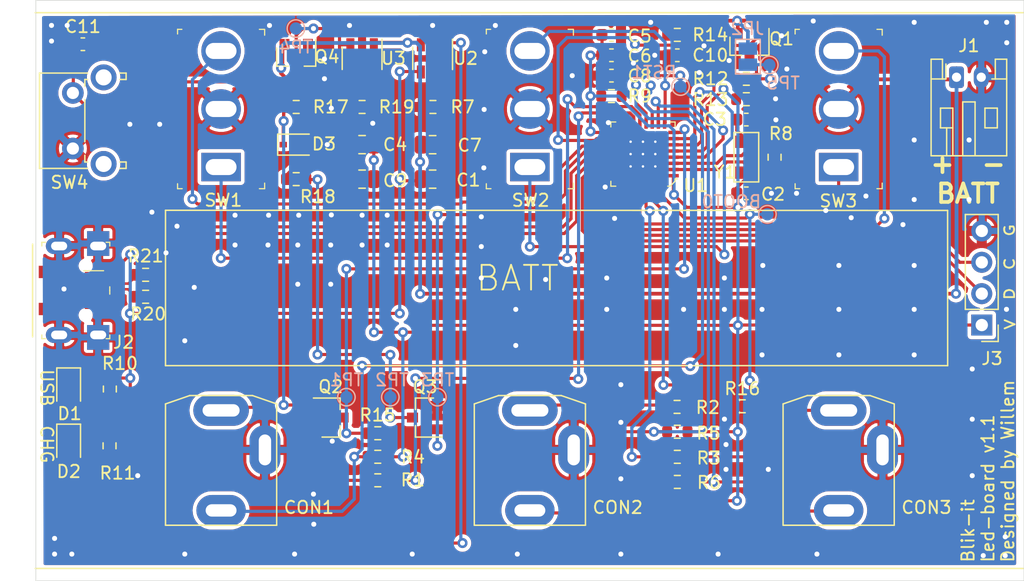
<source format=kicad_pcb>
(kicad_pcb (version 20171130) (host pcbnew "(5.1.9-0-10_14)")

  (general
    (thickness 1.6)
    (drawings 30)
    (tracks 745)
    (zones 0)
    (modules 61)
    (nets 48)
  )

  (page A4)
  (title_block
    (title Ledtruck)
    (rev 1.1)
    (company HollandTricks.com)
  )

  (layers
    (0 F.Cu signal)
    (31 B.Cu signal hide)
    (32 B.Adhes user hide)
    (33 F.Adhes user hide)
    (34 B.Paste user hide)
    (35 F.Paste user hide)
    (36 B.SilkS user hide)
    (37 F.SilkS user)
    (38 B.Mask user hide)
    (39 F.Mask user hide)
    (40 Dwgs.User user hide)
    (41 Cmts.User user hide)
    (42 Eco1.User user hide)
    (43 Eco2.User user hide)
    (44 Edge.Cuts user)
    (45 Margin user)
    (46 B.CrtYd user hide)
    (47 F.CrtYd user hide)
    (48 B.Fab user hide)
    (49 F.Fab user hide)
  )

  (setup
    (last_trace_width 0.254)
    (user_trace_width 0.3048)
    (trace_clearance 0.2032)
    (zone_clearance 0.3048)
    (zone_45_only no)
    (trace_min 0.2)
    (via_size 0.8128)
    (via_drill 0.4064)
    (via_min_size 0.4)
    (via_min_drill 0.3)
    (uvia_size 0.3048)
    (uvia_drill 0.1016)
    (uvias_allowed no)
    (uvia_min_size 0.2)
    (uvia_min_drill 0.1)
    (edge_width 0.05)
    (segment_width 0.2)
    (pcb_text_width 0.3)
    (pcb_text_size 1.5 1.5)
    (mod_edge_width 0.12)
    (mod_text_size 1 1)
    (mod_text_width 0.15)
    (pad_size 2 2.5)
    (pad_drill 0.6)
    (pad_to_mask_clearance 0)
    (aux_axis_origin 0 0)
    (visible_elements FFFFFF7F)
    (pcbplotparams
      (layerselection 0x011fc_ffffffff)
      (usegerberextensions true)
      (usegerberattributes false)
      (usegerberadvancedattributes false)
      (creategerberjobfile false)
      (excludeedgelayer true)
      (linewidth 0.100000)
      (plotframeref false)
      (viasonmask false)
      (mode 1)
      (useauxorigin false)
      (hpglpennumber 1)
      (hpglpenspeed 20)
      (hpglpendiameter 15.000000)
      (psnegative false)
      (psa4output false)
      (plotreference true)
      (plotvalue false)
      (plotinvisibletext false)
      (padsonsilk false)
      (subtractmaskfromsilk true)
      (outputformat 1)
      (mirror false)
      (drillshape 0)
      (scaleselection 1)
      (outputdirectory "gerber/"))
  )

  (net 0 "")
  (net 1 GND)
  (net 2 VBUS)
  (net 3 "Net-(C2-Pad1)")
  (net 4 "Net-(C3-Pad1)")
  (net 5 +3V3)
  (net 6 +BATT)
  (net 7 "Net-(CON1-Pad2)")
  (net 8 "Net-(CON2-Pad2)")
  (net 9 "Net-(CON3-Pad2)")
  (net 10 SWCLK)
  (net 11 SWDIO)
  (net 12 LED1)
  (net 13 LED2)
  (net 14 LED3)
  (net 15 DET1)
  (net 16 DET2)
  (net 17 DET3)
  (net 18 "Net-(R11-Pad2)")
  (net 19 MEAS_VBATT)
  (net 20 SWITCH12)
  (net 21 SWITCH1)
  (net 22 SWITCH22)
  (net 23 SWITCH2)
  (net 24 SWITCH32)
  (net 25 SWITCH3)
  (net 26 "Net-(U1-Pad25)")
  (net 27 "Net-(U1-Pad15)")
  (net 28 "Net-(U1-Pad26)")
  (net 29 BOOT0)
  (net 30 "Net-(U1-Pad32)")
  (net 31 "Net-(U1-Pad16)")
  (net 32 "Net-(U3-Pad4)")
  (net 33 "Net-(JP2-Pad2)")
  (net 34 MEAS_EN)
  (net 35 BTN_PWR)
  (net 36 PW_HOLD)
  (net 37 /PSU_BTN_RAW)
  (net 38 /PSU_EN)
  (net 39 /PSU_EN_BUF)
  (net 40 /CHG_5V_LED)
  (net 41 /CHG_STAT_LED)
  (net 42 /CHG_PROG)
  (net 43 /RST)
  (net 44 USB_D-)
  (net 45 USB_D+)
  (net 46 USB_D1+)
  (net 47 USB_D1-)

  (net_class Default "This is the default net class."
    (clearance 0.2032)
    (trace_width 0.254)
    (via_dia 0.8128)
    (via_drill 0.4064)
    (uvia_dia 0.3048)
    (uvia_drill 0.1016)
    (diff_pair_width 0.2032)
    (diff_pair_gap 0.254)
    (add_net +3V3)
    (add_net +BATT)
    (add_net /CHG_5V_LED)
    (add_net /CHG_PROG)
    (add_net /CHG_STAT_LED)
    (add_net /PSU_BTN_RAW)
    (add_net /PSU_EN)
    (add_net /PSU_EN_BUF)
    (add_net /RST)
    (add_net BOOT0)
    (add_net BTN_PWR)
    (add_net DET1)
    (add_net DET2)
    (add_net DET3)
    (add_net GND)
    (add_net LED1)
    (add_net LED2)
    (add_net LED3)
    (add_net MEAS_EN)
    (add_net MEAS_VBATT)
    (add_net "Net-(C2-Pad1)")
    (add_net "Net-(C3-Pad1)")
    (add_net "Net-(CON1-Pad2)")
    (add_net "Net-(CON2-Pad2)")
    (add_net "Net-(CON3-Pad2)")
    (add_net "Net-(JP2-Pad2)")
    (add_net "Net-(R11-Pad2)")
    (add_net "Net-(U1-Pad15)")
    (add_net "Net-(U1-Pad16)")
    (add_net "Net-(U1-Pad25)")
    (add_net "Net-(U1-Pad26)")
    (add_net "Net-(U1-Pad32)")
    (add_net "Net-(U3-Pad4)")
    (add_net PW_HOLD)
    (add_net SWCLK)
    (add_net SWDIO)
    (add_net SWITCH1)
    (add_net SWITCH12)
    (add_net SWITCH2)
    (add_net SWITCH22)
    (add_net SWITCH3)
    (add_net SWITCH32)
    (add_net USB_D+)
    (add_net USB_D-)
    (add_net USB_D1+)
    (add_net USB_D1-)
    (add_net VBUS)
  )

  (net_class POWER ""
    (clearance 0.2032)
    (trace_width 0.3048)
    (via_dia 0.8128)
    (via_drill 0.4064)
    (uvia_dia 0.3048)
    (uvia_drill 0.1016)
    (diff_pair_width 0.2032)
    (diff_pair_gap 0.254)
  )

  (net_class USB ""
    (clearance 0.2032)
    (trace_width 0.254)
    (via_dia 0.8128)
    (via_drill 0.4064)
    (uvia_dia 0.3048)
    (uvia_drill 0.1016)
    (diff_pair_width 0.2032)
    (diff_pair_gap 0.254)
  )

  (net_class USB_R ""
    (clearance 0.2032)
    (trace_width 0.254)
    (via_dia 0.8128)
    (via_drill 0.4064)
    (uvia_dia 0.3048)
    (uvia_drill 0.1016)
    (diff_pair_width 0.2032)
    (diff_pair_gap 0.254)
  )

  (module Connector_PinHeader_2.54mm:PinHeader_1x04_P2.54mm_Vertical (layer F.Cu) (tedit 59FED5CC) (tstamp 6021C1DC)
    (at 76.58616 26.29146 180)
    (descr "Through hole straight pin header, 1x04, 2.54mm pitch, single row")
    (tags "Through hole pin header THT 1x04 2.54mm single row")
    (path /6023E390)
    (fp_text reference J3 (at -0.83304 -2.71534) (layer F.SilkS)
      (effects (font (size 1 1) (thickness 0.15)))
    )
    (fp_text value Conn_01x04 (at 4.08 4.52) (layer F.Fab)
      (effects (font (size 1 1) (thickness 0.15)))
    )
    (fp_line (start 1.8 -1.8) (end -1.8 -1.8) (layer F.CrtYd) (width 0.05))
    (fp_line (start 1.8 9.4) (end 1.8 -1.8) (layer F.CrtYd) (width 0.05))
    (fp_line (start -1.8 9.4) (end 1.8 9.4) (layer F.CrtYd) (width 0.05))
    (fp_line (start -1.8 -1.8) (end -1.8 9.4) (layer F.CrtYd) (width 0.05))
    (fp_line (start -1.33 -1.33) (end 0 -1.33) (layer F.SilkS) (width 0.12))
    (fp_line (start -1.33 0) (end -1.33 -1.33) (layer F.SilkS) (width 0.12))
    (fp_line (start -1.33 1.27) (end 1.33 1.27) (layer F.SilkS) (width 0.12))
    (fp_line (start 1.33 1.27) (end 1.33 8.95) (layer F.SilkS) (width 0.12))
    (fp_line (start -1.33 1.27) (end -1.33 8.95) (layer F.SilkS) (width 0.12))
    (fp_line (start -1.33 8.95) (end 1.33 8.95) (layer F.SilkS) (width 0.12))
    (fp_line (start -1.27 -0.635) (end -0.635 -1.27) (layer F.Fab) (width 0.1))
    (fp_line (start -1.27 8.89) (end -1.27 -0.635) (layer F.Fab) (width 0.1))
    (fp_line (start 1.27 8.89) (end -1.27 8.89) (layer F.Fab) (width 0.1))
    (fp_line (start 1.27 -1.27) (end 1.27 8.89) (layer F.Fab) (width 0.1))
    (fp_line (start -0.635 -1.27) (end 1.27 -1.27) (layer F.Fab) (width 0.1))
    (fp_text user %R (at 4.17 0) (layer F.Fab)
      (effects (font (size 1 1) (thickness 0.15)))
    )
    (pad 4 thru_hole oval (at 0 7.62 180) (size 1.7 1.7) (drill 1) (layers *.Cu *.Mask)
      (net 1 GND))
    (pad 3 thru_hole oval (at 0 5.08 180) (size 1.7 1.7) (drill 1) (layers *.Cu *.Mask)
      (net 10 SWCLK))
    (pad 2 thru_hole oval (at 0 2.54 180) (size 1.7 1.7) (drill 1) (layers *.Cu *.Mask)
      (net 11 SWDIO))
    (pad 1 thru_hole rect (at 0 0 180) (size 1.7 1.7) (drill 1) (layers *.Cu *.Mask)
      (net 5 +3V3))
    (model ${KISYS3DMOD}/Connector_PinHeader_2.54mm.3dshapes/PinHeader_1x04_P2.54mm_Vertical.wrl
      (at (xyz 0 0 0))
      (scale (xyz 1 1 1))
      (rotate (xyz 0 0 0))
    )
  )

  (module MySymbols:3,5mm_straight_square (layer F.Cu) (tedit 607F290A) (tstamp 6027EEB4)
    (at 65 37)
    (path /6021F7DC)
    (fp_text reference CON3 (at 7.112 4.064) (layer F.SilkS)
      (effects (font (size 1 1) (thickness 0.15)))
    )
    (fp_text value PS000175 (at 0.762 -6.35) (layer F.Fab)
      (effects (font (size 1 1) (thickness 0.15)))
    )
    (fp_line (start -4.2 0) (end 4.2 0) (layer Dwgs.User) (width 0.12))
    (fp_line (start 0 -4.2) (end 0 4.2) (layer Dwgs.User) (width 0.12))
    (fp_line (start 4.5 -4.322) (end 2.54 -5) (layer F.SilkS) (width 0.12))
    (fp_line (start -4.5 -4.322) (end -2.54 -5) (layer F.SilkS) (width 0.12))
    (fp_line (start -4.5 5.5) (end -4.5 -4.322) (layer F.SilkS) (width 0.12))
    (fp_line (start 4.5 5.5) (end -4.5 5.5) (layer F.SilkS) (width 0.12))
    (fp_line (start 4.5 -4.322) (end 4.5 5.5) (layer F.SilkS) (width 0.12))
    (fp_line (start -2.54 -5) (end 2.54 -5) (layer F.SilkS) (width 0.12))
    (fp_circle (center 0 0) (end 4.2 0) (layer Dwgs.User) (width 0.12))
    (pad 2 thru_hole oval (at 0 -3.8) (size 4.5 2.5) (drill oval 3 1) (layers *.Cu *.Mask)
      (net 9 "Net-(CON3-Pad2)"))
    (pad 1 thru_hole oval (at 3.55 -0.6 90) (size 4 2.5) (drill oval 2.5 1) (layers *.Cu *.Mask)
      (net 1 GND))
    (pad 3 thru_hole oval (at 0 4.3) (size 4 2.5) (drill oval 2.5 1) (layers *.Cu *.Mask)
      (net 17 DET3))
  )

  (module MySymbols:3,5mm_straight_square locked (layer F.Cu) (tedit 607F290A) (tstamp 6027EEAD)
    (at 40 37)
    (path /6021DB86)
    (fp_text reference CON2 (at 7.112 4.064) (layer F.SilkS)
      (effects (font (size 1 1) (thickness 0.15)))
    )
    (fp_text value PS000175 (at 0.762 -6.35) (layer F.Fab)
      (effects (font (size 1 1) (thickness 0.15)))
    )
    (fp_line (start -4.2 0) (end 4.2 0) (layer Dwgs.User) (width 0.12))
    (fp_line (start 0 -4.2) (end 0 4.2) (layer Dwgs.User) (width 0.12))
    (fp_line (start 4.5 -4.322) (end 2.54 -5) (layer F.SilkS) (width 0.12))
    (fp_line (start -4.5 -4.322) (end -2.54 -5) (layer F.SilkS) (width 0.12))
    (fp_line (start -4.5 5.5) (end -4.5 -4.322) (layer F.SilkS) (width 0.12))
    (fp_line (start 4.5 5.5) (end -4.5 5.5) (layer F.SilkS) (width 0.12))
    (fp_line (start 4.5 -4.322) (end 4.5 5.5) (layer F.SilkS) (width 0.12))
    (fp_line (start -2.54 -5) (end 2.54 -5) (layer F.SilkS) (width 0.12))
    (fp_circle (center 0 0) (end 4.2 0) (layer Dwgs.User) (width 0.12))
    (pad 2 thru_hole oval (at 0 -3.8) (size 4.5 2.5) (drill oval 3 1) (layers *.Cu *.Mask)
      (net 8 "Net-(CON2-Pad2)"))
    (pad 1 thru_hole oval (at 3.55 -0.6 90) (size 4 2.5) (drill oval 2.5 1) (layers *.Cu *.Mask)
      (net 1 GND))
    (pad 3 thru_hole oval (at 0 4.3) (size 4 2.5) (drill oval 2.5 1) (layers *.Cu *.Mask)
      (net 16 DET2))
  )

  (module MySymbols:3,5mm_straight_square (layer F.Cu) (tedit 607F290A) (tstamp 6027EEA6)
    (at 15 37)
    (path /6021CA8A)
    (fp_text reference CON1 (at 7.112 4.064) (layer F.SilkS)
      (effects (font (size 1 1) (thickness 0.15)))
    )
    (fp_text value PS000175 (at 0.762 -6.35) (layer F.Fab)
      (effects (font (size 1 1) (thickness 0.15)))
    )
    (fp_line (start -4.2 0) (end 4.2 0) (layer Dwgs.User) (width 0.12))
    (fp_line (start 0 -4.2) (end 0 4.2) (layer Dwgs.User) (width 0.12))
    (fp_line (start 4.5 -4.322) (end 2.54 -5) (layer F.SilkS) (width 0.12))
    (fp_line (start -4.5 -4.322) (end -2.54 -5) (layer F.SilkS) (width 0.12))
    (fp_line (start -4.5 5.5) (end -4.5 -4.322) (layer F.SilkS) (width 0.12))
    (fp_line (start 4.5 5.5) (end -4.5 5.5) (layer F.SilkS) (width 0.12))
    (fp_line (start 4.5 -4.322) (end 4.5 5.5) (layer F.SilkS) (width 0.12))
    (fp_line (start -2.54 -5) (end 2.54 -5) (layer F.SilkS) (width 0.12))
    (fp_circle (center 0 0) (end 4.2 0) (layer Dwgs.User) (width 0.12))
    (pad 2 thru_hole oval (at 0 -3.8) (size 4.5 2.5) (drill oval 3 1) (layers *.Cu *.Mask)
      (net 7 "Net-(CON1-Pad2)"))
    (pad 1 thru_hole oval (at 3.55 -0.6 90) (size 4 2.5) (drill oval 2.5 1) (layers *.Cu *.Mask)
      (net 1 GND))
    (pad 3 thru_hole oval (at 0 4.3) (size 4 2.5) (drill oval 2.5 1) (layers *.Cu *.Mask)
      (net 15 DET1))
  )

  (module Resistor_SMD:R_0603_1608Metric (layer F.Cu) (tedit 5F68FEEE) (tstamp 607AE1F7)
    (at 8.89 22.225 180)
    (descr "Resistor SMD 0603 (1608 Metric), square (rectangular) end terminal, IPC_7351 nominal, (Body size source: IPC-SM-782 page 72, https://www.pcb-3d.com/wordpress/wp-content/uploads/ipc-sm-782a_amendment_1_and_2.pdf), generated with kicad-footprint-generator")
    (tags resistor)
    (path /6084D5CF)
    (attr smd)
    (fp_text reference R21 (at 0 1.524) (layer F.SilkS)
      (effects (font (size 1 1) (thickness 0.15)))
    )
    (fp_text value 22R (at 0 1.43) (layer F.Fab)
      (effects (font (size 1 1) (thickness 0.15)))
    )
    (fp_line (start -0.8 0.4125) (end -0.8 -0.4125) (layer F.Fab) (width 0.1))
    (fp_line (start -0.8 -0.4125) (end 0.8 -0.4125) (layer F.Fab) (width 0.1))
    (fp_line (start 0.8 -0.4125) (end 0.8 0.4125) (layer F.Fab) (width 0.1))
    (fp_line (start 0.8 0.4125) (end -0.8 0.4125) (layer F.Fab) (width 0.1))
    (fp_line (start -0.237258 -0.5225) (end 0.237258 -0.5225) (layer F.SilkS) (width 0.12))
    (fp_line (start -0.237258 0.5225) (end 0.237258 0.5225) (layer F.SilkS) (width 0.12))
    (fp_line (start -1.48 0.73) (end -1.48 -0.73) (layer F.CrtYd) (width 0.05))
    (fp_line (start -1.48 -0.73) (end 1.48 -0.73) (layer F.CrtYd) (width 0.05))
    (fp_line (start 1.48 -0.73) (end 1.48 0.73) (layer F.CrtYd) (width 0.05))
    (fp_line (start 1.48 0.73) (end -1.48 0.73) (layer F.CrtYd) (width 0.05))
    (fp_text user %R (at 0 0) (layer F.Fab)
      (effects (font (size 0.4 0.4) (thickness 0.06)))
    )
    (pad 2 smd roundrect (at 0.825 0 180) (size 0.8 0.95) (layers F.Cu F.Paste F.Mask) (roundrect_rratio 0.25)
      (net 44 USB_D-))
    (pad 1 smd roundrect (at -0.825 0 180) (size 0.8 0.95) (layers F.Cu F.Paste F.Mask) (roundrect_rratio 0.25)
      (net 47 USB_D1-))
    (model ${KISYS3DMOD}/Resistor_SMD.3dshapes/R_0603_1608Metric.wrl
      (at (xyz 0 0 0))
      (scale (xyz 1 1 1))
      (rotate (xyz 0 0 0))
    )
  )

  (module Resistor_SMD:R_0603_1608Metric (layer F.Cu) (tedit 5F68FEEE) (tstamp 607AE1E6)
    (at 8.89 24.003)
    (descr "Resistor SMD 0603 (1608 Metric), square (rectangular) end terminal, IPC_7351 nominal, (Body size source: IPC-SM-782 page 72, https://www.pcb-3d.com/wordpress/wp-content/uploads/ipc-sm-782a_amendment_1_and_2.pdf), generated with kicad-footprint-generator")
    (tags resistor)
    (path /60865A0A)
    (attr smd)
    (fp_text reference R20 (at 0.2032 1.397) (layer F.SilkS)
      (effects (font (size 1 1) (thickness 0.15)))
    )
    (fp_text value 22R (at 0 1.43) (layer F.Fab)
      (effects (font (size 1 1) (thickness 0.15)))
    )
    (fp_line (start -0.8 0.4125) (end -0.8 -0.4125) (layer F.Fab) (width 0.1))
    (fp_line (start -0.8 -0.4125) (end 0.8 -0.4125) (layer F.Fab) (width 0.1))
    (fp_line (start 0.8 -0.4125) (end 0.8 0.4125) (layer F.Fab) (width 0.1))
    (fp_line (start 0.8 0.4125) (end -0.8 0.4125) (layer F.Fab) (width 0.1))
    (fp_line (start -0.237258 -0.5225) (end 0.237258 -0.5225) (layer F.SilkS) (width 0.12))
    (fp_line (start -0.237258 0.5225) (end 0.237258 0.5225) (layer F.SilkS) (width 0.12))
    (fp_line (start -1.48 0.73) (end -1.48 -0.73) (layer F.CrtYd) (width 0.05))
    (fp_line (start -1.48 -0.73) (end 1.48 -0.73) (layer F.CrtYd) (width 0.05))
    (fp_line (start 1.48 -0.73) (end 1.48 0.73) (layer F.CrtYd) (width 0.05))
    (fp_line (start 1.48 0.73) (end -1.48 0.73) (layer F.CrtYd) (width 0.05))
    (fp_text user %R (at 0 0) (layer F.Fab)
      (effects (font (size 0.4 0.4) (thickness 0.06)))
    )
    (pad 2 smd roundrect (at 0.825 0) (size 0.8 0.95) (layers F.Cu F.Paste F.Mask) (roundrect_rratio 0.25)
      (net 46 USB_D1+))
    (pad 1 smd roundrect (at -0.825 0) (size 0.8 0.95) (layers F.Cu F.Paste F.Mask) (roundrect_rratio 0.25)
      (net 45 USB_D+))
    (model ${KISYS3DMOD}/Resistor_SMD.3dshapes/R_0603_1608Metric.wrl
      (at (xyz 0 0 0))
      (scale (xyz 1 1 1))
      (rotate (xyz 0 0 0))
    )
  )

  (module MySymbols:TestPoint_SMD_R (layer B.Cu) (tedit 607AC878) (tstamp 607B3F4A)
    (at 59.3852 5.2324)
    (path /61292A00)
    (fp_text reference TP5 (at 1.1176 1.4732) (layer B.SilkS)
      (effects (font (size 1 1) (thickness 0.15)) (justify mirror))
    )
    (fp_text value TestPoint (at 0 0.5) (layer B.Fab)
      (effects (font (size 1 1) (thickness 0.15)) (justify mirror))
    )
    (fp_circle (center 0 0) (end -0.1 0.7) (layer B.SilkS) (width 0.12))
    (pad 1 smd circle (at 0 0) (size 1 1) (layers B.Cu B.Paste B.Mask)
      (net 33 "Net-(JP2-Pad2)"))
  )

  (module MySymbols:TestPoint_SMD_R (layer B.Cu) (tedit 607AC878) (tstamp 607B3F45)
    (at 21.0566 2.286)
    (path /6126C13B)
    (fp_text reference TP4 (at -0.0254 1.4986) (layer B.SilkS)
      (effects (font (size 1 1) (thickness 0.15)) (justify mirror))
    )
    (fp_text value TestPoint (at 0 0.5) (layer B.Fab)
      (effects (font (size 1 1) (thickness 0.15)) (justify mirror))
    )
    (fp_circle (center 0 0) (end -0.1 0.7) (layer B.SilkS) (width 0.12))
    (pad 1 smd circle (at 0 0) (size 1 1) (layers B.Cu B.Paste B.Mask)
      (net 39 /PSU_EN_BUF))
  )

  (module MySymbols:TestPoint_SMD_R (layer B.Cu) (tedit 607AC878) (tstamp 607B3F40)
    (at 32.512 32.131)
    (path /6127A0CD)
    (fp_text reference TP3 (at 0 -1.397) (layer B.SilkS)
      (effects (font (size 1 1) (thickness 0.15)) (justify mirror))
    )
    (fp_text value TestPoint (at 0 0.5) (layer B.Fab)
      (effects (font (size 1 1) (thickness 0.15)) (justify mirror))
    )
    (fp_circle (center 0 0) (end -0.1 0.7) (layer B.SilkS) (width 0.12))
    (pad 1 smd circle (at 0 0) (size 1 1) (layers B.Cu B.Paste B.Mask)
      (net 36 PW_HOLD))
  )

  (module MySymbols:TestPoint_SMD_R (layer B.Cu) (tedit 607AC878) (tstamp 607B3F3B)
    (at 28.702 32.131)
    (path /6126E4C4)
    (fp_text reference TP2 (at 0.127 -1.397) (layer B.SilkS)
      (effects (font (size 1 1) (thickness 0.15)) (justify mirror))
    )
    (fp_text value TestPoint (at 0 0.5) (layer B.Fab)
      (effects (font (size 1 1) (thickness 0.15)) (justify mirror))
    )
    (fp_circle (center 0 0) (end -0.1 0.7) (layer B.SilkS) (width 0.12))
    (pad 1 smd circle (at 0 0) (size 1 1) (layers B.Cu B.Paste B.Mask)
      (net 38 /PSU_EN))
  )

  (module MySymbols:TestPoint_SMD_R (layer B.Cu) (tedit 607AC878) (tstamp 607B3F36)
    (at 25.146 32.131)
    (path /61285AF0)
    (fp_text reference TP1 (at 0 -1.397) (layer B.SilkS)
      (effects (font (size 1 1) (thickness 0.15)) (justify mirror))
    )
    (fp_text value TestPoint (at 0 0.5) (layer B.Fab)
      (effects (font (size 1 1) (thickness 0.15)) (justify mirror))
    )
    (fp_circle (center 0 0) (end -0.1 0.7) (layer B.SilkS) (width 0.12))
    (pad 1 smd circle (at 0 0) (size 1 1) (layers B.Cu B.Paste B.Mask)
      (net 35 BTN_PWR))
  )

  (module MySymbols:TestPoint_SMD_R (layer B.Cu) (tedit 607AC878) (tstamp 607B4251)
    (at 52.197 6.985)
    (path /602E0E6F)
    (fp_text reference RST1 (at -2.159 -1.143) (layer B.SilkS)
      (effects (font (size 1 1) (thickness 0.15)) (justify mirror))
    )
    (fp_text value TestPoint (at 0 0.5) (layer B.Fab)
      (effects (font (size 1 1) (thickness 0.15)) (justify mirror))
    )
    (fp_circle (center 0 0) (end -0.1 0.7) (layer B.SilkS) (width 0.12))
    (pad 1 smd circle (at 0 0) (size 1 1) (layers B.Cu B.Paste B.Mask)
      (net 43 /RST))
  )

  (module MySymbols:TestPoint_SMD_R (layer B.Cu) (tedit 607AC878) (tstamp 605EC19A)
    (at 59.2328 17.3228)
    (path /603CA33B)
    (fp_text reference BOOT0 (at -2.916 -1.016) (layer B.SilkS)
      (effects (font (size 1 1) (thickness 0.15)) (justify mirror))
    )
    (fp_text value TestPoint (at 0 0.5) (layer B.Fab)
      (effects (font (size 1 1) (thickness 0.15)) (justify mirror))
    )
    (fp_circle (center 0 0) (end -0.1 0.7) (layer B.SilkS) (width 0.12))
    (pad 1 smd circle (at 0 0) (size 1 1) (layers B.Cu B.Paste B.Mask)
      (net 29 BOOT0))
  )

  (module Button_Switch_THT:SW_Tactile_SPST_Angled_PTS645Vx58-2LFS (layer F.Cu) (tedit 5A02FE31) (tstamp 6078BE07)
    (at 3 12 90)
    (descr "tactile switch SPST right angle, PTS645VL58-2 LFS")
    (tags "tactile switch SPST angled PTS645VL58-2 LFS C&K Button")
    (path /60AB08BC)
    (fp_text reference SW4 (at -2.7432 -0.2794 180) (layer F.SilkS)
      (effects (font (size 1 1) (thickness 0.15)))
    )
    (fp_text value SW_Push (at 2.25 5.38988 90) (layer F.Fab)
      (effects (font (size 1 1) (thickness 0.15)))
    )
    (fp_line (start 0.55 0.97) (end 3.95 0.97) (layer F.SilkS) (width 0.12))
    (fp_line (start -1.09 0.97) (end -0.55 0.97) (layer F.SilkS) (width 0.12))
    (fp_line (start 6.11 3.8) (end 6.11 4.31) (layer F.SilkS) (width 0.12))
    (fp_line (start 5.59 4.31) (end 6.11 4.31) (layer F.SilkS) (width 0.12))
    (fp_line (start 5.59 3.8) (end 5.59 4.31) (layer F.SilkS) (width 0.12))
    (fp_line (start 5.05 0.97) (end 5.59 0.97) (layer F.SilkS) (width 0.12))
    (fp_line (start -1.61 3.8) (end -1.61 4.31) (layer F.SilkS) (width 0.12))
    (fp_line (start -1.09 3.8) (end -1.09 4.31) (layer F.SilkS) (width 0.12))
    (fp_line (start 5.59 0.97) (end 5.59 1.2) (layer F.SilkS) (width 0.12))
    (fp_line (start -1.2 4.2) (end -1.2 0.86) (layer F.Fab) (width 0.1))
    (fp_line (start 5.7 4.2) (end 6 4.2) (layer F.Fab) (width 0.1))
    (fp_line (start -1.5 4.2) (end -1.5 -2.59) (layer F.Fab) (width 0.1))
    (fp_line (start -1.5 -2.59) (end 6 -2.59) (layer F.Fab) (width 0.1))
    (fp_line (start -1.61 -2.7) (end -1.61 1.2) (layer F.SilkS) (width 0.12))
    (fp_line (start -1.61 4.31) (end -1.09 4.31) (layer F.SilkS) (width 0.12))
    (fp_line (start 6.11 -2.7) (end 6.11 1.2) (layer F.SilkS) (width 0.12))
    (fp_line (start -1.61 -2.7) (end 6.11 -2.7) (layer F.SilkS) (width 0.12))
    (fp_line (start -2.5 4.45) (end -2.5 -2.8) (layer F.CrtYd) (width 0.05))
    (fp_line (start 7.05 4.45) (end -2.5 4.45) (layer F.CrtYd) (width 0.05))
    (fp_line (start 7.05 -2.8) (end 7.05 4.45) (layer F.CrtYd) (width 0.05))
    (fp_line (start -2.5 -2.8) (end 7.05 -2.8) (layer F.CrtYd) (width 0.05))
    (fp_line (start 6 4.2) (end 6 -2.59) (layer F.Fab) (width 0.1))
    (fp_line (start -1.2 0.86) (end 5.7 0.86) (layer F.Fab) (width 0.1))
    (fp_line (start -1.5 4.2) (end -1.2 4.2) (layer F.Fab) (width 0.1))
    (fp_line (start 5.7 4.2) (end 5.7 0.86) (layer F.Fab) (width 0.1))
    (fp_line (start -1.09 0.97) (end -1.09 1.2) (layer F.SilkS) (width 0.12))
    (fp_line (start 0.5 -5.85) (end 4 -5.85) (layer F.Fab) (width 0.1))
    (fp_line (start 4 -5.85) (end 4 -2.59) (layer F.Fab) (width 0.1))
    (fp_line (start 0.5 -5.85) (end 0.5 -2.59) (layer F.Fab) (width 0.1))
    (fp_text user %R (at 2.25 1.68 90) (layer F.Fab)
      (effects (font (size 1 1) (thickness 0.15)))
    )
    (pad "" thru_hole circle (at -1.25 2.49 90) (size 2.1 2.1) (drill 1.3) (layers *.Cu *.Mask))
    (pad 1 thru_hole circle (at 0 0 90) (size 1.75 1.75) (drill 0.99) (layers *.Cu *.Mask)
      (net 1 GND))
    (pad 2 thru_hole circle (at 4.5 0 90) (size 1.75 1.75) (drill 0.99) (layers *.Cu *.Mask)
      (net 37 /PSU_BTN_RAW))
    (pad "" thru_hole circle (at 5.76 2.49 90) (size 2.1 2.1) (drill 1.3) (layers *.Cu *.Mask))
    (model ${KISYS3DMOD}/Button_Switch_THT.3dshapes/SW_Tactile_SPST_Angled_PTS645Vx58-2LFS.wrl
      (at (xyz 0 0 0))
      (scale (xyz 1 1 1))
      (rotate (xyz 0 0 0))
    )
  )

  (module Resistor_SMD:R_0603_1608Metric (layer F.Cu) (tedit 5F68FEEE) (tstamp 6078BD25)
    (at 26.416 8.636 180)
    (descr "Resistor SMD 0603 (1608 Metric), square (rectangular) end terminal, IPC_7351 nominal, (Body size source: IPC-SM-782 page 72, https://www.pcb-3d.com/wordpress/wp-content/uploads/ipc-sm-782a_amendment_1_and_2.pdf), generated with kicad-footprint-generator")
    (tags resistor)
    (path /60A05021)
    (attr smd)
    (fp_text reference R19 (at -2.794 0) (layer F.SilkS)
      (effects (font (size 1 1) (thickness 0.15)))
    )
    (fp_text value 10K (at 0 1.43) (layer F.Fab)
      (effects (font (size 1 1) (thickness 0.15)))
    )
    (fp_line (start 1.48 0.73) (end -1.48 0.73) (layer F.CrtYd) (width 0.05))
    (fp_line (start 1.48 -0.73) (end 1.48 0.73) (layer F.CrtYd) (width 0.05))
    (fp_line (start -1.48 -0.73) (end 1.48 -0.73) (layer F.CrtYd) (width 0.05))
    (fp_line (start -1.48 0.73) (end -1.48 -0.73) (layer F.CrtYd) (width 0.05))
    (fp_line (start -0.237258 0.5225) (end 0.237258 0.5225) (layer F.SilkS) (width 0.12))
    (fp_line (start -0.237258 -0.5225) (end 0.237258 -0.5225) (layer F.SilkS) (width 0.12))
    (fp_line (start 0.8 0.4125) (end -0.8 0.4125) (layer F.Fab) (width 0.1))
    (fp_line (start 0.8 -0.4125) (end 0.8 0.4125) (layer F.Fab) (width 0.1))
    (fp_line (start -0.8 -0.4125) (end 0.8 -0.4125) (layer F.Fab) (width 0.1))
    (fp_line (start -0.8 0.4125) (end -0.8 -0.4125) (layer F.Fab) (width 0.1))
    (fp_text user %R (at 0 0) (layer F.Fab)
      (effects (font (size 0.4 0.4) (thickness 0.06)))
    )
    (pad 2 smd roundrect (at 0.825 0 180) (size 0.8 0.95) (layers F.Cu F.Paste F.Mask) (roundrect_rratio 0.25)
      (net 39 /PSU_EN_BUF))
    (pad 1 smd roundrect (at -0.825 0 180) (size 0.8 0.95) (layers F.Cu F.Paste F.Mask) (roundrect_rratio 0.25)
      (net 1 GND))
    (model ${KISYS3DMOD}/Resistor_SMD.3dshapes/R_0603_1608Metric.wrl
      (at (xyz 0 0 0))
      (scale (xyz 1 1 1))
      (rotate (xyz 0 0 0))
    )
  )

  (module Resistor_SMD:R_0603_1608Metric (layer F.Cu) (tedit 5F68FEEE) (tstamp 6078BD14)
    (at 21.082 14.478)
    (descr "Resistor SMD 0603 (1608 Metric), square (rectangular) end terminal, IPC_7351 nominal, (Body size source: IPC-SM-782 page 72, https://www.pcb-3d.com/wordpress/wp-content/uploads/ipc-sm-782a_amendment_1_and_2.pdf), generated with kicad-footprint-generator")
    (tags resistor)
    (path /60A53C82)
    (attr smd)
    (fp_text reference R18 (at 1.7526 1.4224) (layer F.SilkS)
      (effects (font (size 1 1) (thickness 0.15)))
    )
    (fp_text value 10K (at 0 1.43) (layer F.Fab)
      (effects (font (size 1 1) (thickness 0.15)))
    )
    (fp_line (start 1.48 0.73) (end -1.48 0.73) (layer F.CrtYd) (width 0.05))
    (fp_line (start 1.48 -0.73) (end 1.48 0.73) (layer F.CrtYd) (width 0.05))
    (fp_line (start -1.48 -0.73) (end 1.48 -0.73) (layer F.CrtYd) (width 0.05))
    (fp_line (start -1.48 0.73) (end -1.48 -0.73) (layer F.CrtYd) (width 0.05))
    (fp_line (start -0.237258 0.5225) (end 0.237258 0.5225) (layer F.SilkS) (width 0.12))
    (fp_line (start -0.237258 -0.5225) (end 0.237258 -0.5225) (layer F.SilkS) (width 0.12))
    (fp_line (start 0.8 0.4125) (end -0.8 0.4125) (layer F.Fab) (width 0.1))
    (fp_line (start 0.8 -0.4125) (end 0.8 0.4125) (layer F.Fab) (width 0.1))
    (fp_line (start -0.8 -0.4125) (end 0.8 -0.4125) (layer F.Fab) (width 0.1))
    (fp_line (start -0.8 0.4125) (end -0.8 -0.4125) (layer F.Fab) (width 0.1))
    (fp_text user %R (at 0 0) (layer F.Fab)
      (effects (font (size 0.4 0.4) (thickness 0.06)))
    )
    (pad 2 smd roundrect (at 0.825 0) (size 0.8 0.95) (layers F.Cu F.Paste F.Mask) (roundrect_rratio 0.25)
      (net 38 /PSU_EN))
    (pad 1 smd roundrect (at -0.825 0) (size 0.8 0.95) (layers F.Cu F.Paste F.Mask) (roundrect_rratio 0.25)
      (net 6 +BATT))
    (model ${KISYS3DMOD}/Resistor_SMD.3dshapes/R_0603_1608Metric.wrl
      (at (xyz 0 0 0))
      (scale (xyz 1 1 1))
      (rotate (xyz 0 0 0))
    )
  )

  (module Resistor_SMD:R_0603_1608Metric (layer F.Cu) (tedit 5F68FEEE) (tstamp 6078BD03)
    (at 21.082 8.636 180)
    (descr "Resistor SMD 0603 (1608 Metric), square (rectangular) end terminal, IPC_7351 nominal, (Body size source: IPC-SM-782 page 72, https://www.pcb-3d.com/wordpress/wp-content/uploads/ipc-sm-782a_amendment_1_and_2.pdf), generated with kicad-footprint-generator")
    (tags resistor)
    (path /60A9C489)
    (attr smd)
    (fp_text reference R17 (at -2.794 0) (layer F.SilkS)
      (effects (font (size 1 1) (thickness 0.15)))
    )
    (fp_text value 10K (at 0 1.43) (layer F.Fab)
      (effects (font (size 1 1) (thickness 0.15)))
    )
    (fp_line (start 1.48 0.73) (end -1.48 0.73) (layer F.CrtYd) (width 0.05))
    (fp_line (start 1.48 -0.73) (end 1.48 0.73) (layer F.CrtYd) (width 0.05))
    (fp_line (start -1.48 -0.73) (end 1.48 -0.73) (layer F.CrtYd) (width 0.05))
    (fp_line (start -1.48 0.73) (end -1.48 -0.73) (layer F.CrtYd) (width 0.05))
    (fp_line (start -0.237258 0.5225) (end 0.237258 0.5225) (layer F.SilkS) (width 0.12))
    (fp_line (start -0.237258 -0.5225) (end 0.237258 -0.5225) (layer F.SilkS) (width 0.12))
    (fp_line (start 0.8 0.4125) (end -0.8 0.4125) (layer F.Fab) (width 0.1))
    (fp_line (start 0.8 -0.4125) (end 0.8 0.4125) (layer F.Fab) (width 0.1))
    (fp_line (start -0.8 -0.4125) (end 0.8 -0.4125) (layer F.Fab) (width 0.1))
    (fp_line (start -0.8 0.4125) (end -0.8 -0.4125) (layer F.Fab) (width 0.1))
    (fp_text user %R (at 0 0) (layer F.Fab)
      (effects (font (size 0.4 0.4) (thickness 0.06)))
    )
    (pad 2 smd roundrect (at 0.825 0 180) (size 0.8 0.95) (layers F.Cu F.Paste F.Mask) (roundrect_rratio 0.25)
      (net 37 /PSU_BTN_RAW))
    (pad 1 smd roundrect (at -0.825 0 180) (size 0.8 0.95) (layers F.Cu F.Paste F.Mask) (roundrect_rratio 0.25)
      (net 6 +BATT))
    (model ${KISYS3DMOD}/Resistor_SMD.3dshapes/R_0603_1608Metric.wrl
      (at (xyz 0 0 0))
      (scale (xyz 1 1 1))
      (rotate (xyz 0 0 0))
    )
  )

  (module Resistor_SMD:R_0603_1608Metric (layer F.Cu) (tedit 5F68FEEE) (tstamp 6078BCD2)
    (at 27.686 35.052 180)
    (descr "Resistor SMD 0603 (1608 Metric), square (rectangular) end terminal, IPC_7351 nominal, (Body size source: IPC-SM-782 page 72, https://www.pcb-3d.com/wordpress/wp-content/uploads/ipc-sm-782a_amendment_1_and_2.pdf), generated with kicad-footprint-generator")
    (tags resistor)
    (path /60C027EA)
    (attr smd)
    (fp_text reference R15 (at 0.0254 1.4732) (layer F.SilkS)
      (effects (font (size 1 1) (thickness 0.15)))
    )
    (fp_text value 10K (at 0 1.43) (layer F.Fab)
      (effects (font (size 1 1) (thickness 0.15)))
    )
    (fp_line (start 1.48 0.73) (end -1.48 0.73) (layer F.CrtYd) (width 0.05))
    (fp_line (start 1.48 -0.73) (end 1.48 0.73) (layer F.CrtYd) (width 0.05))
    (fp_line (start -1.48 -0.73) (end 1.48 -0.73) (layer F.CrtYd) (width 0.05))
    (fp_line (start -1.48 0.73) (end -1.48 -0.73) (layer F.CrtYd) (width 0.05))
    (fp_line (start -0.237258 0.5225) (end 0.237258 0.5225) (layer F.SilkS) (width 0.12))
    (fp_line (start -0.237258 -0.5225) (end 0.237258 -0.5225) (layer F.SilkS) (width 0.12))
    (fp_line (start 0.8 0.4125) (end -0.8 0.4125) (layer F.Fab) (width 0.1))
    (fp_line (start 0.8 -0.4125) (end 0.8 0.4125) (layer F.Fab) (width 0.1))
    (fp_line (start -0.8 -0.4125) (end 0.8 -0.4125) (layer F.Fab) (width 0.1))
    (fp_line (start -0.8 0.4125) (end -0.8 -0.4125) (layer F.Fab) (width 0.1))
    (fp_text user %R (at 0 0) (layer F.Fab)
      (effects (font (size 0.4 0.4) (thickness 0.06)))
    )
    (pad 2 smd roundrect (at 0.825 0 180) (size 0.8 0.95) (layers F.Cu F.Paste F.Mask) (roundrect_rratio 0.25)
      (net 35 BTN_PWR))
    (pad 1 smd roundrect (at -0.825 0 180) (size 0.8 0.95) (layers F.Cu F.Paste F.Mask) (roundrect_rratio 0.25)
      (net 5 +3V3))
    (model ${KISYS3DMOD}/Resistor_SMD.3dshapes/R_0603_1608Metric.wrl
      (at (xyz 0 0 0))
      (scale (xyz 1 1 1))
      (rotate (xyz 0 0 0))
    )
  )

  (module Package_TO_SOT_SMD:SOT-23 (layer F.Cu) (tedit 5A02FF57) (tstamp 6078BB01)
    (at 21.082 4.572 270)
    (descr "SOT-23, Standard")
    (tags SOT-23)
    (path /6079A2FC)
    (attr smd)
    (fp_text reference Q4 (at 0 -2.5 180) (layer F.SilkS)
      (effects (font (size 1 1) (thickness 0.15)))
    )
    (fp_text value BSS84 (at 0 2.5 90) (layer F.Fab)
      (effects (font (size 1 1) (thickness 0.15)))
    )
    (fp_line (start 0.76 1.58) (end -0.7 1.58) (layer F.SilkS) (width 0.12))
    (fp_line (start 0.76 -1.58) (end -1.4 -1.58) (layer F.SilkS) (width 0.12))
    (fp_line (start -1.7 1.75) (end -1.7 -1.75) (layer F.CrtYd) (width 0.05))
    (fp_line (start 1.7 1.75) (end -1.7 1.75) (layer F.CrtYd) (width 0.05))
    (fp_line (start 1.7 -1.75) (end 1.7 1.75) (layer F.CrtYd) (width 0.05))
    (fp_line (start -1.7 -1.75) (end 1.7 -1.75) (layer F.CrtYd) (width 0.05))
    (fp_line (start 0.76 -1.58) (end 0.76 -0.65) (layer F.SilkS) (width 0.12))
    (fp_line (start 0.76 1.58) (end 0.76 0.65) (layer F.SilkS) (width 0.12))
    (fp_line (start -0.7 1.52) (end 0.7 1.52) (layer F.Fab) (width 0.1))
    (fp_line (start 0.7 -1.52) (end 0.7 1.52) (layer F.Fab) (width 0.1))
    (fp_line (start -0.7 -0.95) (end -0.15 -1.52) (layer F.Fab) (width 0.1))
    (fp_line (start -0.15 -1.52) (end 0.7 -1.52) (layer F.Fab) (width 0.1))
    (fp_line (start -0.7 -0.95) (end -0.7 1.5) (layer F.Fab) (width 0.1))
    (fp_text user %R (at 0 0) (layer F.Fab)
      (effects (font (size 0.5 0.5) (thickness 0.075)))
    )
    (pad 3 smd rect (at 1 0 270) (size 0.9 0.8) (layers F.Cu F.Paste F.Mask)
      (net 39 /PSU_EN_BUF))
    (pad 2 smd rect (at -1 0.95 270) (size 0.9 0.8) (layers F.Cu F.Paste F.Mask)
      (net 6 +BATT))
    (pad 1 smd rect (at -1 -0.95 270) (size 0.9 0.8) (layers F.Cu F.Paste F.Mask)
      (net 38 /PSU_EN))
    (model ${KISYS3DMOD}/Package_TO_SOT_SMD.3dshapes/SOT-23.wrl
      (at (xyz 0 0 0))
      (scale (xyz 1 1 1))
      (rotate (xyz 0 0 0))
    )
  )

  (module Package_TO_SOT_SMD:SOT-23 (layer F.Cu) (tedit 5A02FF57) (tstamp 6078BAEC)
    (at 31.496 33.782 180)
    (descr "SOT-23, Standard")
    (tags SOT-23)
    (path /60C30108)
    (attr smd)
    (fp_text reference Q3 (at -0.0254 2.4892) (layer F.SilkS)
      (effects (font (size 1 1) (thickness 0.15)))
    )
    (fp_text value 2N7002 (at 0 2.5) (layer F.Fab)
      (effects (font (size 1 1) (thickness 0.15)))
    )
    (fp_line (start 0.76 1.58) (end -0.7 1.58) (layer F.SilkS) (width 0.12))
    (fp_line (start 0.76 -1.58) (end -1.4 -1.58) (layer F.SilkS) (width 0.12))
    (fp_line (start -1.7 1.75) (end -1.7 -1.75) (layer F.CrtYd) (width 0.05))
    (fp_line (start 1.7 1.75) (end -1.7 1.75) (layer F.CrtYd) (width 0.05))
    (fp_line (start 1.7 -1.75) (end 1.7 1.75) (layer F.CrtYd) (width 0.05))
    (fp_line (start -1.7 -1.75) (end 1.7 -1.75) (layer F.CrtYd) (width 0.05))
    (fp_line (start 0.76 -1.58) (end 0.76 -0.65) (layer F.SilkS) (width 0.12))
    (fp_line (start 0.76 1.58) (end 0.76 0.65) (layer F.SilkS) (width 0.12))
    (fp_line (start -0.7 1.52) (end 0.7 1.52) (layer F.Fab) (width 0.1))
    (fp_line (start 0.7 -1.52) (end 0.7 1.52) (layer F.Fab) (width 0.1))
    (fp_line (start -0.7 -0.95) (end -0.15 -1.52) (layer F.Fab) (width 0.1))
    (fp_line (start -0.15 -1.52) (end 0.7 -1.52) (layer F.Fab) (width 0.1))
    (fp_line (start -0.7 -0.95) (end -0.7 1.5) (layer F.Fab) (width 0.1))
    (fp_text user %R (at 0 0 90) (layer F.Fab)
      (effects (font (size 0.5 0.5) (thickness 0.075)))
    )
    (pad 3 smd rect (at 1 0 180) (size 0.9 0.8) (layers F.Cu F.Paste F.Mask)
      (net 38 /PSU_EN))
    (pad 2 smd rect (at -1 0.95 180) (size 0.9 0.8) (layers F.Cu F.Paste F.Mask)
      (net 1 GND))
    (pad 1 smd rect (at -1 -0.95 180) (size 0.9 0.8) (layers F.Cu F.Paste F.Mask)
      (net 36 PW_HOLD))
    (model ${KISYS3DMOD}/Package_TO_SOT_SMD.3dshapes/SOT-23.wrl
      (at (xyz 0 0 0))
      (scale (xyz 1 1 1))
      (rotate (xyz 0 0 0))
    )
  )

  (module Package_TO_SOT_SMD:SOT-23 (layer F.Cu) (tedit 5A02FF57) (tstamp 607ADCEF)
    (at 23.876 33.782)
    (descr "SOT-23, Standard")
    (tags SOT-23)
    (path /60B9136D)
    (attr smd)
    (fp_text reference Q2 (at 0 -2.5) (layer F.SilkS)
      (effects (font (size 1 1) (thickness 0.15)))
    )
    (fp_text value 2N7002 (at 0 2.5) (layer F.Fab)
      (effects (font (size 1 1) (thickness 0.15)))
    )
    (fp_line (start 0.76 1.58) (end -0.7 1.58) (layer F.SilkS) (width 0.12))
    (fp_line (start 0.76 -1.58) (end -1.4 -1.58) (layer F.SilkS) (width 0.12))
    (fp_line (start -1.7 1.75) (end -1.7 -1.75) (layer F.CrtYd) (width 0.05))
    (fp_line (start 1.7 1.75) (end -1.7 1.75) (layer F.CrtYd) (width 0.05))
    (fp_line (start 1.7 -1.75) (end 1.7 1.75) (layer F.CrtYd) (width 0.05))
    (fp_line (start -1.7 -1.75) (end 1.7 -1.75) (layer F.CrtYd) (width 0.05))
    (fp_line (start 0.76 -1.58) (end 0.76 -0.65) (layer F.SilkS) (width 0.12))
    (fp_line (start 0.76 1.58) (end 0.76 0.65) (layer F.SilkS) (width 0.12))
    (fp_line (start -0.7 1.52) (end 0.7 1.52) (layer F.Fab) (width 0.1))
    (fp_line (start 0.7 -1.52) (end 0.7 1.52) (layer F.Fab) (width 0.1))
    (fp_line (start -0.7 -0.95) (end -0.15 -1.52) (layer F.Fab) (width 0.1))
    (fp_line (start -0.15 -1.52) (end 0.7 -1.52) (layer F.Fab) (width 0.1))
    (fp_line (start -0.7 -0.95) (end -0.7 1.5) (layer F.Fab) (width 0.1))
    (fp_text user %R (at 0 0 90) (layer F.Fab)
      (effects (font (size 0.5 0.5) (thickness 0.075)))
    )
    (pad 3 smd rect (at 1 0) (size 0.9 0.8) (layers F.Cu F.Paste F.Mask)
      (net 35 BTN_PWR))
    (pad 2 smd rect (at -1 0.95) (size 0.9 0.8) (layers F.Cu F.Paste F.Mask)
      (net 1 GND))
    (pad 1 smd rect (at -1 -0.95) (size 0.9 0.8) (layers F.Cu F.Paste F.Mask)
      (net 37 /PSU_BTN_RAW))
    (model ${KISYS3DMOD}/Package_TO_SOT_SMD.3dshapes/SOT-23.wrl
      (at (xyz 0 0 0))
      (scale (xyz 1 1 1))
      (rotate (xyz 0 0 0))
    )
  )

  (module Diode_SMD:D_SOD-323 (layer F.Cu) (tedit 58641739) (tstamp 6078B994)
    (at 21.082 11.684)
    (descr SOD-323)
    (tags SOD-323)
    (path /60A92774)
    (attr smd)
    (fp_text reference D3 (at 2.2479 -0.0508) (layer F.SilkS)
      (effects (font (size 1 1) (thickness 0.15)))
    )
    (fp_text value BAS316 (at 0.1 1.9) (layer F.Fab)
      (effects (font (size 1 1) (thickness 0.15)))
    )
    (fp_line (start -1.5 -0.85) (end 1.05 -0.85) (layer F.SilkS) (width 0.12))
    (fp_line (start -1.5 0.85) (end 1.05 0.85) (layer F.SilkS) (width 0.12))
    (fp_line (start -1.6 -0.95) (end -1.6 0.95) (layer F.CrtYd) (width 0.05))
    (fp_line (start -1.6 0.95) (end 1.6 0.95) (layer F.CrtYd) (width 0.05))
    (fp_line (start 1.6 -0.95) (end 1.6 0.95) (layer F.CrtYd) (width 0.05))
    (fp_line (start -1.6 -0.95) (end 1.6 -0.95) (layer F.CrtYd) (width 0.05))
    (fp_line (start -0.9 -0.7) (end 0.9 -0.7) (layer F.Fab) (width 0.1))
    (fp_line (start 0.9 -0.7) (end 0.9 0.7) (layer F.Fab) (width 0.1))
    (fp_line (start 0.9 0.7) (end -0.9 0.7) (layer F.Fab) (width 0.1))
    (fp_line (start -0.9 0.7) (end -0.9 -0.7) (layer F.Fab) (width 0.1))
    (fp_line (start -0.3 -0.35) (end -0.3 0.35) (layer F.Fab) (width 0.1))
    (fp_line (start -0.3 0) (end -0.5 0) (layer F.Fab) (width 0.1))
    (fp_line (start -0.3 0) (end 0.2 -0.35) (layer F.Fab) (width 0.1))
    (fp_line (start 0.2 -0.35) (end 0.2 0.35) (layer F.Fab) (width 0.1))
    (fp_line (start 0.2 0.35) (end -0.3 0) (layer F.Fab) (width 0.1))
    (fp_line (start 0.2 0) (end 0.45 0) (layer F.Fab) (width 0.1))
    (fp_line (start -1.5 -0.85) (end -1.5 0.85) (layer F.SilkS) (width 0.12))
    (fp_text user %R (at 0 -1.85) (layer F.Fab)
      (effects (font (size 1 1) (thickness 0.15)))
    )
    (pad 2 smd rect (at 1.05 0) (size 0.6 0.45) (layers F.Cu F.Paste F.Mask)
      (net 38 /PSU_EN))
    (pad 1 smd rect (at -1.05 0) (size 0.6 0.45) (layers F.Cu F.Paste F.Mask)
      (net 37 /PSU_BTN_RAW))
    (model ${KISYS3DMOD}/Diode_SMD.3dshapes/D_SOD-323.wrl
      (at (xyz 0 0 0))
      (scale (xyz 1 1 1))
      (rotate (xyz 0 0 0))
    )
  )

  (module Capacitor_SMD:C_0603_1608Metric (layer F.Cu) (tedit 5F68FEEE) (tstamp 6078B8DA)
    (at 3.81 3.556)
    (descr "Capacitor SMD 0603 (1608 Metric), square (rectangular) end terminal, IPC_7351 nominal, (Body size source: IPC-SM-782 page 76, https://www.pcb-3d.com/wordpress/wp-content/uploads/ipc-sm-782a_amendment_1_and_2.pdf), generated with kicad-footprint-generator")
    (tags capacitor)
    (path /60BA3E27)
    (attr smd)
    (fp_text reference C11 (at 0 -1.43) (layer F.SilkS)
      (effects (font (size 1 1) (thickness 0.15)))
    )
    (fp_text value 100nF (at 0 1.43) (layer F.Fab)
      (effects (font (size 1 1) (thickness 0.15)))
    )
    (fp_line (start 1.48 0.73) (end -1.48 0.73) (layer F.CrtYd) (width 0.05))
    (fp_line (start 1.48 -0.73) (end 1.48 0.73) (layer F.CrtYd) (width 0.05))
    (fp_line (start -1.48 -0.73) (end 1.48 -0.73) (layer F.CrtYd) (width 0.05))
    (fp_line (start -1.48 0.73) (end -1.48 -0.73) (layer F.CrtYd) (width 0.05))
    (fp_line (start -0.14058 0.51) (end 0.14058 0.51) (layer F.SilkS) (width 0.12))
    (fp_line (start -0.14058 -0.51) (end 0.14058 -0.51) (layer F.SilkS) (width 0.12))
    (fp_line (start 0.8 0.4) (end -0.8 0.4) (layer F.Fab) (width 0.1))
    (fp_line (start 0.8 -0.4) (end 0.8 0.4) (layer F.Fab) (width 0.1))
    (fp_line (start -0.8 -0.4) (end 0.8 -0.4) (layer F.Fab) (width 0.1))
    (fp_line (start -0.8 0.4) (end -0.8 -0.4) (layer F.Fab) (width 0.1))
    (fp_text user %R (at 0 0) (layer F.Fab)
      (effects (font (size 0.4 0.4) (thickness 0.06)))
    )
    (pad 2 smd roundrect (at 0.775 0) (size 0.9 0.95) (layers F.Cu F.Paste F.Mask) (roundrect_rratio 0.25)
      (net 1 GND))
    (pad 1 smd roundrect (at -0.775 0) (size 0.9 0.95) (layers F.Cu F.Paste F.Mask) (roundrect_rratio 0.25)
      (net 37 /PSU_BTN_RAW))
    (model ${KISYS3DMOD}/Capacitor_SMD.3dshapes/C_0603_1608Metric.wrl
      (at (xyz 0 0 0))
      (scale (xyz 1 1 1))
      (rotate (xyz 0 0 0))
    )
  )

  (module Resistor_SMD:R_0603_1608Metric (layer F.Cu) (tedit 5F68FEEE) (tstamp 605E40FD)
    (at 51.938 2.799)
    (descr "Resistor SMD 0603 (1608 Metric), square (rectangular) end terminal, IPC_7351 nominal, (Body size source: IPC-SM-782 page 72, https://www.pcb-3d.com/wordpress/wp-content/uploads/ipc-sm-782a_amendment_1_and_2.pdf), generated with kicad-footprint-generator")
    (tags resistor)
    (path /6060550D)
    (attr smd)
    (fp_text reference R14 (at 2.667 0) (layer F.SilkS)
      (effects (font (size 1 1) (thickness 0.15)))
    )
    (fp_text value 100K (at 0 1.43) (layer F.Fab)
      (effects (font (size 1 1) (thickness 0.15)))
    )
    (fp_line (start -0.8 0.4125) (end -0.8 -0.4125) (layer F.Fab) (width 0.1))
    (fp_line (start -0.8 -0.4125) (end 0.8 -0.4125) (layer F.Fab) (width 0.1))
    (fp_line (start 0.8 -0.4125) (end 0.8 0.4125) (layer F.Fab) (width 0.1))
    (fp_line (start 0.8 0.4125) (end -0.8 0.4125) (layer F.Fab) (width 0.1))
    (fp_line (start -0.237258 -0.5225) (end 0.237258 -0.5225) (layer F.SilkS) (width 0.12))
    (fp_line (start -0.237258 0.5225) (end 0.237258 0.5225) (layer F.SilkS) (width 0.12))
    (fp_line (start -1.48 0.73) (end -1.48 -0.73) (layer F.CrtYd) (width 0.05))
    (fp_line (start -1.48 -0.73) (end 1.48 -0.73) (layer F.CrtYd) (width 0.05))
    (fp_line (start 1.48 -0.73) (end 1.48 0.73) (layer F.CrtYd) (width 0.05))
    (fp_line (start 1.48 0.73) (end -1.48 0.73) (layer F.CrtYd) (width 0.05))
    (fp_text user %R (at 0 0) (layer F.Fab)
      (effects (font (size 0.4 0.4) (thickness 0.06)))
    )
    (pad 2 smd roundrect (at 0.825 0) (size 0.8 0.95) (layers F.Cu F.Paste F.Mask) (roundrect_rratio 0.25)
      (net 34 MEAS_EN))
    (pad 1 smd roundrect (at -0.825 0) (size 0.8 0.95) (layers F.Cu F.Paste F.Mask) (roundrect_rratio 0.25)
      (net 6 +BATT))
    (model ${KISYS3DMOD}/Resistor_SMD.3dshapes/R_0603_1608Metric.wrl
      (at (xyz 0 0 0))
      (scale (xyz 1 1 1))
      (rotate (xyz 0 0 0))
    )
  )

  (module Package_TO_SOT_SMD:SOT-23 (layer F.Cu) (tedit 5A02FF57) (tstamp 605E5823)
    (at 57.78 3.688 270)
    (descr "SOT-23, Standard")
    (tags SOT-23)
    (path /605F95CF)
    (attr smd)
    (fp_text reference Q1 (at -0.5638 -2.5958 180) (layer F.SilkS)
      (effects (font (size 1 1) (thickness 0.15)))
    )
    (fp_text value BSS84 (at 0 2.5 90) (layer F.Fab)
      (effects (font (size 1 1) (thickness 0.15)))
    )
    (fp_line (start -0.7 -0.95) (end -0.7 1.5) (layer F.Fab) (width 0.1))
    (fp_line (start -0.15 -1.52) (end 0.7 -1.52) (layer F.Fab) (width 0.1))
    (fp_line (start -0.7 -0.95) (end -0.15 -1.52) (layer F.Fab) (width 0.1))
    (fp_line (start 0.7 -1.52) (end 0.7 1.52) (layer F.Fab) (width 0.1))
    (fp_line (start -0.7 1.52) (end 0.7 1.52) (layer F.Fab) (width 0.1))
    (fp_line (start 0.76 1.58) (end 0.76 0.65) (layer F.SilkS) (width 0.12))
    (fp_line (start 0.76 -1.58) (end 0.76 -0.65) (layer F.SilkS) (width 0.12))
    (fp_line (start -1.7 -1.75) (end 1.7 -1.75) (layer F.CrtYd) (width 0.05))
    (fp_line (start 1.7 -1.75) (end 1.7 1.75) (layer F.CrtYd) (width 0.05))
    (fp_line (start 1.7 1.75) (end -1.7 1.75) (layer F.CrtYd) (width 0.05))
    (fp_line (start -1.7 1.75) (end -1.7 -1.75) (layer F.CrtYd) (width 0.05))
    (fp_line (start 0.76 -1.58) (end -1.4 -1.58) (layer F.SilkS) (width 0.12))
    (fp_line (start 0.76 1.58) (end -0.7 1.58) (layer F.SilkS) (width 0.12))
    (fp_text user %R (at 0 0) (layer F.Fab)
      (effects (font (size 0.5 0.5) (thickness 0.075)))
    )
    (pad 3 smd rect (at 1 0 270) (size 0.9 0.8) (layers F.Cu F.Paste F.Mask)
      (net 33 "Net-(JP2-Pad2)"))
    (pad 2 smd rect (at -1 0.95 270) (size 0.9 0.8) (layers F.Cu F.Paste F.Mask)
      (net 6 +BATT))
    (pad 1 smd rect (at -1 -0.95 270) (size 0.9 0.8) (layers F.Cu F.Paste F.Mask)
      (net 34 MEAS_EN))
    (model ${KISYS3DMOD}/Package_TO_SOT_SMD.3dshapes/SOT-23.wrl
      (at (xyz 0 0 0))
      (scale (xyz 1 1 1))
      (rotate (xyz 0 0 0))
    )
  )

  (module Jumper:SolderJumper-2_P1.3mm_Open_Pad1.0x1.5mm (layer B.Cu) (tedit 5A3EABFC) (tstamp 605E3F57)
    (at 57.653 4.562 270)
    (descr "SMD Solder Jumper, 1x1.5mm Pads, 0.3mm gap, open")
    (tags "solder jumper open")
    (path /6062BF4E)
    (attr virtual)
    (fp_text reference JP2 (at -2.276 0.0458) (layer B.SilkS)
      (effects (font (size 1 1) (thickness 0.15)) (justify mirror))
    )
    (fp_text value SolderJumper_2_Open (at 0 -1.9 90) (layer B.Fab)
      (effects (font (size 1 1) (thickness 0.15)) (justify mirror))
    )
    (fp_line (start -1.4 -1) (end -1.4 1) (layer B.SilkS) (width 0.12))
    (fp_line (start 1.4 -1) (end -1.4 -1) (layer B.SilkS) (width 0.12))
    (fp_line (start 1.4 1) (end 1.4 -1) (layer B.SilkS) (width 0.12))
    (fp_line (start -1.4 1) (end 1.4 1) (layer B.SilkS) (width 0.12))
    (fp_line (start -1.65 1.25) (end 1.65 1.25) (layer B.CrtYd) (width 0.05))
    (fp_line (start -1.65 1.25) (end -1.65 -1.25) (layer B.CrtYd) (width 0.05))
    (fp_line (start 1.65 -1.25) (end 1.65 1.25) (layer B.CrtYd) (width 0.05))
    (fp_line (start 1.65 -1.25) (end -1.65 -1.25) (layer B.CrtYd) (width 0.05))
    (pad 1 smd rect (at -0.65 0 270) (size 1 1.5) (layers B.Cu B.Mask)
      (net 6 +BATT))
    (pad 2 smd rect (at 0.65 0 270) (size 1 1.5) (layers B.Cu B.Mask)
      (net 33 "Net-(JP2-Pad2)"))
  )

  (module Capacitor_SMD:C_0603_1608Metric (layer F.Cu) (tedit 5F68FEEE) (tstamp 605E3DFF)
    (at 51.938 4.45 180)
    (descr "Capacitor SMD 0603 (1608 Metric), square (rectangular) end terminal, IPC_7351 nominal, (Body size source: IPC-SM-782 page 76, https://www.pcb-3d.com/wordpress/wp-content/uploads/ipc-sm-782a_amendment_1_and_2.pdf), generated with kicad-footprint-generator")
    (tags capacitor)
    (path /6061C058)
    (attr smd)
    (fp_text reference C10 (at -2.667 0) (layer F.SilkS)
      (effects (font (size 1 1) (thickness 0.15)))
    )
    (fp_text value 100nF (at 0 1.43) (layer F.Fab)
      (effects (font (size 1 1) (thickness 0.15)))
    )
    (fp_line (start -0.8 0.4) (end -0.8 -0.4) (layer F.Fab) (width 0.1))
    (fp_line (start -0.8 -0.4) (end 0.8 -0.4) (layer F.Fab) (width 0.1))
    (fp_line (start 0.8 -0.4) (end 0.8 0.4) (layer F.Fab) (width 0.1))
    (fp_line (start 0.8 0.4) (end -0.8 0.4) (layer F.Fab) (width 0.1))
    (fp_line (start -0.14058 -0.51) (end 0.14058 -0.51) (layer F.SilkS) (width 0.12))
    (fp_line (start -0.14058 0.51) (end 0.14058 0.51) (layer F.SilkS) (width 0.12))
    (fp_line (start -1.48 0.73) (end -1.48 -0.73) (layer F.CrtYd) (width 0.05))
    (fp_line (start -1.48 -0.73) (end 1.48 -0.73) (layer F.CrtYd) (width 0.05))
    (fp_line (start 1.48 -0.73) (end 1.48 0.73) (layer F.CrtYd) (width 0.05))
    (fp_line (start 1.48 0.73) (end -1.48 0.73) (layer F.CrtYd) (width 0.05))
    (fp_text user %R (at 0 0) (layer F.Fab)
      (effects (font (size 0.4 0.4) (thickness 0.06)))
    )
    (pad 2 smd roundrect (at 0.775 0 180) (size 0.9 0.95) (layers F.Cu F.Paste F.Mask) (roundrect_rratio 0.25)
      (net 1 GND))
    (pad 1 smd roundrect (at -0.775 0 180) (size 0.9 0.95) (layers F.Cu F.Paste F.Mask) (roundrect_rratio 0.25)
      (net 19 MEAS_VBATT))
    (model ${KISYS3DMOD}/Capacitor_SMD.3dshapes/C_0603_1608Metric.wrl
      (at (xyz 0 0 0))
      (scale (xyz 1 1 1))
      (rotate (xyz 0 0 0))
    )
  )

  (module Package_TO_SOT_SMD:SOT-23-5 (layer F.Cu) (tedit 5A02FF57) (tstamp 6052D355)
    (at 32.126 4.704 270)
    (descr "5-pin SOT23 package")
    (tags SOT-23-5)
    (path /60220E3E)
    (attr smd)
    (fp_text reference U2 (at 0 -2.672) (layer F.SilkS)
      (effects (font (size 1 1) (thickness 0.15)))
    )
    (fp_text value MCP73832T-2ACI_OT (at 0 2.9 90) (layer F.Fab)
      (effects (font (size 1 1) (thickness 0.15)))
    )
    (fp_line (start 0.9 -1.55) (end 0.9 1.55) (layer F.Fab) (width 0.1))
    (fp_line (start 0.9 1.55) (end -0.9 1.55) (layer F.Fab) (width 0.1))
    (fp_line (start -0.9 -0.9) (end -0.9 1.55) (layer F.Fab) (width 0.1))
    (fp_line (start 0.9 -1.55) (end -0.25 -1.55) (layer F.Fab) (width 0.1))
    (fp_line (start -0.9 -0.9) (end -0.25 -1.55) (layer F.Fab) (width 0.1))
    (fp_line (start -1.9 1.8) (end -1.9 -1.8) (layer F.CrtYd) (width 0.05))
    (fp_line (start 1.9 1.8) (end -1.9 1.8) (layer F.CrtYd) (width 0.05))
    (fp_line (start 1.9 -1.8) (end 1.9 1.8) (layer F.CrtYd) (width 0.05))
    (fp_line (start -1.9 -1.8) (end 1.9 -1.8) (layer F.CrtYd) (width 0.05))
    (fp_line (start 0.9 -1.61) (end -1.55 -1.61) (layer F.SilkS) (width 0.12))
    (fp_line (start -0.9 1.61) (end 0.9 1.61) (layer F.SilkS) (width 0.12))
    (fp_text user %R (at 0 0) (layer F.Fab)
      (effects (font (size 0.5 0.5) (thickness 0.075)))
    )
    (pad 5 smd rect (at 1.1 -0.95 270) (size 1.06 0.65) (layers F.Cu F.Paste F.Mask)
      (net 42 /CHG_PROG))
    (pad 4 smd rect (at 1.1 0.95 270) (size 1.06 0.65) (layers F.Cu F.Paste F.Mask)
      (net 2 VBUS))
    (pad 3 smd rect (at -1.1 0.95 270) (size 1.06 0.65) (layers F.Cu F.Paste F.Mask)
      (net 6 +BATT))
    (pad 2 smd rect (at -1.1 0 270) (size 1.06 0.65) (layers F.Cu F.Paste F.Mask)
      (net 1 GND))
    (pad 1 smd rect (at -1.1 -0.95 270) (size 1.06 0.65) (layers F.Cu F.Paste F.Mask)
      (net 18 "Net-(R11-Pad2)"))
    (model ${KISYS3DMOD}/Package_TO_SOT_SMD.3dshapes/SOT-23-5.wrl
      (at (xyz 0 0 0))
      (scale (xyz 1 1 1))
      (rotate (xyz 0 0 0))
    )
  )

  (module Package_TO_SOT_SMD:SOT-23-5 (layer F.Cu) (tedit 5A02FF57) (tstamp 605A732B)
    (at 26.416 4.699 270)
    (descr "5-pin SOT23 package")
    (tags SOT-23-5)
    (path /607F9B20)
    (attr smd)
    (fp_text reference U3 (at 0 -2.54) (layer F.SilkS)
      (effects (font (size 1 1) (thickness 0.15)))
    )
    (fp_text value MIC94310-SYM5 (at 0 2.9 90) (layer F.Fab)
      (effects (font (size 1 1) (thickness 0.15)))
    )
    (fp_line (start 0.9 -1.55) (end 0.9 1.55) (layer F.Fab) (width 0.1))
    (fp_line (start 0.9 1.55) (end -0.9 1.55) (layer F.Fab) (width 0.1))
    (fp_line (start -0.9 -0.9) (end -0.9 1.55) (layer F.Fab) (width 0.1))
    (fp_line (start 0.9 -1.55) (end -0.25 -1.55) (layer F.Fab) (width 0.1))
    (fp_line (start -0.9 -0.9) (end -0.25 -1.55) (layer F.Fab) (width 0.1))
    (fp_line (start -1.9 1.8) (end -1.9 -1.8) (layer F.CrtYd) (width 0.05))
    (fp_line (start 1.9 1.8) (end -1.9 1.8) (layer F.CrtYd) (width 0.05))
    (fp_line (start 1.9 -1.8) (end 1.9 1.8) (layer F.CrtYd) (width 0.05))
    (fp_line (start -1.9 -1.8) (end 1.9 -1.8) (layer F.CrtYd) (width 0.05))
    (fp_line (start 0.9 -1.61) (end -1.55 -1.61) (layer F.SilkS) (width 0.12))
    (fp_line (start -0.9 1.61) (end 0.9 1.61) (layer F.SilkS) (width 0.12))
    (fp_text user %R (at 0 0) (layer F.Fab)
      (effects (font (size 0.5 0.5) (thickness 0.075)))
    )
    (pad 5 smd rect (at 1.1 -0.95 270) (size 1.06 0.65) (layers F.Cu F.Paste F.Mask)
      (net 5 +3V3))
    (pad 4 smd rect (at 1.1 0.95 270) (size 1.06 0.65) (layers F.Cu F.Paste F.Mask)
      (net 32 "Net-(U3-Pad4)"))
    (pad 3 smd rect (at -1.1 0.95 270) (size 1.06 0.65) (layers F.Cu F.Paste F.Mask)
      (net 39 /PSU_EN_BUF))
    (pad 2 smd rect (at -1.1 0 270) (size 1.06 0.65) (layers F.Cu F.Paste F.Mask)
      (net 1 GND))
    (pad 1 smd rect (at -1.1 -0.95 270) (size 1.06 0.65) (layers F.Cu F.Paste F.Mask)
      (net 6 +BATT))
    (model ${KISYS3DMOD}/Package_TO_SOT_SMD.3dshapes/SOT-23-5.wrl
      (at (xyz 0 0 0))
      (scale (xyz 1 1 1))
      (rotate (xyz 0 0 0))
    )
  )

  (module Connector_JST:JST_PH_S2B-PH-K_1x02_P2.00mm_Horizontal (layer F.Cu) (tedit 5B7745C6) (tstamp 6021C1A6)
    (at 74.544 6.228)
    (descr "JST PH series connector, S2B-PH-K (http://www.jst-mfg.com/product/pdf/eng/ePH.pdf), generated with kicad-footprint-generator")
    (tags "connector JST PH top entry")
    (path /60232097)
    (fp_text reference J1 (at 1 -2.55) (layer F.SilkS)
      (effects (font (size 1 1) (thickness 0.15)))
    )
    (fp_text value JST_PH_S2B (at 1 7.45) (layer F.Fab)
      (effects (font (size 1 1) (thickness 0.15)))
    )
    (fp_line (start 0.5 1.375) (end 0 0.875) (layer F.Fab) (width 0.1))
    (fp_line (start -0.5 1.375) (end 0.5 1.375) (layer F.Fab) (width 0.1))
    (fp_line (start 0 0.875) (end -0.5 1.375) (layer F.Fab) (width 0.1))
    (fp_line (start -0.86 0.14) (end -0.86 -1.075) (layer F.SilkS) (width 0.12))
    (fp_line (start 3.25 0.25) (end -1.25 0.25) (layer F.Fab) (width 0.1))
    (fp_line (start 3.25 -1.35) (end 3.25 0.25) (layer F.Fab) (width 0.1))
    (fp_line (start 3.95 -1.35) (end 3.25 -1.35) (layer F.Fab) (width 0.1))
    (fp_line (start 3.95 6.25) (end 3.95 -1.35) (layer F.Fab) (width 0.1))
    (fp_line (start -1.95 6.25) (end 3.95 6.25) (layer F.Fab) (width 0.1))
    (fp_line (start -1.95 -1.35) (end -1.95 6.25) (layer F.Fab) (width 0.1))
    (fp_line (start -1.25 -1.35) (end -1.95 -1.35) (layer F.Fab) (width 0.1))
    (fp_line (start -1.25 0.25) (end -1.25 -1.35) (layer F.Fab) (width 0.1))
    (fp_line (start 4.45 -1.85) (end -2.45 -1.85) (layer F.CrtYd) (width 0.05))
    (fp_line (start 4.45 6.75) (end 4.45 -1.85) (layer F.CrtYd) (width 0.05))
    (fp_line (start -2.45 6.75) (end 4.45 6.75) (layer F.CrtYd) (width 0.05))
    (fp_line (start -2.45 -1.85) (end -2.45 6.75) (layer F.CrtYd) (width 0.05))
    (fp_line (start -0.8 4.1) (end -0.8 6.36) (layer F.SilkS) (width 0.12))
    (fp_line (start -0.3 4.1) (end -0.3 6.36) (layer F.SilkS) (width 0.12))
    (fp_line (start 2.3 2.5) (end 3.3 2.5) (layer F.SilkS) (width 0.12))
    (fp_line (start 2.3 4.1) (end 2.3 2.5) (layer F.SilkS) (width 0.12))
    (fp_line (start 3.3 4.1) (end 2.3 4.1) (layer F.SilkS) (width 0.12))
    (fp_line (start 3.3 2.5) (end 3.3 4.1) (layer F.SilkS) (width 0.12))
    (fp_line (start -0.3 2.5) (end -1.3 2.5) (layer F.SilkS) (width 0.12))
    (fp_line (start -0.3 4.1) (end -0.3 2.5) (layer F.SilkS) (width 0.12))
    (fp_line (start -1.3 4.1) (end -0.3 4.1) (layer F.SilkS) (width 0.12))
    (fp_line (start -1.3 2.5) (end -1.3 4.1) (layer F.SilkS) (width 0.12))
    (fp_line (start 4.06 0.14) (end 3.14 0.14) (layer F.SilkS) (width 0.12))
    (fp_line (start -2.06 0.14) (end -1.14 0.14) (layer F.SilkS) (width 0.12))
    (fp_line (start 1.5 2) (end 1.5 6.36) (layer F.SilkS) (width 0.12))
    (fp_line (start 0.5 2) (end 1.5 2) (layer F.SilkS) (width 0.12))
    (fp_line (start 0.5 6.36) (end 0.5 2) (layer F.SilkS) (width 0.12))
    (fp_line (start 3.14 0.14) (end 2.86 0.14) (layer F.SilkS) (width 0.12))
    (fp_line (start 3.14 -1.46) (end 3.14 0.14) (layer F.SilkS) (width 0.12))
    (fp_line (start 4.06 -1.46) (end 3.14 -1.46) (layer F.SilkS) (width 0.12))
    (fp_line (start 4.06 6.36) (end 4.06 -1.46) (layer F.SilkS) (width 0.12))
    (fp_line (start -2.06 6.36) (end 4.06 6.36) (layer F.SilkS) (width 0.12))
    (fp_line (start -2.06 -1.46) (end -2.06 6.36) (layer F.SilkS) (width 0.12))
    (fp_line (start -1.14 -1.46) (end -2.06 -1.46) (layer F.SilkS) (width 0.12))
    (fp_line (start -1.14 0.14) (end -1.14 -1.46) (layer F.SilkS) (width 0.12))
    (fp_line (start -0.86 0.14) (end -1.14 0.14) (layer F.SilkS) (width 0.12))
    (fp_text user %R (at 1 2.5) (layer F.Fab)
      (effects (font (size 1 1) (thickness 0.15)))
    )
    (pad 2 thru_hole oval (at 2 0) (size 1.2 1.75) (drill 0.75) (layers *.Cu *.Mask)
      (net 1 GND))
    (pad 1 thru_hole roundrect (at 0 0) (size 1.2 1.75) (drill 0.75) (layers *.Cu *.Mask) (roundrect_rratio 0.2083325)
      (net 6 +BATT))
    (model ${KISYS3DMOD}/Connector_JST.3dshapes/JST_PH_S2B-PH-K_1x02_P2.00mm_Horizontal.wrl
      (at (xyz 0 0 0))
      (scale (xyz 1 1 1))
      (rotate (xyz 0 0 0))
    )
  )

  (module Resistor_SMD:R_0603_1608Metric (layer F.Cu) (tedit 5F68FEEE) (tstamp 60539F51)
    (at 57.1958 32.8676 180)
    (descr "Resistor SMD 0603 (1608 Metric), square (rectangular) end terminal, IPC_7351 nominal, (Body size source: IPC-SM-782 page 72, https://www.pcb-3d.com/wordpress/wp-content/uploads/ipc-sm-782a_amendment_1_and_2.pdf), generated with kicad-footprint-generator")
    (tags resistor)
    (path /6053E837)
    (attr smd)
    (fp_text reference R16 (at -0.005 1.4224) (layer F.SilkS)
      (effects (font (size 1 1) (thickness 0.15)))
    )
    (fp_text value 10K (at 0 1.43) (layer F.Fab)
      (effects (font (size 1 1) (thickness 0.15)))
    )
    (fp_line (start 1.48 0.73) (end -1.48 0.73) (layer F.CrtYd) (width 0.05))
    (fp_line (start 1.48 -0.73) (end 1.48 0.73) (layer F.CrtYd) (width 0.05))
    (fp_line (start -1.48 -0.73) (end 1.48 -0.73) (layer F.CrtYd) (width 0.05))
    (fp_line (start -1.48 0.73) (end -1.48 -0.73) (layer F.CrtYd) (width 0.05))
    (fp_line (start -0.237258 0.5225) (end 0.237258 0.5225) (layer F.SilkS) (width 0.12))
    (fp_line (start -0.237258 -0.5225) (end 0.237258 -0.5225) (layer F.SilkS) (width 0.12))
    (fp_line (start 0.8 0.4125) (end -0.8 0.4125) (layer F.Fab) (width 0.1))
    (fp_line (start 0.8 -0.4125) (end 0.8 0.4125) (layer F.Fab) (width 0.1))
    (fp_line (start -0.8 -0.4125) (end 0.8 -0.4125) (layer F.Fab) (width 0.1))
    (fp_line (start -0.8 0.4125) (end -0.8 -0.4125) (layer F.Fab) (width 0.1))
    (fp_text user %R (at 0 0) (layer F.Fab)
      (effects (font (size 0.4 0.4) (thickness 0.06)))
    )
    (pad 2 smd roundrect (at 0.825 0 180) (size 0.8 0.95) (layers F.Cu F.Paste F.Mask) (roundrect_rratio 0.25)
      (net 1 GND))
    (pad 1 smd roundrect (at -0.825 0 180) (size 0.8 0.95) (layers F.Cu F.Paste F.Mask) (roundrect_rratio 0.25)
      (net 29 BOOT0))
    (model ${KISYS3DMOD}/Resistor_SMD.3dshapes/R_0603_1608Metric.wrl
      (at (xyz 0 0 0))
      (scale (xyz 1 1 1))
      (rotate (xyz 0 0 0))
    )
  )

  (module Resistor_SMD:R_0603_1608Metric (layer F.Cu) (tedit 5F68FEEE) (tstamp 605E618D)
    (at 57.526 8.006)
    (descr "Resistor SMD 0603 (1608 Metric), square (rectangular) end terminal, IPC_7351 nominal, (Body size source: IPC-SM-782 page 72, https://www.pcb-3d.com/wordpress/wp-content/uploads/ipc-sm-782a_amendment_1_and_2.pdf), generated with kicad-footprint-generator")
    (tags resistor)
    (path /60403C7A)
    (attr smd)
    (fp_text reference R13 (at -2.9033 0.0331) (layer F.SilkS)
      (effects (font (size 1 1) (thickness 0.15)))
    )
    (fp_text value 10K (at 0 1.43) (layer F.Fab)
      (effects (font (size 1 1) (thickness 0.15)))
    )
    (fp_line (start 1.48 0.73) (end -1.48 0.73) (layer F.CrtYd) (width 0.05))
    (fp_line (start 1.48 -0.73) (end 1.48 0.73) (layer F.CrtYd) (width 0.05))
    (fp_line (start -1.48 -0.73) (end 1.48 -0.73) (layer F.CrtYd) (width 0.05))
    (fp_line (start -1.48 0.73) (end -1.48 -0.73) (layer F.CrtYd) (width 0.05))
    (fp_line (start -0.237258 0.5225) (end 0.237258 0.5225) (layer F.SilkS) (width 0.12))
    (fp_line (start -0.237258 -0.5225) (end 0.237258 -0.5225) (layer F.SilkS) (width 0.12))
    (fp_line (start 0.8 0.4125) (end -0.8 0.4125) (layer F.Fab) (width 0.1))
    (fp_line (start 0.8 -0.4125) (end 0.8 0.4125) (layer F.Fab) (width 0.1))
    (fp_line (start -0.8 -0.4125) (end 0.8 -0.4125) (layer F.Fab) (width 0.1))
    (fp_line (start -0.8 0.4125) (end -0.8 -0.4125) (layer F.Fab) (width 0.1))
    (fp_text user %R (at 0 0) (layer F.Fab)
      (effects (font (size 0.4 0.4) (thickness 0.06)))
    )
    (pad 2 smd roundrect (at 0.825 0) (size 0.8 0.95) (layers F.Cu F.Paste F.Mask) (roundrect_rratio 0.25)
      (net 1 GND))
    (pad 1 smd roundrect (at -0.825 0) (size 0.8 0.95) (layers F.Cu F.Paste F.Mask) (roundrect_rratio 0.25)
      (net 19 MEAS_VBATT))
    (model ${KISYS3DMOD}/Resistor_SMD.3dshapes/R_0603_1608Metric.wrl
      (at (xyz 0 0 0))
      (scale (xyz 1 1 1))
      (rotate (xyz 0 0 0))
    )
  )

  (module Resistor_SMD:R_0603_1608Metric (layer F.Cu) (tedit 5F68FEEE) (tstamp 6021C2DC)
    (at 57.526 6.355 180)
    (descr "Resistor SMD 0603 (1608 Metric), square (rectangular) end terminal, IPC_7351 nominal, (Body size source: IPC-SM-782 page 72, https://www.pcb-3d.com/wordpress/wp-content/uploads/ipc-sm-782a_amendment_1_and_2.pdf), generated with kicad-footprint-generator")
    (tags resistor)
    (path /6040529B)
    (attr smd)
    (fp_text reference R12 (at 2.9033 0.005) (layer F.SilkS)
      (effects (font (size 1 1) (thickness 0.15)))
    )
    (fp_text value 4k7 (at 0 1.43) (layer F.Fab)
      (effects (font (size 1 1) (thickness 0.15)))
    )
    (fp_line (start 1.48 0.73) (end -1.48 0.73) (layer F.CrtYd) (width 0.05))
    (fp_line (start 1.48 -0.73) (end 1.48 0.73) (layer F.CrtYd) (width 0.05))
    (fp_line (start -1.48 -0.73) (end 1.48 -0.73) (layer F.CrtYd) (width 0.05))
    (fp_line (start -1.48 0.73) (end -1.48 -0.73) (layer F.CrtYd) (width 0.05))
    (fp_line (start -0.237258 0.5225) (end 0.237258 0.5225) (layer F.SilkS) (width 0.12))
    (fp_line (start -0.237258 -0.5225) (end 0.237258 -0.5225) (layer F.SilkS) (width 0.12))
    (fp_line (start 0.8 0.4125) (end -0.8 0.4125) (layer F.Fab) (width 0.1))
    (fp_line (start 0.8 -0.4125) (end 0.8 0.4125) (layer F.Fab) (width 0.1))
    (fp_line (start -0.8 -0.4125) (end 0.8 -0.4125) (layer F.Fab) (width 0.1))
    (fp_line (start -0.8 0.4125) (end -0.8 -0.4125) (layer F.Fab) (width 0.1))
    (fp_text user %R (at 0 0) (layer F.Fab)
      (effects (font (size 0.4 0.4) (thickness 0.06)))
    )
    (pad 2 smd roundrect (at 0.825 0 180) (size 0.8 0.95) (layers F.Cu F.Paste F.Mask) (roundrect_rratio 0.25)
      (net 19 MEAS_VBATT))
    (pad 1 smd roundrect (at -0.825 0 180) (size 0.8 0.95) (layers F.Cu F.Paste F.Mask) (roundrect_rratio 0.25)
      (net 33 "Net-(JP2-Pad2)"))
    (model ${KISYS3DMOD}/Resistor_SMD.3dshapes/R_0603_1608Metric.wrl
      (at (xyz 0 0 0))
      (scale (xyz 1 1 1))
      (rotate (xyz 0 0 0))
    )
  )

  (module Resistor_SMD:R_0603_1608Metric (layer F.Cu) (tedit 5F68FEEE) (tstamp 6021C2C8)
    (at 5.969 36.068 270)
    (descr "Resistor SMD 0603 (1608 Metric), square (rectangular) end terminal, IPC_7351 nominal, (Body size source: IPC-SM-782 page 72, https://www.pcb-3d.com/wordpress/wp-content/uploads/ipc-sm-782a_amendment_1_and_2.pdf), generated with kicad-footprint-generator")
    (tags resistor)
    (path /602AF25A)
    (attr smd)
    (fp_text reference R11 (at 2.2098 -0.6477) (layer F.SilkS)
      (effects (font (size 1 1) (thickness 0.15)))
    )
    (fp_text value 470E (at 0 1.43 90) (layer F.Fab)
      (effects (font (size 1 1) (thickness 0.15)))
    )
    (fp_line (start 1.48 0.73) (end -1.48 0.73) (layer F.CrtYd) (width 0.05))
    (fp_line (start 1.48 -0.73) (end 1.48 0.73) (layer F.CrtYd) (width 0.05))
    (fp_line (start -1.48 -0.73) (end 1.48 -0.73) (layer F.CrtYd) (width 0.05))
    (fp_line (start -1.48 0.73) (end -1.48 -0.73) (layer F.CrtYd) (width 0.05))
    (fp_line (start -0.237258 0.5225) (end 0.237258 0.5225) (layer F.SilkS) (width 0.12))
    (fp_line (start -0.237258 -0.5225) (end 0.237258 -0.5225) (layer F.SilkS) (width 0.12))
    (fp_line (start 0.8 0.4125) (end -0.8 0.4125) (layer F.Fab) (width 0.1))
    (fp_line (start 0.8 -0.4125) (end 0.8 0.4125) (layer F.Fab) (width 0.1))
    (fp_line (start -0.8 -0.4125) (end 0.8 -0.4125) (layer F.Fab) (width 0.1))
    (fp_line (start -0.8 0.4125) (end -0.8 -0.4125) (layer F.Fab) (width 0.1))
    (fp_text user %R (at 0 0 90) (layer F.Fab)
      (effects (font (size 0.4 0.4) (thickness 0.06)))
    )
    (pad 2 smd roundrect (at 0.825 0 270) (size 0.8 0.95) (layers F.Cu F.Paste F.Mask) (roundrect_rratio 0.25)
      (net 18 "Net-(R11-Pad2)"))
    (pad 1 smd roundrect (at -0.825 0 270) (size 0.8 0.95) (layers F.Cu F.Paste F.Mask) (roundrect_rratio 0.25)
      (net 41 /CHG_STAT_LED))
    (model ${KISYS3DMOD}/Resistor_SMD.3dshapes/R_0603_1608Metric.wrl
      (at (xyz 0 0 0))
      (scale (xyz 1 1 1))
      (rotate (xyz 0 0 0))
    )
  )

  (module Resistor_SMD:R_0603_1608Metric (layer F.Cu) (tedit 5F68FEEE) (tstamp 6021C2B4)
    (at 5.9944 31.4706 90)
    (descr "Resistor SMD 0603 (1608 Metric), square (rectangular) end terminal, IPC_7351 nominal, (Body size source: IPC-SM-782 page 72, https://www.pcb-3d.com/wordpress/wp-content/uploads/ipc-sm-782a_amendment_1_and_2.pdf), generated with kicad-footprint-generator")
    (tags resistor)
    (path /602AE2E0)
    (attr smd)
    (fp_text reference R10 (at 2.0701 0.8128) (layer F.SilkS)
      (effects (font (size 1 1) (thickness 0.15)))
    )
    (fp_text value 470E (at 0 1.43 90) (layer F.Fab)
      (effects (font (size 1 1) (thickness 0.15)))
    )
    (fp_line (start 1.48 0.73) (end -1.48 0.73) (layer F.CrtYd) (width 0.05))
    (fp_line (start 1.48 -0.73) (end 1.48 0.73) (layer F.CrtYd) (width 0.05))
    (fp_line (start -1.48 -0.73) (end 1.48 -0.73) (layer F.CrtYd) (width 0.05))
    (fp_line (start -1.48 0.73) (end -1.48 -0.73) (layer F.CrtYd) (width 0.05))
    (fp_line (start -0.237258 0.5225) (end 0.237258 0.5225) (layer F.SilkS) (width 0.12))
    (fp_line (start -0.237258 -0.5225) (end 0.237258 -0.5225) (layer F.SilkS) (width 0.12))
    (fp_line (start 0.8 0.4125) (end -0.8 0.4125) (layer F.Fab) (width 0.1))
    (fp_line (start 0.8 -0.4125) (end 0.8 0.4125) (layer F.Fab) (width 0.1))
    (fp_line (start -0.8 -0.4125) (end 0.8 -0.4125) (layer F.Fab) (width 0.1))
    (fp_line (start -0.8 0.4125) (end -0.8 -0.4125) (layer F.Fab) (width 0.1))
    (fp_text user %R (at 0 0 90) (layer F.Fab)
      (effects (font (size 0.4 0.4) (thickness 0.06)))
    )
    (pad 2 smd roundrect (at 0.825 0 90) (size 0.8 0.95) (layers F.Cu F.Paste F.Mask) (roundrect_rratio 0.25)
      (net 2 VBUS))
    (pad 1 smd roundrect (at -0.825 0 90) (size 0.8 0.95) (layers F.Cu F.Paste F.Mask) (roundrect_rratio 0.25)
      (net 40 /CHG_5V_LED))
    (model ${KISYS3DMOD}/Resistor_SMD.3dshapes/R_0603_1608Metric.wrl
      (at (xyz 0 0 0))
      (scale (xyz 1 1 1))
      (rotate (xyz 0 0 0))
    )
  )

  (module Resistor_SMD:R_0603_1608Metric (layer F.Cu) (tedit 5F68FEEE) (tstamp 6021C2A0)
    (at 46.604 7.752)
    (descr "Resistor SMD 0603 (1608 Metric), square (rectangular) end terminal, IPC_7351 nominal, (Body size source: IPC-SM-782 page 72, https://www.pcb-3d.com/wordpress/wp-content/uploads/ipc-sm-782a_amendment_1_and_2.pdf), generated with kicad-footprint-generator")
    (tags resistor)
    (path /602E1D33)
    (attr smd)
    (fp_text reference R9 (at 2.286 0) (layer F.SilkS)
      (effects (font (size 1 1) (thickness 0.15)))
    )
    (fp_text value 10K (at 0 1.43) (layer F.Fab)
      (effects (font (size 1 1) (thickness 0.15)))
    )
    (fp_line (start 1.48 0.73) (end -1.48 0.73) (layer F.CrtYd) (width 0.05))
    (fp_line (start 1.48 -0.73) (end 1.48 0.73) (layer F.CrtYd) (width 0.05))
    (fp_line (start -1.48 -0.73) (end 1.48 -0.73) (layer F.CrtYd) (width 0.05))
    (fp_line (start -1.48 0.73) (end -1.48 -0.73) (layer F.CrtYd) (width 0.05))
    (fp_line (start -0.237258 0.5225) (end 0.237258 0.5225) (layer F.SilkS) (width 0.12))
    (fp_line (start -0.237258 -0.5225) (end 0.237258 -0.5225) (layer F.SilkS) (width 0.12))
    (fp_line (start 0.8 0.4125) (end -0.8 0.4125) (layer F.Fab) (width 0.1))
    (fp_line (start 0.8 -0.4125) (end 0.8 0.4125) (layer F.Fab) (width 0.1))
    (fp_line (start -0.8 -0.4125) (end 0.8 -0.4125) (layer F.Fab) (width 0.1))
    (fp_line (start -0.8 0.4125) (end -0.8 -0.4125) (layer F.Fab) (width 0.1))
    (fp_text user %R (at 0 0) (layer F.Fab)
      (effects (font (size 0.4 0.4) (thickness 0.06)))
    )
    (pad 2 smd roundrect (at 0.825 0) (size 0.8 0.95) (layers F.Cu F.Paste F.Mask) (roundrect_rratio 0.25)
      (net 43 /RST))
    (pad 1 smd roundrect (at -0.825 0) (size 0.8 0.95) (layers F.Cu F.Paste F.Mask) (roundrect_rratio 0.25)
      (net 5 +3V3))
    (model ${KISYS3DMOD}/Resistor_SMD.3dshapes/R_0603_1608Metric.wrl
      (at (xyz 0 0 0))
      (scale (xyz 1 1 1))
      (rotate (xyz 0 0 0))
    )
  )

  (module Resistor_SMD:R_0603_1608Metric (layer F.Cu) (tedit 5F68FEEE) (tstamp 6053165E)
    (at 59.812 12.705 90)
    (descr "Resistor SMD 0603 (1608 Metric), square (rectangular) end terminal, IPC_7351 nominal, (Body size source: IPC-SM-782 page 72, https://www.pcb-3d.com/wordpress/wp-content/uploads/ipc-sm-782a_amendment_1_and_2.pdf), generated with kicad-footprint-generator")
    (tags resistor)
    (path /603F8E75)
    (attr smd)
    (fp_text reference R8 (at 1.91 0.513 180) (layer F.SilkS)
      (effects (font (size 1 1) (thickness 0.15)))
    )
    (fp_text value 1M (at 0 1.43 90) (layer F.Fab)
      (effects (font (size 1 1) (thickness 0.15)))
    )
    (fp_line (start 1.48 0.73) (end -1.48 0.73) (layer F.CrtYd) (width 0.05))
    (fp_line (start 1.48 -0.73) (end 1.48 0.73) (layer F.CrtYd) (width 0.05))
    (fp_line (start -1.48 -0.73) (end 1.48 -0.73) (layer F.CrtYd) (width 0.05))
    (fp_line (start -1.48 0.73) (end -1.48 -0.73) (layer F.CrtYd) (width 0.05))
    (fp_line (start -0.237258 0.5225) (end 0.237258 0.5225) (layer F.SilkS) (width 0.12))
    (fp_line (start -0.237258 -0.5225) (end 0.237258 -0.5225) (layer F.SilkS) (width 0.12))
    (fp_line (start 0.8 0.4125) (end -0.8 0.4125) (layer F.Fab) (width 0.1))
    (fp_line (start 0.8 -0.4125) (end 0.8 0.4125) (layer F.Fab) (width 0.1))
    (fp_line (start -0.8 -0.4125) (end 0.8 -0.4125) (layer F.Fab) (width 0.1))
    (fp_line (start -0.8 0.4125) (end -0.8 -0.4125) (layer F.Fab) (width 0.1))
    (fp_text user %R (at 0 0 90) (layer F.Fab)
      (effects (font (size 0.4 0.4) (thickness 0.06)))
    )
    (pad 2 smd roundrect (at 0.825 0 90) (size 0.8 0.95) (layers F.Cu F.Paste F.Mask) (roundrect_rratio 0.25)
      (net 4 "Net-(C3-Pad1)"))
    (pad 1 smd roundrect (at -0.825 0 90) (size 0.8 0.95) (layers F.Cu F.Paste F.Mask) (roundrect_rratio 0.25)
      (net 3 "Net-(C2-Pad1)"))
    (model ${KISYS3DMOD}/Resistor_SMD.3dshapes/R_0603_1608Metric.wrl
      (at (xyz 0 0 0))
      (scale (xyz 1 1 1))
      (rotate (xyz 0 0 0))
    )
  )

  (module Resistor_SMD:R_0603_1608Metric (layer F.Cu) (tedit 5F68FEEE) (tstamp 6052D2E1)
    (at 32.1514 8.636 180)
    (descr "Resistor SMD 0603 (1608 Metric), square (rectangular) end terminal, IPC_7351 nominal, (Body size source: IPC-SM-782 page 72, https://www.pcb-3d.com/wordpress/wp-content/uploads/ipc-sm-782a_amendment_1_and_2.pdf), generated with kicad-footprint-generator")
    (tags resistor)
    (path /60299759)
    (attr smd)
    (fp_text reference R7 (at -2.3926 0) (layer F.SilkS)
      (effects (font (size 1 1) (thickness 0.15)))
    )
    (fp_text value 3K3 (at 0 1.43) (layer F.Fab)
      (effects (font (size 1 1) (thickness 0.15)))
    )
    (fp_line (start 1.48 0.73) (end -1.48 0.73) (layer F.CrtYd) (width 0.05))
    (fp_line (start 1.48 -0.73) (end 1.48 0.73) (layer F.CrtYd) (width 0.05))
    (fp_line (start -1.48 -0.73) (end 1.48 -0.73) (layer F.CrtYd) (width 0.05))
    (fp_line (start -1.48 0.73) (end -1.48 -0.73) (layer F.CrtYd) (width 0.05))
    (fp_line (start -0.237258 0.5225) (end 0.237258 0.5225) (layer F.SilkS) (width 0.12))
    (fp_line (start -0.237258 -0.5225) (end 0.237258 -0.5225) (layer F.SilkS) (width 0.12))
    (fp_line (start 0.8 0.4125) (end -0.8 0.4125) (layer F.Fab) (width 0.1))
    (fp_line (start 0.8 -0.4125) (end 0.8 0.4125) (layer F.Fab) (width 0.1))
    (fp_line (start -0.8 -0.4125) (end 0.8 -0.4125) (layer F.Fab) (width 0.1))
    (fp_line (start -0.8 0.4125) (end -0.8 -0.4125) (layer F.Fab) (width 0.1))
    (fp_text user %R (at 0 0) (layer F.Fab)
      (effects (font (size 0.4 0.4) (thickness 0.06)))
    )
    (pad 2 smd roundrect (at 0.825 0 180) (size 0.8 0.95) (layers F.Cu F.Paste F.Mask) (roundrect_rratio 0.25)
      (net 1 GND))
    (pad 1 smd roundrect (at -0.825 0 180) (size 0.8 0.95) (layers F.Cu F.Paste F.Mask) (roundrect_rratio 0.25)
      (net 42 /CHG_PROG))
    (model ${KISYS3DMOD}/Resistor_SMD.3dshapes/R_0603_1608Metric.wrl
      (at (xyz 0 0 0))
      (scale (xyz 1 1 1))
      (rotate (xyz 0 0 0))
    )
  )

  (module Resistor_SMD:R_0603_1608Metric (layer F.Cu) (tedit 5F68FEEE) (tstamp 6021C264)
    (at 51.938 38.994 180)
    (descr "Resistor SMD 0603 (1608 Metric), square (rectangular) end terminal, IPC_7351 nominal, (Body size source: IPC-SM-782 page 72, https://www.pcb-3d.com/wordpress/wp-content/uploads/ipc-sm-782a_amendment_1_and_2.pdf), generated with kicad-footprint-generator")
    (tags resistor)
    (path /6025CE8E)
    (attr smd)
    (fp_text reference R6 (at -2.5654 -0.0508) (layer F.SilkS)
      (effects (font (size 1 1) (thickness 0.15)))
    )
    (fp_text value 10K (at 0 1.43) (layer F.Fab)
      (effects (font (size 1 1) (thickness 0.15)))
    )
    (fp_line (start 1.48 0.73) (end -1.48 0.73) (layer F.CrtYd) (width 0.05))
    (fp_line (start 1.48 -0.73) (end 1.48 0.73) (layer F.CrtYd) (width 0.05))
    (fp_line (start -1.48 -0.73) (end 1.48 -0.73) (layer F.CrtYd) (width 0.05))
    (fp_line (start -1.48 0.73) (end -1.48 -0.73) (layer F.CrtYd) (width 0.05))
    (fp_line (start -0.237258 0.5225) (end 0.237258 0.5225) (layer F.SilkS) (width 0.12))
    (fp_line (start -0.237258 -0.5225) (end 0.237258 -0.5225) (layer F.SilkS) (width 0.12))
    (fp_line (start 0.8 0.4125) (end -0.8 0.4125) (layer F.Fab) (width 0.1))
    (fp_line (start 0.8 -0.4125) (end 0.8 0.4125) (layer F.Fab) (width 0.1))
    (fp_line (start -0.8 -0.4125) (end 0.8 -0.4125) (layer F.Fab) (width 0.1))
    (fp_line (start -0.8 0.4125) (end -0.8 -0.4125) (layer F.Fab) (width 0.1))
    (fp_text user %R (at 0 0) (layer F.Fab)
      (effects (font (size 0.4 0.4) (thickness 0.06)))
    )
    (pad 2 smd roundrect (at 0.825 0 180) (size 0.8 0.95) (layers F.Cu F.Paste F.Mask) (roundrect_rratio 0.25)
      (net 5 +3V3))
    (pad 1 smd roundrect (at -0.825 0 180) (size 0.8 0.95) (layers F.Cu F.Paste F.Mask) (roundrect_rratio 0.25)
      (net 17 DET3))
    (model ${KISYS3DMOD}/Resistor_SMD.3dshapes/R_0603_1608Metric.wrl
      (at (xyz 0 0 0))
      (scale (xyz 1 1 1))
      (rotate (xyz 0 0 0))
    )
  )

  (module Resistor_SMD:R_0603_1608Metric (layer F.Cu) (tedit 5F68FEEE) (tstamp 6021C250)
    (at 51.938 34.93)
    (descr "Resistor SMD 0603 (1608 Metric), square (rectangular) end terminal, IPC_7351 nominal, (Body size source: IPC-SM-782 page 72, https://www.pcb-3d.com/wordpress/wp-content/uploads/ipc-sm-782a_amendment_1_and_2.pdf), generated with kicad-footprint-generator")
    (tags resistor)
    (path /6025DA85)
    (attr smd)
    (fp_text reference R5 (at 2.5196 0.122) (layer F.SilkS)
      (effects (font (size 1 1) (thickness 0.15)))
    )
    (fp_text value 10K (at 0 1.43) (layer F.Fab)
      (effects (font (size 1 1) (thickness 0.15)))
    )
    (fp_line (start 1.48 0.73) (end -1.48 0.73) (layer F.CrtYd) (width 0.05))
    (fp_line (start 1.48 -0.73) (end 1.48 0.73) (layer F.CrtYd) (width 0.05))
    (fp_line (start -1.48 -0.73) (end 1.48 -0.73) (layer F.CrtYd) (width 0.05))
    (fp_line (start -1.48 0.73) (end -1.48 -0.73) (layer F.CrtYd) (width 0.05))
    (fp_line (start -0.237258 0.5225) (end 0.237258 0.5225) (layer F.SilkS) (width 0.12))
    (fp_line (start -0.237258 -0.5225) (end 0.237258 -0.5225) (layer F.SilkS) (width 0.12))
    (fp_line (start 0.8 0.4125) (end -0.8 0.4125) (layer F.Fab) (width 0.1))
    (fp_line (start 0.8 -0.4125) (end 0.8 0.4125) (layer F.Fab) (width 0.1))
    (fp_line (start -0.8 -0.4125) (end 0.8 -0.4125) (layer F.Fab) (width 0.1))
    (fp_line (start -0.8 0.4125) (end -0.8 -0.4125) (layer F.Fab) (width 0.1))
    (fp_text user %R (at 0 0) (layer F.Fab)
      (effects (font (size 0.4 0.4) (thickness 0.06)))
    )
    (pad 2 smd roundrect (at 0.825 0) (size 0.8 0.95) (layers F.Cu F.Paste F.Mask) (roundrect_rratio 0.25)
      (net 5 +3V3))
    (pad 1 smd roundrect (at -0.825 0) (size 0.8 0.95) (layers F.Cu F.Paste F.Mask) (roundrect_rratio 0.25)
      (net 16 DET2))
    (model ${KISYS3DMOD}/Resistor_SMD.3dshapes/R_0603_1608Metric.wrl
      (at (xyz 0 0 0))
      (scale (xyz 1 1 1))
      (rotate (xyz 0 0 0))
    )
  )

  (module Resistor_SMD:R_0603_1608Metric (layer F.Cu) (tedit 5F68FEEE) (tstamp 6021C23C)
    (at 27.686 36.957)
    (descr "Resistor SMD 0603 (1608 Metric), square (rectangular) end terminal, IPC_7351 nominal, (Body size source: IPC-SM-782 page 72, https://www.pcb-3d.com/wordpress/wp-content/uploads/ipc-sm-782a_amendment_1_and_2.pdf), generated with kicad-footprint-generator")
    (tags resistor)
    (path /6025E6DF)
    (attr smd)
    (fp_text reference R4 (at 2.8448 0.0254) (layer F.SilkS)
      (effects (font (size 1 1) (thickness 0.15)))
    )
    (fp_text value 10K (at 0 1.43) (layer F.Fab)
      (effects (font (size 1 1) (thickness 0.15)))
    )
    (fp_line (start 1.48 0.73) (end -1.48 0.73) (layer F.CrtYd) (width 0.05))
    (fp_line (start 1.48 -0.73) (end 1.48 0.73) (layer F.CrtYd) (width 0.05))
    (fp_line (start -1.48 -0.73) (end 1.48 -0.73) (layer F.CrtYd) (width 0.05))
    (fp_line (start -1.48 0.73) (end -1.48 -0.73) (layer F.CrtYd) (width 0.05))
    (fp_line (start -0.237258 0.5225) (end 0.237258 0.5225) (layer F.SilkS) (width 0.12))
    (fp_line (start -0.237258 -0.5225) (end 0.237258 -0.5225) (layer F.SilkS) (width 0.12))
    (fp_line (start 0.8 0.4125) (end -0.8 0.4125) (layer F.Fab) (width 0.1))
    (fp_line (start 0.8 -0.4125) (end 0.8 0.4125) (layer F.Fab) (width 0.1))
    (fp_line (start -0.8 -0.4125) (end 0.8 -0.4125) (layer F.Fab) (width 0.1))
    (fp_line (start -0.8 0.4125) (end -0.8 -0.4125) (layer F.Fab) (width 0.1))
    (fp_text user %R (at 0 0) (layer F.Fab)
      (effects (font (size 0.4 0.4) (thickness 0.06)))
    )
    (pad 2 smd roundrect (at 0.825 0) (size 0.8 0.95) (layers F.Cu F.Paste F.Mask) (roundrect_rratio 0.25)
      (net 5 +3V3))
    (pad 1 smd roundrect (at -0.825 0) (size 0.8 0.95) (layers F.Cu F.Paste F.Mask) (roundrect_rratio 0.25)
      (net 15 DET1))
    (model ${KISYS3DMOD}/Resistor_SMD.3dshapes/R_0603_1608Metric.wrl
      (at (xyz 0 0 0))
      (scale (xyz 1 1 1))
      (rotate (xyz 0 0 0))
    )
  )

  (module Resistor_SMD:R_0603_1608Metric (layer F.Cu) (tedit 5F68FEEE) (tstamp 6021C228)
    (at 51.938 36.962 180)
    (descr "Resistor SMD 0603 (1608 Metric), square (rectangular) end terminal, IPC_7351 nominal, (Body size source: IPC-SM-782 page 72, https://www.pcb-3d.com/wordpress/wp-content/uploads/ipc-sm-782a_amendment_1_and_2.pdf), generated with kicad-footprint-generator")
    (tags resistor)
    (path /6024FF14)
    (attr smd)
    (fp_text reference R3 (at -2.54 -0.1016) (layer F.SilkS)
      (effects (font (size 1 1) (thickness 0.15)))
    )
    (fp_text value 105E (at 0 1.43) (layer F.Fab)
      (effects (font (size 1 1) (thickness 0.15)))
    )
    (fp_line (start 1.48 0.73) (end -1.48 0.73) (layer F.CrtYd) (width 0.05))
    (fp_line (start 1.48 -0.73) (end 1.48 0.73) (layer F.CrtYd) (width 0.05))
    (fp_line (start -1.48 -0.73) (end 1.48 -0.73) (layer F.CrtYd) (width 0.05))
    (fp_line (start -1.48 0.73) (end -1.48 -0.73) (layer F.CrtYd) (width 0.05))
    (fp_line (start -0.237258 0.5225) (end 0.237258 0.5225) (layer F.SilkS) (width 0.12))
    (fp_line (start -0.237258 -0.5225) (end 0.237258 -0.5225) (layer F.SilkS) (width 0.12))
    (fp_line (start 0.8 0.4125) (end -0.8 0.4125) (layer F.Fab) (width 0.1))
    (fp_line (start 0.8 -0.4125) (end 0.8 0.4125) (layer F.Fab) (width 0.1))
    (fp_line (start -0.8 -0.4125) (end 0.8 -0.4125) (layer F.Fab) (width 0.1))
    (fp_line (start -0.8 0.4125) (end -0.8 -0.4125) (layer F.Fab) (width 0.1))
    (fp_text user %R (at 0 0) (layer F.Fab)
      (effects (font (size 0.4 0.4) (thickness 0.06)))
    )
    (pad 2 smd roundrect (at 0.825 0 180) (size 0.8 0.95) (layers F.Cu F.Paste F.Mask) (roundrect_rratio 0.25)
      (net 14 LED3))
    (pad 1 smd roundrect (at -0.825 0 180) (size 0.8 0.95) (layers F.Cu F.Paste F.Mask) (roundrect_rratio 0.25)
      (net 9 "Net-(CON3-Pad2)"))
    (model ${KISYS3DMOD}/Resistor_SMD.3dshapes/R_0603_1608Metric.wrl
      (at (xyz 0 0 0))
      (scale (xyz 1 1 1))
      (rotate (xyz 0 0 0))
    )
  )

  (module Resistor_SMD:R_0603_1608Metric (layer F.Cu) (tedit 5F68FEEE) (tstamp 6021C214)
    (at 51.9176 32.9184 180)
    (descr "Resistor SMD 0603 (1608 Metric), square (rectangular) end terminal, IPC_7351 nominal, (Body size source: IPC-SM-782 page 72, https://www.pcb-3d.com/wordpress/wp-content/uploads/ipc-sm-782a_amendment_1_and_2.pdf), generated with kicad-footprint-generator")
    (tags resistor)
    (path /6024E7D0)
    (attr smd)
    (fp_text reference R2 (at -2.4892 -0.0508) (layer F.SilkS)
      (effects (font (size 1 1) (thickness 0.15)))
    )
    (fp_text value 105E (at 0 1.43) (layer F.Fab)
      (effects (font (size 1 1) (thickness 0.15)))
    )
    (fp_line (start 1.48 0.73) (end -1.48 0.73) (layer F.CrtYd) (width 0.05))
    (fp_line (start 1.48 -0.73) (end 1.48 0.73) (layer F.CrtYd) (width 0.05))
    (fp_line (start -1.48 -0.73) (end 1.48 -0.73) (layer F.CrtYd) (width 0.05))
    (fp_line (start -1.48 0.73) (end -1.48 -0.73) (layer F.CrtYd) (width 0.05))
    (fp_line (start -0.237258 0.5225) (end 0.237258 0.5225) (layer F.SilkS) (width 0.12))
    (fp_line (start -0.237258 -0.5225) (end 0.237258 -0.5225) (layer F.SilkS) (width 0.12))
    (fp_line (start 0.8 0.4125) (end -0.8 0.4125) (layer F.Fab) (width 0.1))
    (fp_line (start 0.8 -0.4125) (end 0.8 0.4125) (layer F.Fab) (width 0.1))
    (fp_line (start -0.8 -0.4125) (end 0.8 -0.4125) (layer F.Fab) (width 0.1))
    (fp_line (start -0.8 0.4125) (end -0.8 -0.4125) (layer F.Fab) (width 0.1))
    (fp_text user %R (at 0 0) (layer F.Fab)
      (effects (font (size 0.4 0.4) (thickness 0.06)))
    )
    (pad 2 smd roundrect (at 0.825 0 180) (size 0.8 0.95) (layers F.Cu F.Paste F.Mask) (roundrect_rratio 0.25)
      (net 8 "Net-(CON2-Pad2)"))
    (pad 1 smd roundrect (at -0.825 0 180) (size 0.8 0.95) (layers F.Cu F.Paste F.Mask) (roundrect_rratio 0.25)
      (net 13 LED2))
    (model ${KISYS3DMOD}/Resistor_SMD.3dshapes/R_0603_1608Metric.wrl
      (at (xyz 0 0 0))
      (scale (xyz 1 1 1))
      (rotate (xyz 0 0 0))
    )
  )

  (module Resistor_SMD:R_0603_1608Metric (layer F.Cu) (tedit 5F68FEEE) (tstamp 6021C200)
    (at 27.686 38.862)
    (descr "Resistor SMD 0603 (1608 Metric), square (rectangular) end terminal, IPC_7351 nominal, (Body size source: IPC-SM-782 page 72, https://www.pcb-3d.com/wordpress/wp-content/uploads/ipc-sm-782a_amendment_1_and_2.pdf), generated with kicad-footprint-generator")
    (tags resistor)
    (path /6024F4D7)
    (attr smd)
    (fp_text reference R1 (at 2.8334 -0.0254) (layer F.SilkS)
      (effects (font (size 1 1) (thickness 0.15)))
    )
    (fp_text value 105E (at 0 1.43) (layer F.Fab)
      (effects (font (size 1 1) (thickness 0.15)))
    )
    (fp_line (start 1.48 0.73) (end -1.48 0.73) (layer F.CrtYd) (width 0.05))
    (fp_line (start 1.48 -0.73) (end 1.48 0.73) (layer F.CrtYd) (width 0.05))
    (fp_line (start -1.48 -0.73) (end 1.48 -0.73) (layer F.CrtYd) (width 0.05))
    (fp_line (start -1.48 0.73) (end -1.48 -0.73) (layer F.CrtYd) (width 0.05))
    (fp_line (start -0.237258 0.5225) (end 0.237258 0.5225) (layer F.SilkS) (width 0.12))
    (fp_line (start -0.237258 -0.5225) (end 0.237258 -0.5225) (layer F.SilkS) (width 0.12))
    (fp_line (start 0.8 0.4125) (end -0.8 0.4125) (layer F.Fab) (width 0.1))
    (fp_line (start 0.8 -0.4125) (end 0.8 0.4125) (layer F.Fab) (width 0.1))
    (fp_line (start -0.8 -0.4125) (end 0.8 -0.4125) (layer F.Fab) (width 0.1))
    (fp_line (start -0.8 0.4125) (end -0.8 -0.4125) (layer F.Fab) (width 0.1))
    (fp_text user %R (at 0 0) (layer F.Fab)
      (effects (font (size 0.4 0.4) (thickness 0.06)))
    )
    (pad 2 smd roundrect (at 0.825 0) (size 0.8 0.95) (layers F.Cu F.Paste F.Mask) (roundrect_rratio 0.25)
      (net 12 LED1))
    (pad 1 smd roundrect (at -0.825 0) (size 0.8 0.95) (layers F.Cu F.Paste F.Mask) (roundrect_rratio 0.25)
      (net 7 "Net-(CON1-Pad2)"))
    (model ${KISYS3DMOD}/Resistor_SMD.3dshapes/R_0603_1608Metric.wrl
      (at (xyz 0 0 0))
      (scale (xyz 1 1 1))
      (rotate (xyz 0 0 0))
    )
  )

  (module Capacitor_SMD:C_0805_2012Metric (layer F.Cu) (tedit 5F68FEEE) (tstamp 6021C0FA)
    (at 26.416 14.478 180)
    (descr "Capacitor SMD 0805 (2012 Metric), square (rectangular) end terminal, IPC_7351 nominal, (Body size source: IPC-SM-782 page 76, https://www.pcb-3d.com/wordpress/wp-content/uploads/ipc-sm-782a_amendment_1_and_2.pdf, https://docs.google.com/spreadsheets/d/1BsfQQcO9C6DZCsRaXUlFlo91Tg2WpOkGARC1WS5S8t0/edit?usp=sharing), generated with kicad-footprint-generator")
    (tags capacitor)
    (path /60506A3D)
    (attr smd)
    (fp_text reference C9 (at -2.672 -0.122) (layer F.SilkS)
      (effects (font (size 1 1) (thickness 0.15)))
    )
    (fp_text value 4,7uF (at 0 1.68) (layer F.Fab)
      (effects (font (size 1 1) (thickness 0.15)))
    )
    (fp_line (start 1.7 0.98) (end -1.7 0.98) (layer F.CrtYd) (width 0.05))
    (fp_line (start 1.7 -0.98) (end 1.7 0.98) (layer F.CrtYd) (width 0.05))
    (fp_line (start -1.7 -0.98) (end 1.7 -0.98) (layer F.CrtYd) (width 0.05))
    (fp_line (start -1.7 0.98) (end -1.7 -0.98) (layer F.CrtYd) (width 0.05))
    (fp_line (start -0.261252 0.735) (end 0.261252 0.735) (layer F.SilkS) (width 0.12))
    (fp_line (start -0.261252 -0.735) (end 0.261252 -0.735) (layer F.SilkS) (width 0.12))
    (fp_line (start 1 0.625) (end -1 0.625) (layer F.Fab) (width 0.1))
    (fp_line (start 1 -0.625) (end 1 0.625) (layer F.Fab) (width 0.1))
    (fp_line (start -1 -0.625) (end 1 -0.625) (layer F.Fab) (width 0.1))
    (fp_line (start -1 0.625) (end -1 -0.625) (layer F.Fab) (width 0.1))
    (fp_text user %R (at 0 0) (layer F.Fab)
      (effects (font (size 0.5 0.5) (thickness 0.08)))
    )
    (pad 2 smd roundrect (at 0.95 0 180) (size 1 1.45) (layers F.Cu F.Paste F.Mask) (roundrect_rratio 0.25)
      (net 1 GND))
    (pad 1 smd roundrect (at -0.95 0 180) (size 1 1.45) (layers F.Cu F.Paste F.Mask) (roundrect_rratio 0.25)
      (net 5 +3V3))
    (model ${KISYS3DMOD}/Capacitor_SMD.3dshapes/C_0805_2012Metric.wrl
      (at (xyz 0 0 0))
      (scale (xyz 1 1 1))
      (rotate (xyz 0 0 0))
    )
  )

  (module Capacitor_SMD:C_0603_1608Metric (layer F.Cu) (tedit 5F68FEEE) (tstamp 6021C0E7)
    (at 46.604 6.101 180)
    (descr "Capacitor SMD 0603 (1608 Metric), square (rectangular) end terminal, IPC_7351 nominal, (Body size source: IPC-SM-782 page 76, https://www.pcb-3d.com/wordpress/wp-content/uploads/ipc-sm-782a_amendment_1_and_2.pdf), generated with kicad-footprint-generator")
    (tags capacitor)
    (path /602F7127)
    (attr smd)
    (fp_text reference C8 (at -2.286 -0.0254) (layer F.SilkS)
      (effects (font (size 1 1) (thickness 0.15)))
    )
    (fp_text value 100nF (at 0 1.43) (layer F.Fab)
      (effects (font (size 1 1) (thickness 0.15)))
    )
    (fp_line (start 1.48 0.73) (end -1.48 0.73) (layer F.CrtYd) (width 0.05))
    (fp_line (start 1.48 -0.73) (end 1.48 0.73) (layer F.CrtYd) (width 0.05))
    (fp_line (start -1.48 -0.73) (end 1.48 -0.73) (layer F.CrtYd) (width 0.05))
    (fp_line (start -1.48 0.73) (end -1.48 -0.73) (layer F.CrtYd) (width 0.05))
    (fp_line (start -0.14058 0.51) (end 0.14058 0.51) (layer F.SilkS) (width 0.12))
    (fp_line (start -0.14058 -0.51) (end 0.14058 -0.51) (layer F.SilkS) (width 0.12))
    (fp_line (start 0.8 0.4) (end -0.8 0.4) (layer F.Fab) (width 0.1))
    (fp_line (start 0.8 -0.4) (end 0.8 0.4) (layer F.Fab) (width 0.1))
    (fp_line (start -0.8 -0.4) (end 0.8 -0.4) (layer F.Fab) (width 0.1))
    (fp_line (start -0.8 0.4) (end -0.8 -0.4) (layer F.Fab) (width 0.1))
    (fp_text user %R (at 0 0) (layer F.Fab)
      (effects (font (size 0.4 0.4) (thickness 0.06)))
    )
    (pad 2 smd roundrect (at 0.775 0 180) (size 0.9 0.95) (layers F.Cu F.Paste F.Mask) (roundrect_rratio 0.25)
      (net 1 GND))
    (pad 1 smd roundrect (at -0.775 0 180) (size 0.9 0.95) (layers F.Cu F.Paste F.Mask) (roundrect_rratio 0.25)
      (net 43 /RST))
    (model ${KISYS3DMOD}/Capacitor_SMD.3dshapes/C_0603_1608Metric.wrl
      (at (xyz 0 0 0))
      (scale (xyz 1 1 1))
      (rotate (xyz 0 0 0))
    )
  )

  (module Capacitor_SMD:C_0805_2012Metric (layer F.Cu) (tedit 5F68FEEE) (tstamp 6021C0D3)
    (at 32.126 11.689)
    (descr "Capacitor SMD 0805 (2012 Metric), square (rectangular) end terminal, IPC_7351 nominal, (Body size source: IPC-SM-782 page 76, https://www.pcb-3d.com/wordpress/wp-content/uploads/ipc-sm-782a_amendment_1_and_2.pdf, https://docs.google.com/spreadsheets/d/1BsfQQcO9C6DZCsRaXUlFlo91Tg2WpOkGARC1WS5S8t0/edit?usp=sharing), generated with kicad-footprint-generator")
    (tags capacitor)
    (path /6043A641)
    (attr smd)
    (fp_text reference C7 (at 2.9972 0.0508) (layer F.SilkS)
      (effects (font (size 1 1) (thickness 0.15)))
    )
    (fp_text value 4,7uF (at 0 1.68) (layer F.Fab)
      (effects (font (size 1 1) (thickness 0.15)))
    )
    (fp_line (start 1.7 0.98) (end -1.7 0.98) (layer F.CrtYd) (width 0.05))
    (fp_line (start 1.7 -0.98) (end 1.7 0.98) (layer F.CrtYd) (width 0.05))
    (fp_line (start -1.7 -0.98) (end 1.7 -0.98) (layer F.CrtYd) (width 0.05))
    (fp_line (start -1.7 0.98) (end -1.7 -0.98) (layer F.CrtYd) (width 0.05))
    (fp_line (start -0.261252 0.735) (end 0.261252 0.735) (layer F.SilkS) (width 0.12))
    (fp_line (start -0.261252 -0.735) (end 0.261252 -0.735) (layer F.SilkS) (width 0.12))
    (fp_line (start 1 0.625) (end -1 0.625) (layer F.Fab) (width 0.1))
    (fp_line (start 1 -0.625) (end 1 0.625) (layer F.Fab) (width 0.1))
    (fp_line (start -1 -0.625) (end 1 -0.625) (layer F.Fab) (width 0.1))
    (fp_line (start -1 0.625) (end -1 -0.625) (layer F.Fab) (width 0.1))
    (fp_text user %R (at 0 0) (layer F.Fab)
      (effects (font (size 0.5 0.5) (thickness 0.08)))
    )
    (pad 2 smd roundrect (at 0.95 0) (size 1 1.45) (layers F.Cu F.Paste F.Mask) (roundrect_rratio 0.25)
      (net 1 GND))
    (pad 1 smd roundrect (at -0.95 0) (size 1 1.45) (layers F.Cu F.Paste F.Mask) (roundrect_rratio 0.25)
      (net 6 +BATT))
    (model ${KISYS3DMOD}/Capacitor_SMD.3dshapes/C_0805_2012Metric.wrl
      (at (xyz 0 0 0))
      (scale (xyz 1 1 1))
      (rotate (xyz 0 0 0))
    )
  )

  (module Capacitor_SMD:C_0603_1608Metric (layer F.Cu) (tedit 5F68FEEE) (tstamp 6021C0C0)
    (at 46.604 4.45)
    (descr "Capacitor SMD 0603 (1608 Metric), square (rectangular) end terminal, IPC_7351 nominal, (Body size source: IPC-SM-782 page 76, https://www.pcb-3d.com/wordpress/wp-content/uploads/ipc-sm-782a_amendment_1_and_2.pdf), generated with kicad-footprint-generator")
    (tags capacitor)
    (path /603026D2)
    (attr smd)
    (fp_text reference C6 (at 2.286 0.0635) (layer F.SilkS)
      (effects (font (size 1 1) (thickness 0.15)))
    )
    (fp_text value 100nF (at 0 1.43) (layer F.Fab)
      (effects (font (size 1 1) (thickness 0.15)))
    )
    (fp_line (start 1.48 0.73) (end -1.48 0.73) (layer F.CrtYd) (width 0.05))
    (fp_line (start 1.48 -0.73) (end 1.48 0.73) (layer F.CrtYd) (width 0.05))
    (fp_line (start -1.48 -0.73) (end 1.48 -0.73) (layer F.CrtYd) (width 0.05))
    (fp_line (start -1.48 0.73) (end -1.48 -0.73) (layer F.CrtYd) (width 0.05))
    (fp_line (start -0.14058 0.51) (end 0.14058 0.51) (layer F.SilkS) (width 0.12))
    (fp_line (start -0.14058 -0.51) (end 0.14058 -0.51) (layer F.SilkS) (width 0.12))
    (fp_line (start 0.8 0.4) (end -0.8 0.4) (layer F.Fab) (width 0.1))
    (fp_line (start 0.8 -0.4) (end 0.8 0.4) (layer F.Fab) (width 0.1))
    (fp_line (start -0.8 -0.4) (end 0.8 -0.4) (layer F.Fab) (width 0.1))
    (fp_line (start -0.8 0.4) (end -0.8 -0.4) (layer F.Fab) (width 0.1))
    (fp_text user %R (at 0 0) (layer F.Fab)
      (effects (font (size 0.4 0.4) (thickness 0.06)))
    )
    (pad 2 smd roundrect (at 0.775 0) (size 0.9 0.95) (layers F.Cu F.Paste F.Mask) (roundrect_rratio 0.25)
      (net 1 GND))
    (pad 1 smd roundrect (at -0.775 0) (size 0.9 0.95) (layers F.Cu F.Paste F.Mask) (roundrect_rratio 0.25)
      (net 5 +3V3))
    (model ${KISYS3DMOD}/Capacitor_SMD.3dshapes/C_0603_1608Metric.wrl
      (at (xyz 0 0 0))
      (scale (xyz 1 1 1))
      (rotate (xyz 0 0 0))
    )
  )

  (module Capacitor_SMD:C_0603_1608Metric (layer F.Cu) (tedit 5F68FEEE) (tstamp 6021C0AC)
    (at 46.604 2.799)
    (descr "Capacitor SMD 0603 (1608 Metric), square (rectangular) end terminal, IPC_7351 nominal, (Body size source: IPC-SM-782 page 76, https://www.pcb-3d.com/wordpress/wp-content/uploads/ipc-sm-782a_amendment_1_and_2.pdf), generated with kicad-footprint-generator")
    (tags capacitor)
    (path /603022A1)
    (attr smd)
    (fp_text reference C5 (at 2.286 0.101) (layer F.SilkS)
      (effects (font (size 1 1) (thickness 0.15)))
    )
    (fp_text value 100nF (at 0 1.43) (layer F.Fab)
      (effects (font (size 1 1) (thickness 0.15)))
    )
    (fp_line (start 1.48 0.73) (end -1.48 0.73) (layer F.CrtYd) (width 0.05))
    (fp_line (start 1.48 -0.73) (end 1.48 0.73) (layer F.CrtYd) (width 0.05))
    (fp_line (start -1.48 -0.73) (end 1.48 -0.73) (layer F.CrtYd) (width 0.05))
    (fp_line (start -1.48 0.73) (end -1.48 -0.73) (layer F.CrtYd) (width 0.05))
    (fp_line (start -0.14058 0.51) (end 0.14058 0.51) (layer F.SilkS) (width 0.12))
    (fp_line (start -0.14058 -0.51) (end 0.14058 -0.51) (layer F.SilkS) (width 0.12))
    (fp_line (start 0.8 0.4) (end -0.8 0.4) (layer F.Fab) (width 0.1))
    (fp_line (start 0.8 -0.4) (end 0.8 0.4) (layer F.Fab) (width 0.1))
    (fp_line (start -0.8 -0.4) (end 0.8 -0.4) (layer F.Fab) (width 0.1))
    (fp_line (start -0.8 0.4) (end -0.8 -0.4) (layer F.Fab) (width 0.1))
    (fp_text user %R (at 0 0) (layer F.Fab)
      (effects (font (size 0.4 0.4) (thickness 0.06)))
    )
    (pad 2 smd roundrect (at 0.775 0) (size 0.9 0.95) (layers F.Cu F.Paste F.Mask) (roundrect_rratio 0.25)
      (net 1 GND))
    (pad 1 smd roundrect (at -0.775 0) (size 0.9 0.95) (layers F.Cu F.Paste F.Mask) (roundrect_rratio 0.25)
      (net 5 +3V3))
    (model ${KISYS3DMOD}/Capacitor_SMD.3dshapes/C_0603_1608Metric.wrl
      (at (xyz 0 0 0))
      (scale (xyz 1 1 1))
      (rotate (xyz 0 0 0))
    )
  )

  (module Capacitor_SMD:C_0805_2012Metric (layer F.Cu) (tedit 5F68FEEE) (tstamp 6021C098)
    (at 26.416 11.684 180)
    (descr "Capacitor SMD 0805 (2012 Metric), square (rectangular) end terminal, IPC_7351 nominal, (Body size source: IPC-SM-782 page 76, https://www.pcb-3d.com/wordpress/wp-content/uploads/ipc-sm-782a_amendment_1_and_2.pdf, https://docs.google.com/spreadsheets/d/1BsfQQcO9C6DZCsRaXUlFlo91Tg2WpOkGARC1WS5S8t0/edit?usp=sharing), generated with kicad-footprint-generator")
    (tags capacitor)
    (path /603063AF)
    (attr smd)
    (fp_text reference C4 (at -2.672 0) (layer F.SilkS)
      (effects (font (size 1 1) (thickness 0.15)))
    )
    (fp_text value 1uF (at 0 1.68) (layer F.Fab)
      (effects (font (size 1 1) (thickness 0.15)))
    )
    (fp_line (start 1.7 0.98) (end -1.7 0.98) (layer F.CrtYd) (width 0.05))
    (fp_line (start 1.7 -0.98) (end 1.7 0.98) (layer F.CrtYd) (width 0.05))
    (fp_line (start -1.7 -0.98) (end 1.7 -0.98) (layer F.CrtYd) (width 0.05))
    (fp_line (start -1.7 0.98) (end -1.7 -0.98) (layer F.CrtYd) (width 0.05))
    (fp_line (start -0.261252 0.735) (end 0.261252 0.735) (layer F.SilkS) (width 0.12))
    (fp_line (start -0.261252 -0.735) (end 0.261252 -0.735) (layer F.SilkS) (width 0.12))
    (fp_line (start 1 0.625) (end -1 0.625) (layer F.Fab) (width 0.1))
    (fp_line (start 1 -0.625) (end 1 0.625) (layer F.Fab) (width 0.1))
    (fp_line (start -1 -0.625) (end 1 -0.625) (layer F.Fab) (width 0.1))
    (fp_line (start -1 0.625) (end -1 -0.625) (layer F.Fab) (width 0.1))
    (fp_text user %R (at 0 0) (layer F.Fab)
      (effects (font (size 0.5 0.5) (thickness 0.08)))
    )
    (pad 2 smd roundrect (at 0.95 0 180) (size 1 1.45) (layers F.Cu F.Paste F.Mask) (roundrect_rratio 0.25)
      (net 1 GND))
    (pad 1 smd roundrect (at -0.95 0 180) (size 1 1.45) (layers F.Cu F.Paste F.Mask) (roundrect_rratio 0.25)
      (net 5 +3V3))
    (model ${KISYS3DMOD}/Capacitor_SMD.3dshapes/C_0805_2012Metric.wrl
      (at (xyz 0 0 0))
      (scale (xyz 1 1 1))
      (rotate (xyz 0 0 0))
    )
  )

  (module Capacitor_SMD:C_0603_1608Metric (layer F.Cu) (tedit 5F68FEEE) (tstamp 6021C085)
    (at 57.526 9.657)
    (descr "Capacitor SMD 0603 (1608 Metric), square (rectangular) end terminal, IPC_7351 nominal, (Body size source: IPC-SM-782 page 76, https://www.pcb-3d.com/wordpress/wp-content/uploads/ipc-sm-782a_amendment_1_and_2.pdf), generated with kicad-footprint-generator")
    (tags capacitor)
    (path /603CB8C0)
    (attr smd)
    (fp_text reference C3 (at -2.5604 -0.0177) (layer F.SilkS)
      (effects (font (size 1 1) (thickness 0.15)))
    )
    (fp_text value 4,7pF (at 0 1.43) (layer F.Fab)
      (effects (font (size 1 1) (thickness 0.15)))
    )
    (fp_line (start 1.48 0.73) (end -1.48 0.73) (layer F.CrtYd) (width 0.05))
    (fp_line (start 1.48 -0.73) (end 1.48 0.73) (layer F.CrtYd) (width 0.05))
    (fp_line (start -1.48 -0.73) (end 1.48 -0.73) (layer F.CrtYd) (width 0.05))
    (fp_line (start -1.48 0.73) (end -1.48 -0.73) (layer F.CrtYd) (width 0.05))
    (fp_line (start -0.14058 0.51) (end 0.14058 0.51) (layer F.SilkS) (width 0.12))
    (fp_line (start -0.14058 -0.51) (end 0.14058 -0.51) (layer F.SilkS) (width 0.12))
    (fp_line (start 0.8 0.4) (end -0.8 0.4) (layer F.Fab) (width 0.1))
    (fp_line (start 0.8 -0.4) (end 0.8 0.4) (layer F.Fab) (width 0.1))
    (fp_line (start -0.8 -0.4) (end 0.8 -0.4) (layer F.Fab) (width 0.1))
    (fp_line (start -0.8 0.4) (end -0.8 -0.4) (layer F.Fab) (width 0.1))
    (fp_text user %R (at 0 0) (layer F.Fab)
      (effects (font (size 0.4 0.4) (thickness 0.06)))
    )
    (pad 2 smd roundrect (at 0.775 0) (size 0.9 0.95) (layers F.Cu F.Paste F.Mask) (roundrect_rratio 0.25)
      (net 1 GND))
    (pad 1 smd roundrect (at -0.775 0) (size 0.9 0.95) (layers F.Cu F.Paste F.Mask) (roundrect_rratio 0.25)
      (net 4 "Net-(C3-Pad1)"))
    (model ${KISYS3DMOD}/Capacitor_SMD.3dshapes/C_0603_1608Metric.wrl
      (at (xyz 0 0 0))
      (scale (xyz 1 1 1))
      (rotate (xyz 0 0 0))
    )
  )

  (module Capacitor_SMD:C_0603_1608Metric (layer F.Cu) (tedit 5F68FEEE) (tstamp 605316B0)
    (at 57.526 15.626)
    (descr "Capacitor SMD 0603 (1608 Metric), square (rectangular) end terminal, IPC_7351 nominal, (Body size source: IPC-SM-782 page 76, https://www.pcb-3d.com/wordpress/wp-content/uploads/ipc-sm-782a_amendment_1_and_2.pdf), generated with kicad-footprint-generator")
    (tags capacitor)
    (path /603CA5B8)
    (attr smd)
    (fp_text reference C2 (at 2.159 0.0762) (layer F.SilkS)
      (effects (font (size 1 1) (thickness 0.15)))
    )
    (fp_text value 4,7pF (at 0 1.43) (layer F.Fab)
      (effects (font (size 1 1) (thickness 0.15)))
    )
    (fp_line (start 1.48 0.73) (end -1.48 0.73) (layer F.CrtYd) (width 0.05))
    (fp_line (start 1.48 -0.73) (end 1.48 0.73) (layer F.CrtYd) (width 0.05))
    (fp_line (start -1.48 -0.73) (end 1.48 -0.73) (layer F.CrtYd) (width 0.05))
    (fp_line (start -1.48 0.73) (end -1.48 -0.73) (layer F.CrtYd) (width 0.05))
    (fp_line (start -0.14058 0.51) (end 0.14058 0.51) (layer F.SilkS) (width 0.12))
    (fp_line (start -0.14058 -0.51) (end 0.14058 -0.51) (layer F.SilkS) (width 0.12))
    (fp_line (start 0.8 0.4) (end -0.8 0.4) (layer F.Fab) (width 0.1))
    (fp_line (start 0.8 -0.4) (end 0.8 0.4) (layer F.Fab) (width 0.1))
    (fp_line (start -0.8 -0.4) (end 0.8 -0.4) (layer F.Fab) (width 0.1))
    (fp_line (start -0.8 0.4) (end -0.8 -0.4) (layer F.Fab) (width 0.1))
    (fp_text user %R (at 0 0) (layer F.Fab)
      (effects (font (size 0.4 0.4) (thickness 0.06)))
    )
    (pad 2 smd roundrect (at 0.775 0) (size 0.9 0.95) (layers F.Cu F.Paste F.Mask) (roundrect_rratio 0.25)
      (net 1 GND))
    (pad 1 smd roundrect (at -0.775 0) (size 0.9 0.95) (layers F.Cu F.Paste F.Mask) (roundrect_rratio 0.25)
      (net 3 "Net-(C2-Pad1)"))
    (model ${KISYS3DMOD}/Capacitor_SMD.3dshapes/C_0603_1608Metric.wrl
      (at (xyz 0 0 0))
      (scale (xyz 1 1 1))
      (rotate (xyz 0 0 0))
    )
  )

  (module Capacitor_SMD:C_0805_2012Metric (layer F.Cu) (tedit 5F68FEEE) (tstamp 6021C05D)
    (at 32.126 14.478)
    (descr "Capacitor SMD 0805 (2012 Metric), square (rectangular) end terminal, IPC_7351 nominal, (Body size source: IPC-SM-782 page 76, https://www.pcb-3d.com/wordpress/wp-content/uploads/ipc-sm-782a_amendment_1_and_2.pdf, https://docs.google.com/spreadsheets/d/1BsfQQcO9C6DZCsRaXUlFlo91Tg2WpOkGARC1WS5S8t0/edit?usp=sharing), generated with kicad-footprint-generator")
    (tags capacitor)
    (path /60446C89)
    (attr smd)
    (fp_text reference C1 (at 2.8956 0.0762) (layer F.SilkS)
      (effects (font (size 1 1) (thickness 0.15)))
    )
    (fp_text value 4,7uF (at 0 1.68) (layer F.Fab)
      (effects (font (size 1 1) (thickness 0.15)))
    )
    (fp_line (start 1.7 0.98) (end -1.7 0.98) (layer F.CrtYd) (width 0.05))
    (fp_line (start 1.7 -0.98) (end 1.7 0.98) (layer F.CrtYd) (width 0.05))
    (fp_line (start -1.7 -0.98) (end 1.7 -0.98) (layer F.CrtYd) (width 0.05))
    (fp_line (start -1.7 0.98) (end -1.7 -0.98) (layer F.CrtYd) (width 0.05))
    (fp_line (start -0.261252 0.735) (end 0.261252 0.735) (layer F.SilkS) (width 0.12))
    (fp_line (start -0.261252 -0.735) (end 0.261252 -0.735) (layer F.SilkS) (width 0.12))
    (fp_line (start 1 0.625) (end -1 0.625) (layer F.Fab) (width 0.1))
    (fp_line (start 1 -0.625) (end 1 0.625) (layer F.Fab) (width 0.1))
    (fp_line (start -1 -0.625) (end 1 -0.625) (layer F.Fab) (width 0.1))
    (fp_line (start -1 0.625) (end -1 -0.625) (layer F.Fab) (width 0.1))
    (fp_text user %R (at 0 0) (layer F.Fab)
      (effects (font (size 0.5 0.5) (thickness 0.08)))
    )
    (pad 2 smd roundrect (at 0.95 0) (size 1 1.45) (layers F.Cu F.Paste F.Mask) (roundrect_rratio 0.25)
      (net 1 GND))
    (pad 1 smd roundrect (at -0.95 0) (size 1 1.45) (layers F.Cu F.Paste F.Mask) (roundrect_rratio 0.25)
      (net 2 VBUS))
    (model ${KISYS3DMOD}/Capacitor_SMD.3dshapes/C_0805_2012Metric.wrl
      (at (xyz 0 0 0))
      (scale (xyz 1 1 1))
      (rotate (xyz 0 0 0))
    )
  )

  (module LED_SMD:LED_0805_2012Metric (layer F.Cu) (tedit 5F68FEF1) (tstamp 607FC5F8)
    (at 2.65888 36 270)
    (descr "LED SMD 0805 (2012 Metric), square (rectangular) end terminal, IPC_7351 nominal, (Body size source: https://docs.google.com/spreadsheets/d/1BsfQQcO9C6DZCsRaXUlFlo91Tg2WpOkGARC1WS5S8t0/edit?usp=sharing), generated with kicad-footprint-generator")
    (tags LED)
    (path /602A475E)
    (attr smd)
    (fp_text reference D2 (at 2.1508 -0.00812 180) (layer F.SilkS)
      (effects (font (size 1 1) (thickness 0.15)))
    )
    (fp_text value LED (at 0 1.65 90) (layer F.Fab)
      (effects (font (size 1 1) (thickness 0.15)))
    )
    (fp_line (start 1.68 0.95) (end -1.68 0.95) (layer F.CrtYd) (width 0.05))
    (fp_line (start 1.68 -0.95) (end 1.68 0.95) (layer F.CrtYd) (width 0.05))
    (fp_line (start -1.68 -0.95) (end 1.68 -0.95) (layer F.CrtYd) (width 0.05))
    (fp_line (start -1.68 0.95) (end -1.68 -0.95) (layer F.CrtYd) (width 0.05))
    (fp_line (start -1.685 0.96) (end 1 0.96) (layer F.SilkS) (width 0.12))
    (fp_line (start -1.685 -0.96) (end -1.685 0.96) (layer F.SilkS) (width 0.12))
    (fp_line (start 1 -0.96) (end -1.685 -0.96) (layer F.SilkS) (width 0.12))
    (fp_line (start 1 0.6) (end 1 -0.6) (layer F.Fab) (width 0.1))
    (fp_line (start -1 0.6) (end 1 0.6) (layer F.Fab) (width 0.1))
    (fp_line (start -1 -0.3) (end -1 0.6) (layer F.Fab) (width 0.1))
    (fp_line (start -0.7 -0.6) (end -1 -0.3) (layer F.Fab) (width 0.1))
    (fp_line (start 1 -0.6) (end -0.7 -0.6) (layer F.Fab) (width 0.1))
    (fp_text user %R (at 0 0 90) (layer F.Fab)
      (effects (font (size 0.5 0.5) (thickness 0.08)))
    )
    (pad 2 smd roundrect (at 0.9375 0 270) (size 0.975 1.4) (layers F.Cu F.Paste F.Mask) (roundrect_rratio 0.25)
      (net 2 VBUS))
    (pad 1 smd roundrect (at -0.9375 0 270) (size 0.975 1.4) (layers F.Cu F.Paste F.Mask) (roundrect_rratio 0.25)
      (net 41 /CHG_STAT_LED))
    (model ${KISYS3DMOD}/LED_SMD.3dshapes/LED_0805_2012Metric.wrl
      (at (xyz 0 0 0))
      (scale (xyz 1 1 1))
      (rotate (xyz 0 0 0))
    )
  )

  (module LED_SMD:LED_0805_2012Metric (layer F.Cu) (tedit 5F68FEF1) (tstamp 6021C16A)
    (at 2.65888 31.45 270)
    (descr "LED SMD 0805 (2012 Metric), square (rectangular) end terminal, IPC_7351 nominal, (Body size source: https://docs.google.com/spreadsheets/d/1BsfQQcO9C6DZCsRaXUlFlo91Tg2WpOkGARC1WS5S8t0/edit?usp=sharing), generated with kicad-footprint-generator")
    (tags LED)
    (path /602A57C9)
    (attr smd)
    (fp_text reference D1 (at 2.0145 -0.07162 180) (layer F.SilkS)
      (effects (font (size 1 1) (thickness 0.15)))
    )
    (fp_text value LED (at 0 1.65 90) (layer F.Fab)
      (effects (font (size 1 1) (thickness 0.15)))
    )
    (fp_line (start 1.68 0.95) (end -1.68 0.95) (layer F.CrtYd) (width 0.05))
    (fp_line (start 1.68 -0.95) (end 1.68 0.95) (layer F.CrtYd) (width 0.05))
    (fp_line (start -1.68 -0.95) (end 1.68 -0.95) (layer F.CrtYd) (width 0.05))
    (fp_line (start -1.68 0.95) (end -1.68 -0.95) (layer F.CrtYd) (width 0.05))
    (fp_line (start -1.685 0.96) (end 1 0.96) (layer F.SilkS) (width 0.12))
    (fp_line (start -1.685 -0.96) (end -1.685 0.96) (layer F.SilkS) (width 0.12))
    (fp_line (start 1 -0.96) (end -1.685 -0.96) (layer F.SilkS) (width 0.12))
    (fp_line (start 1 0.6) (end 1 -0.6) (layer F.Fab) (width 0.1))
    (fp_line (start -1 0.6) (end 1 0.6) (layer F.Fab) (width 0.1))
    (fp_line (start -1 -0.3) (end -1 0.6) (layer F.Fab) (width 0.1))
    (fp_line (start -0.7 -0.6) (end -1 -0.3) (layer F.Fab) (width 0.1))
    (fp_line (start 1 -0.6) (end -0.7 -0.6) (layer F.Fab) (width 0.1))
    (fp_text user %R (at 0 0 90) (layer F.Fab)
      (effects (font (size 0.5 0.5) (thickness 0.08)))
    )
    (pad 2 smd roundrect (at 0.9375 0 270) (size 0.975 1.4) (layers F.Cu F.Paste F.Mask) (roundrect_rratio 0.25)
      (net 40 /CHG_5V_LED))
    (pad 1 smd roundrect (at -0.9375 0 270) (size 0.975 1.4) (layers F.Cu F.Paste F.Mask) (roundrect_rratio 0.25)
      (net 1 GND))
    (model ${KISYS3DMOD}/LED_SMD.3dshapes/LED_0805_2012Metric.wrl
      (at (xyz 0 0 0))
      (scale (xyz 1 1 1))
      (rotate (xyz 0 0 0))
    )
  )

  (module digikey-footprints:QFN-32-1EP_5x5mm (layer F.Cu) (tedit 5D2895FE) (tstamp 6028031E)
    (at 48.636 12 180)
    (path /6032319F)
    (attr smd)
    (fp_text reference U1 (at -4.79044 -2.99862) (layer F.SilkS)
      (effects (font (size 1 1) (thickness 0.15)))
    )
    (fp_text value STM32L031K6Ux (at 0 4.51) (layer F.Fab)
      (effects (font (size 1 1) (thickness 0.15)))
    )
    (fp_line (start 1.98 2.05) (end -3.02 2.05) (layer F.Fab) (width 0.1))
    (fp_line (start 1.98 -2.95) (end 1.98 2.05) (layer F.Fab) (width 0.1))
    (fp_line (start 2.08 2.15) (end 1.68 2.15) (layer F.SilkS) (width 0.1))
    (fp_line (start 2.08 1.75) (end 2.08 2.15) (layer F.SilkS) (width 0.1))
    (fp_line (start 2.08 -3.05) (end 2.08 -2.65) (layer F.SilkS) (width 0.1))
    (fp_line (start 2.08 -3.05) (end 1.68 -3.05) (layer F.SilkS) (width 0.1))
    (fp_line (start -3.12 2.15) (end -3.12 1.75) (layer F.SilkS) (width 0.1))
    (fp_line (start -2.72 2.15) (end -3.12 2.15) (layer F.SilkS) (width 0.1))
    (fp_line (start -2.62 -2.95) (end -3.02 -2.55) (layer F.Fab) (width 0.1))
    (fp_line (start -3.02 -2.55) (end -3.02 2.05) (layer F.Fab) (width 0.1))
    (fp_line (start -2.62 -2.95) (end 1.98 -2.95) (layer F.Fab) (width 0.1))
    (fp_line (start -3.12 -2.45) (end -3.32 -2.45) (layer F.SilkS) (width 0.1))
    (fp_line (start -3.12 -2.65) (end -3.12 -2.45) (layer F.SilkS) (width 0.1))
    (fp_line (start -2.72 -3.05) (end -3.12 -2.65) (layer F.SilkS) (width 0.1))
    (fp_line (start -2.52 -3.05) (end -2.72 -3.05) (layer F.SilkS) (width 0.1))
    (fp_line (start 2.61 2.68) (end -3.65 2.68) (layer F.CrtYd) (width 0.05))
    (fp_line (start 2.61 -3.58) (end -3.65 -3.58) (layer F.CrtYd) (width 0.05))
    (fp_line (start 2.61 -3.58) (end 2.61 2.68) (layer F.CrtYd) (width 0.05))
    (fp_line (start -3.65 2.68) (end -3.65 -3.58) (layer F.CrtYd) (width 0.05))
    (fp_text user %R (at -0.52 -0.45) (layer F.Fab)
      (effects (font (size 1 1) (thickness 0.15)))
    )
    (pad 32 smd rect (at -2.27 -2.925 90) (size 0.85 0.28) (layers F.Cu F.Paste F.Mask)
      (net 30 "Net-(U1-Pad32)") (solder_mask_margin 0.07))
    (pad 31 smd rect (at -1.77 -2.925 90) (size 0.85 0.28) (layers F.Cu F.Paste F.Mask)
      (net 29 BOOT0) (solder_mask_margin 0.07))
    (pad 30 smd rect (at -1.27 -2.925 90) (size 0.85 0.28) (layers F.Cu F.Paste F.Mask)
      (net 13 LED2) (solder_mask_margin 0.07))
    (pad 29 smd rect (at -0.77 -2.925 90) (size 0.85 0.28) (layers F.Cu F.Paste F.Mask)
      (net 14 LED3) (solder_mask_margin 0.07))
    (pad 28 smd rect (at -0.27 -2.925 90) (size 0.85 0.28) (layers F.Cu F.Paste F.Mask)
      (net 25 SWITCH3) (solder_mask_margin 0.07))
    (pad 27 smd rect (at 0.23 -2.925 90) (size 0.85 0.28) (layers F.Cu F.Paste F.Mask)
      (net 24 SWITCH32) (solder_mask_margin 0.07))
    (pad 26 smd rect (at 0.73 -2.925 90) (size 0.85 0.28) (layers F.Cu F.Paste F.Mask)
      (net 28 "Net-(U1-Pad26)") (solder_mask_margin 0.07))
    (pad 24 smd rect (at 1.955 -2.2 90) (size 0.28 0.85) (layers F.Cu F.Paste F.Mask)
      (net 10 SWCLK) (solder_mask_margin 0.07))
    (pad 23 smd rect (at 1.955 -1.7 90) (size 0.28 0.85) (layers F.Cu F.Paste F.Mask)
      (net 11 SWDIO) (solder_mask_margin 0.07))
    (pad 22 smd rect (at 1.955 -1.2 90) (size 0.28 0.85) (layers F.Cu F.Paste F.Mask)
      (net 46 USB_D1+) (solder_mask_margin 0.07))
    (pad 21 smd rect (at 1.955 -0.7 90) (size 0.28 0.85) (layers F.Cu F.Paste F.Mask)
      (net 47 USB_D1-) (solder_mask_margin 0.07))
    (pad 20 smd rect (at 1.955 -0.2 90) (size 0.28 0.85) (layers F.Cu F.Paste F.Mask)
      (net 36 PW_HOLD) (solder_mask_margin 0.07))
    (pad 19 smd rect (at 1.955 0.3 90) (size 0.28 0.85) (layers F.Cu F.Paste F.Mask)
      (net 20 SWITCH12) (solder_mask_margin 0.07))
    (pad 18 smd rect (at 1.955 0.8 90) (size 0.28 0.85) (layers F.Cu F.Paste F.Mask)
      (net 34 MEAS_EN) (solder_mask_margin 0.07))
    (pad 16 smd rect (at 1.23 2.025 90) (size 0.85 0.28) (layers F.Cu F.Paste F.Mask)
      (net 31 "Net-(U1-Pad16)") (solder_mask_margin 0.07))
    (pad 15 smd rect (at 0.73 2.025 90) (size 0.85 0.28) (layers F.Cu F.Paste F.Mask)
      (net 27 "Net-(U1-Pad15)") (solder_mask_margin 0.07))
    (pad 14 smd rect (at 0.23 2.025 90) (size 0.85 0.28) (layers F.Cu F.Paste F.Mask)
      (net 12 LED1) (solder_mask_margin 0.07))
    (pad 13 smd rect (at -0.27 2.025 90) (size 0.85 0.28) (layers F.Cu F.Paste F.Mask)
      (net 21 SWITCH1) (solder_mask_margin 0.07))
    (pad 12 smd rect (at -0.77 2.025 90) (size 0.85 0.28) (layers F.Cu F.Paste F.Mask)
      (net 15 DET1) (solder_mask_margin 0.07))
    (pad 11 smd rect (at -1.27 2.025 90) (size 0.85 0.28) (layers F.Cu F.Paste F.Mask)
      (net 16 DET2) (solder_mask_margin 0.07))
    (pad 10 smd rect (at -1.77 2.025 90) (size 0.85 0.28) (layers F.Cu F.Paste F.Mask)
      (net 17 DET3) (solder_mask_margin 0.07))
    (pad 8 smd rect (at -2.995 1.3 90) (size 0.28 0.85) (layers F.Cu F.Paste F.Mask)
      (net 35 BTN_PWR) (solder_mask_margin 0.07))
    (pad 7 smd rect (at -2.995 0.8 90) (size 0.28 0.85) (layers F.Cu F.Paste F.Mask)
      (net 23 SWITCH2) (solder_mask_margin 0.07))
    (pad 6 smd rect (at -2.995 0.3 90) (size 0.28 0.85) (layers F.Cu F.Paste F.Mask)
      (net 19 MEAS_VBATT) (solder_mask_margin 0.07))
    (pad 5 smd rect (at -2.995 -0.2 90) (size 0.28 0.85) (layers F.Cu F.Paste F.Mask)
      (net 5 +3V3) (solder_mask_margin 0.07))
    (pad 4 smd rect (at -2.995 -0.7 90) (size 0.28 0.85) (layers F.Cu F.Paste F.Mask)
      (net 43 /RST) (solder_mask_margin 0.07))
    (pad 3 smd rect (at -2.995 -1.2 90) (size 0.28 0.85) (layers F.Cu F.Paste F.Mask)
      (net 4 "Net-(C3-Pad1)") (solder_mask_margin 0.07))
    (pad 2 smd rect (at -2.995 -1.7 90) (size 0.28 0.85) (layers F.Cu F.Paste F.Mask)
      (net 3 "Net-(C2-Pad1)") (solder_mask_margin 0.07))
    (pad 1 smd rect (at -2.995 -2.2 90) (size 0.28 0.85) (layers F.Cu F.Paste F.Mask)
      (net 5 +3V3) (solder_mask_margin 0.07))
    (pad 33 thru_hole circle (at -1.52 0.55 90) (size 0.2 0.2) (drill 0.2) (layers *.Cu *.Mask)
      (net 1 GND) (solder_mask_margin 0.1))
    (pad 33 thru_hole circle (at -1.52 -0.45 90) (size 0.2 0.2) (drill 0.2) (layers *.Cu *.Mask)
      (net 1 GND) (solder_mask_margin 0.1))
    (pad 33 thru_hole circle (at -1.52 -1.45 90) (size 0.2 0.2) (drill 0.2) (layers *.Cu *.Mask)
      (net 1 GND) (solder_mask_margin 0.1))
    (pad 33 thru_hole circle (at -0.52 0.55 90) (size 0.2 0.2) (drill 0.2) (layers *.Cu *.Mask)
      (net 1 GND) (solder_mask_margin 0.1))
    (pad 33 thru_hole circle (at -0.52 -0.45 90) (size 0.2 0.2) (drill 0.2) (layers *.Cu *.Mask)
      (net 1 GND) (solder_mask_margin 0.1))
    (pad 33 thru_hole circle (at -0.52 -1.45 90) (size 0.2 0.2) (drill 0.2) (layers *.Cu *.Mask)
      (net 1 GND) (solder_mask_margin 0.1))
    (pad 33 thru_hole circle (at 0.48 0.55 90) (size 0.2 0.2) (drill 0.2) (layers *.Cu *.Mask)
      (net 1 GND) (solder_mask_margin 0.1))
    (pad 33 thru_hole circle (at 0.48 -0.45 90) (size 0.2 0.2) (drill 0.2) (layers *.Cu *.Mask)
      (net 1 GND) (solder_mask_margin 0.1))
    (pad 33 thru_hole circle (at 0.48 -1.45 90) (size 0.2 0.2) (drill 0.2) (layers *.Cu *.Mask)
      (net 1 GND) (solder_mask_margin 0.1))
    (pad 33 smd rect (at -0.52 -0.45 90) (size 3.45 3.45) (layers F.Cu F.Paste F.Mask)
      (net 1 GND))
    (pad 9 smd rect (at -2.27 2.025 90) (size 0.85 0.28) (layers F.Cu F.Paste F.Mask)
      (net 22 SWITCH22) (solder_mask_margin 0.07))
    (pad 17 smd rect (at 1.955 1.3 90) (size 0.28 0.85) (layers F.Cu F.Paste F.Mask)
      (net 5 +3V3) (solder_mask_margin 0.07))
    (pad 25 smd rect (at 1.23 -2.925 90) (size 0.85 0.28) (layers F.Cu F.Paste F.Mask)
      (net 26 "Net-(U1-Pad25)") (solder_mask_margin 0.07))
    (model ${KISYS3DMOD}/Package_DFN_QFN.3dshapes/QFN-32-1EP_4x4mm_P0.4mm_EP2.65x2.65mm.wrl
      (offset (xyz -0.5 0.5 0))
      (scale (xyz 1.1 1.1 1.1))
      (rotate (xyz 0 0 0))
    )
  )

  (module MySymbols:USB_Micro_B_Female (layer F.Cu) (tedit 6054B134) (tstamp 602F458E)
    (at 1.8873 23.49238 270)
    (descr https://cdn.amphenol-icc.com/media/wysiwyg/files/drawing/10103594.pdf)
    (path /60428AF4)
    (attr smd)
    (fp_text reference J2 (at 4.19362 -5.2247 180) (layer F.SilkS)
      (effects (font (size 1 1) (thickness 0.15)))
    )
    (fp_text value USB_B_Micro (at 0 2.79 270) (layer F.Fab)
      (effects (font (size 1 1) (thickness 0.15)))
    )
    (fp_line (start 4.5 2.5) (end 4.5 1.3) (layer Dwgs.User) (width 0.12))
    (fp_line (start -4.5 2.5) (end 4.5 2.5) (layer Dwgs.User) (width 0.12))
    (fp_line (start -4.5 1.3) (end -4.5 2.5) (layer Dwgs.User) (width 0.12))
    (fp_line (start 4.68 1.75) (end 4.68 -4.22) (layer F.CrtYd) (width 0.05))
    (fp_line (start -4.68 -4.22) (end 4.68 -4.22) (layer F.CrtYd) (width 0.05))
    (fp_line (start -4.68 1.75) (end 4.68 1.75) (layer F.CrtYd) (width 0.05))
    (fp_line (start -4.68 1.75) (end -4.68 -4.22) (layer F.CrtYd) (width 0.05))
    (fp_line (start -1.6 -3.6) (end -1.6 -2) (layer F.SilkS) (width 0.1))
    (fp_line (start 0 -4.1) (end 0.3 -4.1) (layer F.SilkS) (width 0.1))
    (fp_line (start 0 -4.1) (end -0.3 -4.1) (layer F.SilkS) (width 0.1))
    (fp_line (start 3.9 1.4) (end 3.9 1.1) (layer F.SilkS) (width 0.1))
    (fp_line (start 3.9 1.4) (end 3.6 1.4) (layer F.SilkS) (width 0.1))
    (fp_line (start -3.9 1.4) (end -3.9 1.1) (layer F.SilkS) (width 0.1))
    (fp_line (start -3.9 1.4) (end -3.6 1.4) (layer F.SilkS) (width 0.1))
    (fp_line (start -3.9 -4.1) (end -3.6 -4.1) (layer F.SilkS) (width 0.1))
    (fp_line (start -3.9 -4.1) (end -3.9 -3.8) (layer F.SilkS) (width 0.1))
    (fp_line (start 3.9 -4.1) (end 3.6 -4.1) (layer F.SilkS) (width 0.1))
    (fp_line (start 3.9 -4.1) (end 3.9 -3.8) (layer F.SilkS) (width 0.1))
    (fp_line (start -3.75 1.29) (end 3.75 1.29) (layer F.Fab) (width 0.1))
    (fp_line (start 3.75 -3.97) (end 3.75 1.29) (layer F.Fab) (width 0.1))
    (fp_line (start -3.75 -3.97) (end 3.75 -3.97) (layer F.Fab) (width 0.1))
    (fp_line (start -3.75 -3.97) (end -3.75 1.29) (layer F.Fab) (width 0.1))
    (fp_line (start 3.75 2.15) (end -3.75 2.15) (layer F.SilkS) (width 0.12))
    (pad SH smd rect (at -1.5 1.15 270) (size 1 1) (layers F.Cu F.Paste F.Mask)
      (net 1 GND))
    (pad 1 smd rect (at -1.3 -3.16 270) (size 0.4 2.15) (layers F.Cu F.Paste F.Mask)
      (net 2 VBUS))
    (pad SH thru_hole rect (at -3.6 -3.16 270) (size 2 1.8) (drill oval 0.7 1.3 (offset -0.2 0)) (layers *.Cu *.Mask)
      (net 1 GND))
    (pad SH thru_hole oval (at -3.6 0 270) (size 1.3 2.15) (drill oval 0.7 1.3) (layers *.Cu *.Mask)
      (net 1 GND))
    (pad SH thru_hole rect (at 3.6 -3.16 90) (size 2 1.8) (drill oval 0.7 1.3 (offset -0.2 0)) (layers *.Cu *.Mask)
      (net 1 GND))
    (pad SH thru_hole oval (at 3.6 0 270) (size 1.3 2.15) (drill oval 0.7 1.3) (layers *.Cu *.Mask)
      (net 1 GND))
    (pad "" np_thru_hole circle (at -2 -2.15 270) (size 0.55 0.55) (drill 0.55) (layers *.Cu *.Mask))
    (pad "" np_thru_hole circle (at 2 -2.15 270) (size 0.55 0.55) (drill 0.55) (layers *.Cu *.Mask))
    (pad SH smd rect (at 1.5 1.15 270) (size 1 1) (layers F.Cu F.Paste F.Mask)
      (net 1 GND))
    (pad 2 smd rect (at -0.65 -3.16 270) (size 0.4 2.15) (layers F.Cu F.Paste F.Mask)
      (net 44 USB_D-))
    (pad 3 smd rect (at 0 -3.16 270) (size 0.4 2.15) (layers F.Cu F.Paste F.Mask)
      (net 45 USB_D+))
    (pad 4 smd rect (at 0.65 -3.16 270) (size 0.4 2.15) (layers F.Cu F.Paste F.Mask)
      (net 1 GND))
    (pad 5 smd rect (at 1.3 -3.16 270) (size 0.4 2.15) (layers F.Cu F.Paste F.Mask)
      (net 1 GND))
    (model ${KISYS3DMOD}/Connector_USB.3dshapes/USB_Micro-B_Molex_47346-0001.step
      (offset (xyz 0 1.5 0))
      (scale (xyz 1 1 1))
      (rotate (xyz 0 0 0))
    )
  )

  (module MySymbols:428-202569-MG01 (layer F.Cu) (tedit 60356096) (tstamp 6021C389)
    (at 57.526 12.705 90)
    (path /602F463F)
    (fp_text reference Y1 (at -1.1992 -1.7272 180) (layer F.SilkS)
      (effects (font (size 1 1) (thickness 0.15)))
    )
    (fp_text value 32Khz (at 0 4.5 90) (layer F.Fab)
      (effects (font (size 1 1) (thickness 0.15)))
    )
    (fp_line (start 2 -1) (end 2 1) (layer F.SilkS) (width 0.12))
    (fp_line (start 2 1) (end -2 1) (layer F.SilkS) (width 0.12))
    (fp_line (start -2 1) (end -2 -1) (layer F.SilkS) (width 0.12))
    (fp_line (start -2 -1) (end 2 -1) (layer F.SilkS) (width 0.12))
    (pad 2 smd rect (at 1.25 0 90) (size 1 1.8) (layers F.Cu F.Paste F.Mask)
      (net 4 "Net-(C3-Pad1)"))
    (pad 1 smd rect (at -1.25 0 90) (size 1 1.8) (layers F.Cu F.Paste F.Mask)
      (net 3 "Net-(C2-Pad1)"))
    (model ${KISYS3DMOD}/Crystal.3dshapes/Crystal_SMD_0603-4Pin_6.0x3.5mm.step
      (at (xyz 0 0 0))
      (scale (xyz 0.7 0.5 1))
      (rotate (xyz 0 0 0))
    )
  )

  (module MySymbols:Toggle_Switch_100SP1T1B4M2QE (layer F.Cu) (tedit 6054B191) (tstamp 6021C309)
    (at 15 13.5 90)
    (descr http://spec_sheets.e-switch.com/specs/T111597.pdf)
    (path /6024D1C8)
    (fp_text reference SW1 (at -2.68734 0.17912) (layer F.SilkS)
      (effects (font (size 1 1) (thickness 0.15)))
    )
    (fp_text value SW_SPDT_MSM (at 4.65 4.82 90) (layer F.Fab)
      (effects (font (size 1 1) (thickness 0.15)))
    )
    (fp_line (start -1.65 -3.43) (end 11.05 -3.43) (layer F.Fab) (width 0.1))
    (fp_line (start -1.65 3.43) (end 11.05 3.43) (layer F.Fab) (width 0.1))
    (fp_line (start -1.65 -3.43) (end -1.65 3.43) (layer F.Fab) (width 0.1))
    (fp_line (start 11.05 3.43) (end 11.05 -3.43) (layer F.Fab) (width 0.1))
    (fp_line (start 11.15 -3.525) (end 11.15 -3.175) (layer F.SilkS) (width 0.1))
    (fp_line (start 10.775 -3.525) (end 11.15 -3.525) (layer F.SilkS) (width 0.1))
    (fp_line (start -1.75 -3.525) (end -1.35 -3.525) (layer F.SilkS) (width 0.1))
    (fp_line (start -1.75 -3.525) (end -1.75 -3.15) (layer F.SilkS) (width 0.1))
    (fp_line (start -1.75 3.525) (end -1.75 3.1) (layer F.SilkS) (width 0.1))
    (fp_line (start -1.75 3.525) (end -1.3 3.525) (layer F.SilkS) (width 0.1))
    (fp_line (start 11.125 3.525) (end 10.675 3.525) (layer F.SilkS) (width 0.1))
    (fp_line (start 11.15 3.525) (end 11.15 3.1) (layer F.SilkS) (width 0.1))
    (fp_line (start -1.9 -3.68) (end 11.3 -3.68) (layer F.CrtYd) (width 0.05))
    (fp_line (start -1.9 3.68) (end -1.9 -3.68) (layer F.CrtYd) (width 0.05))
    (fp_line (start 11.3 3.68) (end -1.9 3.68) (layer F.CrtYd) (width 0.05))
    (fp_line (start 11.3 -3.68) (end 11.3 3.68) (layer F.CrtYd) (width 0.05))
    (fp_circle (center 4.7 0) (end 8.1 0) (layer Dwgs.User) (width 0.1))
    (fp_text user %R (at 4.7 0 90) (layer F.Fab)
      (effects (font (size 1 1) (thickness 0.15)))
    )
    (pad 1 thru_hole rect (at 0 0 90) (size 2.3 3.2) (drill oval 1.3 2.5) (layers *.Cu *.Mask)
      (net 21 SWITCH1))
    (pad 2 thru_hole circle (at 4.7 0 90) (size 3.2 3.2) (drill oval 1.3 2.5) (layers *.Cu *.Mask)
      (net 1 GND))
    (pad 3 thru_hole circle (at 9.4 0 90) (size 3.2 3.2) (drill oval 1.3 2.5) (layers *.Cu *.Mask)
      (net 20 SWITCH12))
    (model "${KISYS3DMOD}/7101 ToggleSwitch.stp"
      (offset (xyz 4 -1.5 8.5))
      (scale (xyz 25 25 25))
      (rotate (xyz 0 0 90))
    )
  )

  (module MySymbols:Toggle_Switch_100SP1T1B4M2QE (layer F.Cu) (tedit 6054B191) (tstamp 6021C322)
    (at 40 13.5 90)
    (descr http://spec_sheets.e-switch.com/specs/T111597.pdf)
    (path /6024DE6D)
    (fp_text reference SW2 (at -2.69496 0.0635 180) (layer F.SilkS)
      (effects (font (size 1 1) (thickness 0.15)))
    )
    (fp_text value SW_SPDT_MSM (at 4.65 4.82 90) (layer F.Fab)
      (effects (font (size 1 1) (thickness 0.15)))
    )
    (fp_line (start -1.65 -3.43) (end 11.05 -3.43) (layer F.Fab) (width 0.1))
    (fp_line (start -1.65 3.43) (end 11.05 3.43) (layer F.Fab) (width 0.1))
    (fp_line (start -1.65 -3.43) (end -1.65 3.43) (layer F.Fab) (width 0.1))
    (fp_line (start 11.05 3.43) (end 11.05 -3.43) (layer F.Fab) (width 0.1))
    (fp_line (start 11.15 -3.525) (end 11.15 -3.175) (layer F.SilkS) (width 0.1))
    (fp_line (start 10.775 -3.525) (end 11.15 -3.525) (layer F.SilkS) (width 0.1))
    (fp_line (start -1.75 -3.525) (end -1.35 -3.525) (layer F.SilkS) (width 0.1))
    (fp_line (start -1.75 -3.525) (end -1.75 -3.15) (layer F.SilkS) (width 0.1))
    (fp_line (start -1.75 3.525) (end -1.75 3.1) (layer F.SilkS) (width 0.1))
    (fp_line (start -1.75 3.525) (end -1.3 3.525) (layer F.SilkS) (width 0.1))
    (fp_line (start 11.125 3.525) (end 10.675 3.525) (layer F.SilkS) (width 0.1))
    (fp_line (start 11.15 3.525) (end 11.15 3.1) (layer F.SilkS) (width 0.1))
    (fp_line (start -1.9 -3.68) (end 11.3 -3.68) (layer F.CrtYd) (width 0.05))
    (fp_line (start -1.9 3.68) (end -1.9 -3.68) (layer F.CrtYd) (width 0.05))
    (fp_line (start 11.3 3.68) (end -1.9 3.68) (layer F.CrtYd) (width 0.05))
    (fp_line (start 11.3 -3.68) (end 11.3 3.68) (layer F.CrtYd) (width 0.05))
    (fp_circle (center 4.7 0) (end 8.1 0) (layer Dwgs.User) (width 0.1))
    (fp_text user %R (at 4.7 0 90) (layer F.Fab)
      (effects (font (size 1 1) (thickness 0.15)))
    )
    (pad 1 thru_hole rect (at 0 0 90) (size 2.3 3.2) (drill oval 1.3 2.5) (layers *.Cu *.Mask)
      (net 23 SWITCH2))
    (pad 2 thru_hole circle (at 4.7 0 90) (size 3.2 3.2) (drill oval 1.3 2.5) (layers *.Cu *.Mask)
      (net 1 GND))
    (pad 3 thru_hole circle (at 9.4 0 90) (size 3.2 3.2) (drill oval 1.3 2.5) (layers *.Cu *.Mask)
      (net 22 SWITCH22))
    (model "${KISYS3DMOD}/7101 ToggleSwitch.stp"
      (offset (xyz 4 -1.5 8.5))
      (scale (xyz 25 25 25))
      (rotate (xyz 0 0 90))
    )
  )

  (module MySymbols:Toggle_Switch_100SP1T1B4M2QE (layer F.Cu) (tedit 6054B191) (tstamp 6021C33B)
    (at 65 13.5 90)
    (descr http://spec_sheets.e-switch.com/specs/T111597.pdf)
    (path /6024E1D7)
    (fp_text reference SW3 (at -2.75084 -0.02418) (layer F.SilkS)
      (effects (font (size 1 1) (thickness 0.15)))
    )
    (fp_text value SW_SPDT_MSM (at 4.65 4.82 90) (layer F.Fab)
      (effects (font (size 1 1) (thickness 0.15)))
    )
    (fp_line (start -1.65 -3.43) (end 11.05 -3.43) (layer F.Fab) (width 0.1))
    (fp_line (start -1.65 3.43) (end 11.05 3.43) (layer F.Fab) (width 0.1))
    (fp_line (start -1.65 -3.43) (end -1.65 3.43) (layer F.Fab) (width 0.1))
    (fp_line (start 11.05 3.43) (end 11.05 -3.43) (layer F.Fab) (width 0.1))
    (fp_line (start 11.15 -3.525) (end 11.15 -3.175) (layer F.SilkS) (width 0.1))
    (fp_line (start 10.775 -3.525) (end 11.15 -3.525) (layer F.SilkS) (width 0.1))
    (fp_line (start -1.75 -3.525) (end -1.35 -3.525) (layer F.SilkS) (width 0.1))
    (fp_line (start -1.75 -3.525) (end -1.75 -3.15) (layer F.SilkS) (width 0.1))
    (fp_line (start -1.75 3.525) (end -1.75 3.1) (layer F.SilkS) (width 0.1))
    (fp_line (start -1.75 3.525) (end -1.3 3.525) (layer F.SilkS) (width 0.1))
    (fp_line (start 11.125 3.525) (end 10.675 3.525) (layer F.SilkS) (width 0.1))
    (fp_line (start 11.15 3.525) (end 11.15 3.1) (layer F.SilkS) (width 0.1))
    (fp_line (start -1.9 -3.68) (end 11.3 -3.68) (layer F.CrtYd) (width 0.05))
    (fp_line (start -1.9 3.68) (end -1.9 -3.68) (layer F.CrtYd) (width 0.05))
    (fp_line (start 11.3 3.68) (end -1.9 3.68) (layer F.CrtYd) (width 0.05))
    (fp_line (start 11.3 -3.68) (end 11.3 3.68) (layer F.CrtYd) (width 0.05))
    (fp_circle (center 4.7 0) (end 8.1 0) (layer Dwgs.User) (width 0.1))
    (fp_text user %R (at 4.7 0 90) (layer F.Fab)
      (effects (font (size 1 1) (thickness 0.15)))
    )
    (pad 1 thru_hole rect (at 0 0 90) (size 2.3 3.2) (drill oval 1.3 2.5) (layers *.Cu *.Mask)
      (net 25 SWITCH3))
    (pad 2 thru_hole circle (at 4.7 0 90) (size 3.2 3.2) (drill oval 1.3 2.5) (layers *.Cu *.Mask)
      (net 1 GND))
    (pad 3 thru_hole circle (at 9.4 0 90) (size 3.2 3.2) (drill oval 1.3 2.5) (layers *.Cu *.Mask)
      (net 24 SWITCH32))
    (model "${KISYS3DMOD}/7101 ToggleSwitch.stp"
      (offset (xyz 4 -1.5 8.5))
      (scale (xyz 25 25 25))
      (rotate (xyz 0 0 90))
    )
  )

  (gr_text CHG (at 0.884 35.946 270) (layer F.SilkS)
    (effects (font (size 1 1) (thickness 0.15)))
  )
  (gr_text USB (at 0.884 31.374 -90) (layer F.SilkS)
    (effects (font (size 1 1) (thickness 0.15)))
  )
  (gr_text "+  -\nBATT\n" (at 75.4761 14.4399) (layer F.SilkS)
    (effects (font (size 1.5 1.5) (thickness 0.3)))
  )
  (gr_line (start 0.00008 -0.00008) (end 79.99992 -0.00008) (layer Dwgs.User) (width 0.15))
  (gr_line (start 0.00008 46.99754) (end 0.00008 -0.00008) (layer Dwgs.User) (width 0.15))
  (gr_line (start 79.99992 46.99754) (end 0.00008 46.99754) (layer Dwgs.User) (width 0.15))
  (gr_line (start 79.99992 0.00246) (end 79.99992 46.99754) (layer Dwgs.User) (width 0.15))
  (gr_text "Charge status LED" (at -9.657 36.073) (layer Dwgs.User)
    (effects (font (size 1 1) (thickness 0.15)))
  )
  (gr_text "USB power LED" (at -8.514 31.628) (layer Dwgs.User)
    (effects (font (size 1 1) (thickness 0.15)))
  )
  (gr_text "Micro USB (charge)" (at -10.292 22.992) (layer Dwgs.User)
    (effects (font (size 1 1) (thickness 0.15)))
  )
  (gr_line (start -0.513 36.073) (end 4.313 36.073) (layer Dwgs.User) (width 0.15))
  (gr_line (start -0.513 31.501) (end 4.313 31.501) (layer Dwgs.User) (width 0.15))
  (gr_text "Blik-it\nLed-board v1.1\nDesigned by Willem" (at 77.084 45.598 90) (layer F.SilkS)
    (effects (font (size 1 1) (thickness 0.15)) (justify left))
  )
  (gr_line (start -0.048 1) (end 79.952 1) (layer F.SilkS) (width 0.12) (tstamp 60381B1F))
  (gr_line (start -0.048 46) (end 79.952 46) (layer F.SilkS) (width 0.12))
  (dimension 79.9973 (width 0.15) (layer Eco2.User)
    (gr_text 80mm (at 40.000328 56.890734 -0.1) (layer Eco2.User)
      (effects (font (size 1 1) (thickness 0.15)))
    )
    (feature1 (pts (xy 79.99992 47.00262) (xy 79.999046 56.180965)))
    (feature2 (pts (xy 0.00262 46.995) (xy 0.001746 56.173345)))
    (crossbar (pts (xy 0.001802 55.586924) (xy 79.999102 55.594544)))
    (arrow1a (pts (xy 79.999102 55.594544) (xy 78.872542 56.180857)))
    (arrow1b (pts (xy 79.999102 55.594544) (xy 78.872654 55.008016)))
    (arrow2a (pts (xy 0.001802 55.586924) (xy 1.12825 56.173452)))
    (arrow2b (pts (xy 0.001802 55.586924) (xy 1.128362 55.000611)))
  )
  (gr_text G (at 78.83914 18.6232 90) (layer F.SilkS)
    (effects (font (size 0.8 1) (thickness 0.15)))
  )
  (gr_text C (at 78.83914 21.33846 90) (layer F.SilkS)
    (effects (font (size 0.8 1) (thickness 0.15)))
  )
  (gr_text D (at 78.83914 23.7667 90) (layer F.SilkS)
    (effects (font (size 0.8 1) (thickness 0.15)))
  )
  (gr_text V (at 78.8747 26.2305 90) (layer F.SilkS)
    (effects (font (size 0.8 1) (thickness 0.15)))
  )
  (dimension 47.00008 (width 0.15) (layer Eco2.User)
    (gr_text 47mm (at 86.73519 23.500404 89.9) (layer Eco2.User)
      (effects (font (size 1 1) (thickness 0.15)))
    )
    (feature1 (pts (xy 79.99992 47.00008) (xy 86.020341 47.000405)))
    (feature2 (pts (xy 80.00246 0) (xy 86.022881 0.000325)))
    (crossbar (pts (xy 85.43646 0.000294) (xy 85.43392 47.000374)))
    (arrow1a (pts (xy 85.43392 47.000374) (xy 84.84756 45.873839)))
    (arrow1b (pts (xy 85.43392 47.000374) (xy 86.020402 45.873902)))
    (arrow2a (pts (xy 85.43646 0.000294) (xy 84.849978 1.126766)))
    (arrow2b (pts (xy 85.43646 0.000294) (xy 86.02282 1.126829)))
  )
  (gr_text BATT (at 39 22.5) (layer F.SilkS)
    (effects (font (size 2 2) (thickness 0.15)))
  )
  (gr_line (start 73.8194 17.0127) (end 10.5 17) (layer F.SilkS) (width 0.12) (tstamp 60282413))
  (gr_line (start 73.8251 29.5783) (end 73.8194 17.0127) (layer F.SilkS) (width 0.12))
  (gr_line (start 10.5 29.5783) (end 73.8251 29.5783) (layer F.SilkS) (width 0.12))
  (gr_line (start 10.5 17) (end 10.5 29.5783) (layer F.SilkS) (width 0.12))
  (gr_line (start 0 47) (end 0 0) (layer Edge.Cuts) (width 0.05) (tstamp 6027FB9A))
  (gr_line (start 0 47) (end 80 47) (layer Edge.Cuts) (width 0.05))
  (gr_line (start 80 0) (end 80 47) (layer Edge.Cuts) (width 0.05))
  (gr_line (start 0 0) (end 80 0) (layer Edge.Cuts) (width 0.05))

  (via (at 46.096 15.118) (size 0.8128) (drill 0.4064) (layers F.Cu B.Cu) (net 1))
  (via (at 61.59 15.626) (size 0.8128) (drill 0.4064) (layers F.Cu B.Cu) (net 1))
  (segment (start 49.348001 12.024999) (end 48.089997 12.024999) (width 0.254) (layer F.Cu) (net 1) (status 30))
  (segment (start 49.718999 13.245999) (end 49.939999 13.024999) (width 0.254) (layer F.Cu) (net 1) (status 30))
  (segment (start 49.7155 13.6575) (end 49.718999 13.654001) (width 0.254) (layer F.Cu) (net 1) (status 30))
  (segment (start 49.718999 13.654001) (end 49.718999 13.245999) (width 0.254) (layer F.Cu) (net 1) (status 30))
  (segment (start 49.569001 12.245999) (end 49.348001 12.024999) (width 0.254) (layer F.Cu) (net 1) (status 30))
  (segment (start 49.939999 13.024999) (end 49.569001 12.654001) (width 0.254) (layer F.Cu) (net 1) (status 30))
  (segment (start 49.569001 12.654001) (end 49.569001 12.245999) (width 0.254) (layer F.Cu) (net 1) (status 30))
  (segment (start 48.156 11.45) (end 48.156 13.45) (width 0.254) (layer B.Cu) (net 1) (status 30))
  (segment (start 50.156 13.45) (end 48.156 13.45) (width 0.254) (layer B.Cu) (net 1) (status 30))
  (segment (start 49.156 12.45) (end 49.156 13.45) (width 0.254) (layer B.Cu) (net 1) (status 30))
  (segment (start 50.156 13.45) (end 50.156 12.45) (width 0.254) (layer B.Cu) (net 1) (status 30))
  (segment (start 50.156 12.45) (end 48.156 12.45) (width 0.254) (layer B.Cu) (net 1) (status 30))
  (segment (start 48.156 11.45) (end 50.156 11.45) (width 0.254) (layer B.Cu) (net 1) (status 30))
  (segment (start 50.156 11.45) (end 50.156 12.45) (width 0.254) (layer B.Cu) (net 1) (status 30))
  (segment (start 49.156 12.45) (end 49.156 11.45) (width 0.254) (layer B.Cu) (net 1) (status 30))
  (via (at 23.998 35.692) (size 0.8128) (drill 0.4064) (layers F.Cu B.Cu) (net 1))
  (via (at 47.366 44.836) (size 0.8128) (drill 0.4064) (layers F.Cu B.Cu) (net 1))
  (via (at 75.814 33.914) (size 0.8128) (drill 0.4064) (layers F.Cu B.Cu) (net 1))
  (via (at 75.56 11.308) (size 0.8128) (drill 0.4064) (layers F.Cu B.Cu) (net 1))
  (via (at 30.475 44.836) (size 0.8128) (drill 0.4064) (layers F.Cu B.Cu) (net 1))
  (via (at 8.25 38.486) (size 0.8128) (drill 0.4064) (layers F.Cu B.Cu) (net 1))
  (via (at 12.06 27.564) (size 0.8128) (drill 0.4064) (layers F.Cu B.Cu) (net 1))
  (via (at 38.857 25.024) (size 0.8128) (drill 0.4064) (layers F.Cu B.Cu) (net 1))
  (via (at 65.019 25.024) (size 0.8128) (drill 0.4064) (layers F.Cu B.Cu) (net 1))
  (via (at 65.019 21.468) (size 0.8128) (drill 0.4064) (layers F.Cu B.Cu) (net 1))
  (via (at 38.984 44.836) (size 0.8128) (drill 0.4064) (layers F.Cu B.Cu) (net 1))
  (via (at 63.241 44.836) (size 0.8128) (drill 0.4064) (layers F.Cu B.Cu) (net 1))
  (via (at 75.814 38.486) (size 0.8128) (drill 0.4064) (layers F.Cu B.Cu) (net 1))
  (via (at 75.814 29.85) (size 0.8128) (drill 0.4064) (layers F.Cu B.Cu) (net 1))
  (via (at 75.56 16.134) (size 0.8128) (drill 0.4064) (layers F.Cu B.Cu) (net 1))
  (segment (start 64.968 8.768) (end 65 8.8) (width 0.254) (layer B.Cu) (net 1) (status 30))
  (segment (start 5.835002 27.113002) (end 5.822 27.1) (width 0.254) (layer F.Cu) (net 1) (status 30))
  (segment (start 5.03182 27.89018) (end 5.822 27.1) (width 0.254) (layer F.Cu) (net 1) (status 30))
  (segment (start 5.03182 29.7865) (end 5.03182 27.89018) (width 0.254) (layer F.Cu) (net 1) (status 20))
  (segment (start 4.41832 30.4) (end 5.03182 29.7865) (width 0.254) (layer F.Cu) (net 1))
  (segment (start 2.65888 30.4) (end 4.41832 30.4) (width 0.254) (layer F.Cu) (net 1) (status 10))
  (segment (start 31.332002 8.800002) (end 31.332 8.8) (width 0.254) (layer F.Cu) (net 1) (status 30))
  (segment (start 58.301 15.626) (end 59.558 15.626) (width 0.254) (layer F.Cu) (net 1) (status 10))
  (segment (start 76.576 6.101) (end 76.576 8.89134) (width 0.254) (layer B.Cu) (net 1) (status 10))
  (segment (start 76.60902 18.6486) (end 76.58616 18.67146) (width 0.254) (layer F.Cu) (net 1) (status 30))
  (segment (start 76.576 18.674) (end 76.576 8.84724) (width 0.254) (layer B.Cu) (net 1) (status 10))
  (via (at 7.615 10.038) (size 0.8128) (drill 0.4064) (layers F.Cu B.Cu) (net 1))
  (via (at 10.028 10.038) (size 0.8128) (drill 0.4064) (layers F.Cu B.Cu) (net 1))
  (via (at 59.304 37.978) (size 0.8128) (drill 0.4064) (layers F.Cu B.Cu) (net 1))
  (segment (start 0.7373 25.1313) (end 2.706 27.1) (width 0.254) (layer F.Cu) (net 1) (status 30))
  (segment (start 0.7373 21.8687) (end 0.7373 25.1313) (width 0.254) (layer F.Cu) (net 1) (status 30))
  (segment (start 2.706 19.9) (end 0.7373 21.8687) (width 0.254) (layer F.Cu) (net 1) (status 30))
  (segment (start 2.706 27.1) (end 5.822 27.1) (width 0.254) (layer F.Cu) (net 1) (status 30))
  (via (at 46.858 17.658) (size 0.8128) (drill 0.4064) (layers F.Cu B.Cu) (net 1))
  (via (at 46.223 22.484) (size 0.8128) (drill 0.4064) (layers F.Cu B.Cu) (net 1))
  (via (at 46.223 25.024) (size 0.8128) (drill 0.4064) (layers F.Cu B.Cu) (net 1))
  (via (at 47.366 31.12) (size 0.8128) (drill 0.4064) (layers F.Cu B.Cu) (net 1))
  (via (at 47.366 34.168) (size 0.8128) (drill 0.4064) (layers F.Cu B.Cu) (net 1))
  (via (at 47.366 38.74) (size 0.8128) (drill 0.4064) (layers F.Cu B.Cu) (net 1))
  (via (at 52.446 25.024) (size 0.8128) (drill 0.4064) (layers F.Cu B.Cu) (net 1))
  (via (at 55.748 22.484) (size 0.8128) (drill 0.4064) (layers F.Cu B.Cu) (net 1))
  (via (at 55.748 25.024) (size 0.8128) (drill 0.4064) (layers F.Cu B.Cu) (net 1))
  (via (at 55.753 33.909) (size 0.8128) (drill 0.4064) (layers F.Cu B.Cu) (net 1))
  (via (at 55.88 35.9664) (size 0.8128) (drill 0.4064) (layers F.Cu B.Cu) (net 1))
  (via (at 55.88 37.978) (size 0.8128) (drill 0.4064) (layers F.Cu B.Cu) (net 1))
  (via (at 9.398 17.15) (size 0.8128) (drill 0.4064) (layers F.Cu B.Cu) (net 1))
  (via (at 71.115 21.468) (size 0.8128) (drill 0.4064) (layers F.Cu B.Cu) (net 1))
  (via (at 58.8595 21.468) (size 0.8128) (drill 0.4064) (layers F.Cu B.Cu) (net 1))
  (via (at 58.796 25.024) (size 0.8128) (drill 0.4064) (layers F.Cu B.Cu) (net 1))
  (via (at 71.115 25.024) (size 0.8128) (drill 0.4064) (layers F.Cu B.Cu) (net 1))
  (via (at 58.796 28.707) (size 0.8128) (drill 0.4064) (layers F.Cu B.Cu) (net 1))
  (via (at 65.019 28.707) (size 0.8128) (drill 0.4064) (layers F.Cu B.Cu) (net 1))
  (via (at 71.115 28.707) (size 0.8128) (drill 0.4064) (layers F.Cu B.Cu) (net 1))
  (segment (start 48.056001 11.350001) (end 48.156 11.45) (width 0.254) (layer B.Cu) (net 1) (status 20))
  (segment (start 46.0895 5.7265) (end 47.366 4.45) (width 0.254) (layer F.Cu) (net 1) (status 30))
  (segment (start 42.699 6.101) (end 43.429 6.101) (width 0.254) (layer F.Cu) (net 1))
  (segment (start 40 8.8) (end 42.699 6.101) (width 0.254) (layer F.Cu) (net 1) (status 10))
  (segment (start 47.379 4.45) (end 47.379 2.799) (width 0.254) (layer F.Cu) (net 1) (status 30))
  (segment (start 58.351 9.607) (end 58.301 9.657) (width 0.254) (layer F.Cu) (net 1) (status 30))
  (segment (start 58.351 8.006) (end 58.351 9.607) (width 0.254) (layer F.Cu) (net 1) (status 30))
  (segment (start 51.163 4.45) (end 50.1092 4.45) (width 0.254) (layer F.Cu) (net 1) (status 30))
  (segment (start 61.59 12.21) (end 65 8.8) (width 0.254) (layer B.Cu) (net 1) (status 20))
  (segment (start 61.59 15.626) (end 61.59 12.197) (width 0.254) (layer B.Cu) (net 1))
  (via (at 54.097 3.688) (size 0.8128) (drill 0.4064) (layers F.Cu B.Cu) (net 1))
  (via (at 46.355 9.906) (size 0.8128) (drill 0.4064) (layers F.Cu B.Cu) (net 1))
  (segment (start 43.429 6.101) (end 45.829 6.101) (width 0.254) (layer F.Cu) (net 1) (tstamp 605ED7A8) (status 20))
  (via (at 43.429 6.101) (size 0.8128) (drill 0.4064) (layers F.Cu B.Cu) (net 1))
  (via (at 48.382 5.085) (size 0.8128) (drill 0.4064) (layers F.Cu B.Cu) (net 1))
  (via (at 53.716 5.847) (size 0.8128) (drill 0.4064) (layers F.Cu B.Cu) (net 1))
  (via (at 49.779 1.783) (size 0.8128) (drill 0.4064) (layers F.Cu B.Cu) (net 1))
  (via (at 62.9412 1.6764) (size 0.8128) (drill 0.4064) (layers F.Cu B.Cu) (net 1))
  (via (at 76.957 1.783) (size 0.8128) (drill 0.4064) (layers F.Cu B.Cu) (net 1))
  (via (at 78.608 1.783) (size 0.8128) (drill 0.4064) (layers F.Cu B.Cu) (net 1))
  (via (at 78.608 3.434) (size 0.8128) (drill 0.4064) (layers F.Cu B.Cu) (net 1))
  (via (at 71.115 1.783) (size 0.8128) (drill 0.4064) (layers F.Cu B.Cu) (net 1))
  (via (at 2.281 23.373) (size 0.8128) (drill 0.4064) (layers F.Cu B.Cu) (net 1))
  (via (at 1.519 44.836) (size 0.8128) (drill 0.4064) (layers F.Cu B.Cu) (net 1))
  (via (at 1.519 43.566) (size 0.8128) (drill 0.4064) (layers F.Cu B.Cu) (net 1))
  (via (at 2.916 44.836) (size 0.8128) (drill 0.4064) (layers F.Cu B.Cu) (net 1))
  (via (at 18.918 2.037) (size 0.8128) (drill 0.4064) (layers F.Cu B.Cu) (net 1))
  (via (at 25.395 2.037) (size 0.8128) (drill 0.4064) (layers F.Cu B.Cu) (net 1))
  (via (at 32.126 2.037) (size 0.8128) (drill 0.4064) (layers F.Cu B.Cu) (net 1))
  (via (at 38.857 27.945) (size 0.8128) (drill 0.4064) (layers F.Cu B.Cu) (net 1))
  (via (at 71.115 11.308) (size 0.8128) (drill 0.4064) (layers F.Cu B.Cu) (net 1))
  (via (at 71.115 16.134) (size 0.8128) (drill 0.4064) (layers F.Cu B.Cu) (net 1))
  (via (at 55.24 44.836) (size 0.8128) (drill 0.4064) (layers F.Cu B.Cu) (net 1))
  (via (at 20.95 44.836) (size 0.8128) (drill 0.4064) (layers F.Cu B.Cu) (net 1))
  (via (at 12.06 44.836) (size 0.8128) (drill 0.4064) (layers F.Cu B.Cu) (net 1))
  (segment (start 76.544 8.165) (end 76.544 6.228) (width 0.3048) (layer F.Cu) (net 1) (status 20))
  (segment (start 71.464 8.8) (end 75.909 8.8) (width 0.3048) (layer F.Cu) (net 1))
  (segment (start 75.909 8.8) (end 76.544 8.165) (width 0.3048) (layer F.Cu) (net 1))
  (segment (start 70.162 7.498) (end 71.464 8.8) (width 0.3048) (layer F.Cu) (net 1))
  (segment (start 66.302 7.498) (end 70.162 7.498) (width 0.3048) (layer F.Cu) (net 1))
  (segment (start 65 8.8) (end 66.302 7.498) (width 0.3048) (layer F.Cu) (net 1) (status 10))
  (segment (start 33.076 11.689) (end 33.076 14.61) (width 0.254) (layer F.Cu) (net 1) (status 30))
  (segment (start 25.466 11.684) (end 25.466 14.61) (width 0.254) (layer F.Cu) (net 1) (status 30))
  (segment (start 27.241 7.5245) (end 27.241 8.636) (width 0.254) (layer F.Cu) (net 1) (status 20))
  (segment (start 26.416 6.6995) (end 27.241 7.5245) (width 0.254) (layer F.Cu) (net 1))
  (segment (start 40 8.8) (end 38.508 10.292) (width 0.254) (layer F.Cu) (net 1) (status 10))
  (segment (start 33.076 10.368) (end 33.152 10.292) (width 0.254) (layer F.Cu) (net 1))
  (segment (start 33.076 11.689) (end 33.076 10.368) (width 0.254) (layer F.Cu) (net 1) (status 10))
  (segment (start 38.508 10.292) (end 33.152 10.292) (width 0.254) (layer F.Cu) (net 1))
  (segment (start 26.416 3.599) (end 26.416 6.6995) (width 0.254) (layer F.Cu) (net 1) (status 10))
  (via (at 36.068 19.939) (size 0.8128) (drill 0.4064) (layers F.Cu B.Cu) (net 1))
  (via (at 36.068 22.479) (size 0.8128) (drill 0.4064) (layers F.Cu B.Cu) (net 1))
  (via (at 41.275 22.606) (size 0.8128) (drill 0.4064) (layers F.Cu B.Cu) (net 1))
  (via (at 21.209 22.987) (size 0.8128) (drill 0.4064) (layers F.Cu B.Cu) (net 1))
  (via (at 23.876 22.987) (size 0.8128) (drill 0.4064) (layers F.Cu B.Cu) (net 1))
  (via (at 21.209 19.812) (size 0.8128) (drill 0.4064) (layers F.Cu B.Cu) (net 1))
  (via (at 21.2852 17.399) (size 0.8128) (drill 0.4064) (layers F.Cu B.Cu) (net 1))
  (via (at 23.9268 17.3736) (size 0.8128) (drill 0.4064) (layers F.Cu B.Cu) (net 1))
  (via (at 23.876 19.812) (size 0.8128) (drill 0.4064) (layers F.Cu B.Cu) (net 1))
  (via (at 26.416 17.399) (size 0.8128) (drill 0.4064) (layers F.Cu B.Cu) (net 1))
  (via (at 26.416 19.812) (size 0.8128) (drill 0.4064) (layers F.Cu B.Cu) (net 1))
  (via (at 28.448 17.399) (size 0.8128) (drill 0.4064) (layers F.Cu B.Cu) (net 1))
  (via (at 28.448 19.812) (size 0.8128) (drill 0.4064) (layers F.Cu B.Cu) (net 1))
  (via (at 36.068 17.526) (size 0.8128) (drill 0.4064) (layers F.Cu B.Cu) (net 1))
  (via (at 18.8468 17.399) (size 0.8128) (drill 0.4064) (layers F.Cu B.Cu) (net 1))
  (via (at 18.796 19.812) (size 0.8128) (drill 0.4064) (layers F.Cu B.Cu) (net 1))
  (via (at 12.827 23.241) (size 0.8128) (drill 0.4064) (layers F.Cu B.Cu) (net 1))
  (via (at 10.541 20.447) (size 0.8128) (drill 0.4064) (layers F.Cu B.Cu) (net 1))
  (via (at 11.43 18.288) (size 0.8128) (drill 0.4064) (layers F.Cu B.Cu) (net 1))
  (via (at 16.129 17.399) (size 0.8128) (drill 0.4064) (layers F.Cu B.Cu) (net 1))
  (via (at 16.129 19.812) (size 0.8128) (drill 0.4064) (layers F.Cu B.Cu) (net 1))
  (segment (start 32.126 6.736) (end 31.3264 7.5356) (width 0.254) (layer F.Cu) (net 1))
  (segment (start 32.126 3.604) (end 32.126 6.736) (width 0.254) (layer F.Cu) (net 1))
  (segment (start 31.5772 10.292) (end 31.3264 10.0412) (width 0.254) (layer F.Cu) (net 1))
  (segment (start 31.3264 10.0412) (end 31.3264 8.636) (width 0.254) (layer F.Cu) (net 1))
  (segment (start 33.152 10.292) (end 31.5772 10.292) (width 0.254) (layer F.Cu) (net 1))
  (segment (start 31.3264 7.5356) (end 31.3264 8.636) (width 0.254) (layer F.Cu) (net 1))
  (segment (start 55.753 33.7058) (end 55.753 33.909) (width 0.254) (layer F.Cu) (net 1))
  (segment (start 56.3708 33.088) (end 55.753 33.7058) (width 0.254) (layer F.Cu) (net 1))
  (segment (start 56.3708 32.766) (end 56.3708 33.088) (width 0.254) (layer F.Cu) (net 1))
  (via (at 37.206 2.037) (size 0.8128) (drill 0.4064) (layers F.Cu B.Cu) (net 1))
  (segment (start 5.0473 26.3253) (end 5.0473 24.79238) (width 0.254) (layer F.Cu) (net 1))
  (segment (start 5.822 27.1) (end 5.0473 26.3253) (width 0.254) (layer F.Cu) (net 1))
  (segment (start 6.66718 24.14238) (end 6.7056 24.1808) (width 0.254) (layer F.Cu) (net 1))
  (segment (start 6.7056 24.1808) (end 6.7056 24.765) (width 0.254) (layer F.Cu) (net 1))
  (segment (start 5.0473 24.14238) (end 6.66718 24.14238) (width 0.254) (layer F.Cu) (net 1))
  (segment (start 6.67822 24.79238) (end 6.7056 24.765) (width 0.254) (layer F.Cu) (net 1))
  (segment (start 5.0473 24.79238) (end 6.67822 24.79238) (width 0.254) (layer F.Cu) (net 1))
  (segment (start 5.02492 24.77) (end 5.0473 24.79238) (width 0.254) (layer F.Cu) (net 1))
  (segment (start 3.0988 24.77) (end 5.02492 24.77) (width 0.254) (layer F.Cu) (net 1))
  (segment (start 3.1242 24.14238) (end 3.0988 24.16778) (width 0.254) (layer F.Cu) (net 1))
  (segment (start 3.0988 24.16778) (end 3.0988 24.77) (width 0.254) (layer F.Cu) (net 1))
  (segment (start 5.0473 24.14238) (end 3.1242 24.14238) (width 0.254) (layer F.Cu) (net 1))
  (via (at 23.368 4.7498) (size 0.8128) (drill 0.4064) (layers F.Cu B.Cu) (net 1))
  (via (at 23.368 6.35) (size 0.8128) (drill 0.4064) (layers F.Cu B.Cu) (net 1))
  (via (at 23.9268 8.7376) (size 0.8128) (drill 0.4064) (layers F.Cu B.Cu) (net 1))
  (via (at 23.5966 11.684) (size 0.8128) (drill 0.4064) (layers F.Cu B.Cu) (net 1))
  (via (at 27.2796 9.9568) (size 0.8128) (drill 0.4064) (layers F.Cu B.Cu) (net 1))
  (via (at 36.2712 13.5636) (size 0.8128) (drill 0.4064) (layers F.Cu B.Cu) (net 1))
  (via (at 36.2966 8.8392) (size 0.8128) (drill 0.4064) (layers F.Cu B.Cu) (net 1))
  (via (at 36.3474 4.1656) (size 0.8128) (drill 0.4064) (layers F.Cu B.Cu) (net 1))
  (segment (start 50.1092 4.45) (end 47.379 4.45) (width 0.254) (layer F.Cu) (net 1) (tstamp 60804D7F) (status 30))
  (via (at 50.1092 4.45) (size 0.8128) (drill 0.4064) (layers F.Cu B.Cu) (net 1))
  (via (at 56.134 4.8768) (size 0.8128) (drill 0.4064) (layers F.Cu B.Cu) (net 1))
  (via (at 60.3758 2.8702) (size 0.8128) (drill 0.4064) (layers F.Cu B.Cu) (net 1))
  (via (at 60.8076 5.5626) (size 0.8128) (drill 0.4064) (layers F.Cu B.Cu) (net 1))
  (via (at 59.8932 7.9756) (size 0.8128) (drill 0.4064) (layers F.Cu B.Cu) (net 1))
  (via (at 59.9186 9.6774) (size 0.8128) (drill 0.4064) (layers F.Cu B.Cu) (net 1))
  (segment (start 59.558 15.626) (end 61.59 15.626) (width 0.254) (layer F.Cu) (net 1) (tstamp 60804D8D) (status 10))
  (via (at 59.558 15.626) (size 0.8128) (drill 0.4064) (layers F.Cu B.Cu) (net 1))
  (via (at 67.2084 15.8496) (size 0.8128) (drill 0.4064) (layers F.Cu B.Cu) (net 1))
  (via (at 63.9572 17.018) (size 0.8128) (drill 0.4064) (layers F.Cu B.Cu) (net 1))
  (via (at 66.0146 17.6022) (size 0.8128) (drill 0.4064) (layers F.Cu B.Cu) (net 1))
  (via (at 70.2056 18.161) (size 0.8128) (drill 0.4064) (layers F.Cu B.Cu) (net 1))
  (via (at 78.5876 25.019) (size 0.8128) (drill 0.4064) (layers F.Cu B.Cu) (net 1))
  (via (at 22.479 39.9796) (size 0.8128) (drill 0.4064) (layers F.Cu B.Cu) (net 1))
  (via (at 22.5044 42.418) (size 0.8128) (drill 0.4064) (layers F.Cu B.Cu) (net 1))
  (via (at 1.27 2.032) (size 0.8128) (drill 0.4064) (layers F.Cu B.Cu) (net 1))
  (via (at 1.27 3.302) (size 0.8128) (drill 0.4064) (layers F.Cu B.Cu) (net 1))
  (via (at 2.54 2.032) (size 0.8128) (drill 0.4064) (layers F.Cu B.Cu) (net 1))
  (via (at 78.486 44.958) (size 0.8128) (drill 0.4064) (layers F.Cu B.Cu) (net 1))
  (via (at 78.486 43.434) (size 0.8128) (drill 0.4064) (layers F.Cu B.Cu) (net 1))
  (via (at 76.708 44.958) (size 0.8128) (drill 0.4064) (layers F.Cu B.Cu) (net 1))
  (segment (start 2.45888 37.25) (end 2.65888 37.05) (width 0.254) (layer F.Cu) (net 2) (status 30))
  (segment (start 31.076 14.61) (end 29.596 14.61) (width 0.254) (layer F.Cu) (net 2) (status 10))
  (segment (start 29.596 14.61) (end 29.464 14.478) (width 0.254) (layer F.Cu) (net 2))
  (via (at 29.464 14.478) (size 0.8128) (drill 0.4064) (layers F.Cu B.Cu) (net 2))
  (via (at 7.645 20.574) (size 0.8128) (drill 0.4064) (layers F.Cu B.Cu) (net 2))
  (segment (start 6.019 22.2) (end 7.645 20.574) (width 0.254) (layer F.Cu) (net 2))
  (segment (start 5.822 22.2) (end 6.019 22.2) (width 0.254) (layer F.Cu) (net 2))
  (segment (start 7.645 20.574) (end 7.645 30.5812) (width 0.254) (layer B.Cu) (net 2))
  (via (at 7.6454 30.5816) (size 0.8128) (drill 0.4064) (layers F.Cu B.Cu) (net 2))
  (segment (start 7.645 30.5812) (end 7.6454 30.5816) (width 0.254) (layer B.Cu) (net 2))
  (segment (start 6.0584 30.5816) (end 5.9944 30.6456) (width 0.254) (layer F.Cu) (net 2))
  (segment (start 7.6454 30.5816) (end 6.0584 30.5816) (width 0.254) (layer F.Cu) (net 2))
  (segment (start 6.985 36.068) (end 7.6454 35.4076) (width 0.254) (layer F.Cu) (net 2))
  (segment (start 3.52838 36.068) (end 6.985 36.068) (width 0.254) (layer F.Cu) (net 2))
  (segment (start 7.6454 35.4076) (end 7.6454 30.5816) (width 0.254) (layer F.Cu) (net 2))
  (segment (start 2.65888 36.9375) (end 3.52838 36.068) (width 0.254) (layer F.Cu) (net 2))
  (segment (start 7.619998 24.774464) (end 7.619998 25.3492) (width 0.254) (layer B.Cu) (net 2))
  (segment (start 7.619998 24.620222) (end 7.619998 24.774464) (width 0.254) (layer B.Cu) (net 2))
  (via (at 7.619998 25.3492) (size 0.8128) (drill 0.4064) (layers F.Cu B.Cu) (net 2))
  (segment (start 7.62508 24.61514) (end 7.619998 24.620222) (width 0.254) (layer B.Cu) (net 2))
  (via (at 29.464002 25.349195) (size 0.8128) (drill 0.4064) (layers F.Cu B.Cu) (net 2))
  (segment (start 29.464 14.478) (end 29.464 25.349193) (width 0.254) (layer B.Cu) (net 2))
  (segment (start 29.464 25.349193) (end 29.464002 25.349195) (width 0.254) (layer B.Cu) (net 2))
  (segment (start 7.619998 25.3492) (end 29.463997 25.3492) (width 0.254) (layer F.Cu) (net 2))
  (segment (start 29.463997 25.3492) (end 29.464002 25.349195) (width 0.254) (layer F.Cu) (net 2))
  (via (at 29.464 5.765802) (size 0.8128) (drill 0.4064) (layers F.Cu B.Cu) (net 2))
  (segment (start 30.956198 5.765802) (end 29.464 5.765802) (width 0.254) (layer F.Cu) (net 2))
  (segment (start 29.464 14.478) (end 29.464 5.765802) (width 0.254) (layer B.Cu) (net 2))
  (segment (start 31.176 5.546) (end 30.956198 5.765802) (width 0.254) (layer F.Cu) (net 2))
  (segment (start 56.73259 15.20021) (end 56.73259 15.626) (width 0.254) (layer F.Cu) (net 3))
  (segment (start 57.526 14.4068) (end 56.73259 15.20021) (width 0.254) (layer F.Cu) (net 3))
  (segment (start 57.526 13.34) (end 57.526 14.4068) (width 0.254) (layer F.Cu) (net 3))
  (segment (start 57.272 13.086) (end 57.526 13.34) (width 0.254) (layer F.Cu) (net 3))
  (segment (start 55.9512 13.086) (end 57.272 13.086) (width 0.254) (layer F.Cu) (net 3))
  (segment (start 55.3372 13.7) (end 55.9512 13.086) (width 0.254) (layer F.Cu) (net 3))
  (segment (start 51.631 13.7) (end 55.3372 13.7) (width 0.254) (layer F.Cu) (net 3))
  (segment (start 59.626 13.716) (end 59.812 13.53) (width 0.254) (layer F.Cu) (net 3))
  (segment (start 57.765 13.716) (end 59.626 13.716) (width 0.254) (layer F.Cu) (net 3))
  (segment (start 57.526 13.955) (end 57.765 13.716) (width 0.254) (layer F.Cu) (net 3))
  (segment (start 57.526 11.455) (end 57.526 11.298) (width 0.254) (layer F.Cu) (net 4) (status 30))
  (segment (start 56.751 10.523) (end 56.751 9.657) (width 0.254) (layer F.Cu) (net 4) (status 20))
  (segment (start 57.526 11.298) (end 56.751 10.523) (width 0.254) (layer F.Cu) (net 4) (status 10))
  (segment (start 57.145 12.578) (end 57.4244 12.2986) (width 0.254) (layer F.Cu) (net 4))
  (segment (start 55.7734 12.578) (end 57.145 12.578) (width 0.254) (layer F.Cu) (net 4))
  (segment (start 57.4244 12.2986) (end 57.4244 11.094) (width 0.254) (layer F.Cu) (net 4) (status 20))
  (segment (start 55.1514 13.2) (end 55.7734 12.578) (width 0.254) (layer F.Cu) (net 4))
  (segment (start 51.631 13.2) (end 55.1514 13.2) (width 0.254) (layer F.Cu) (net 4) (status 10))
  (segment (start 59.4128 11.7348) (end 59.812 12.134) (width 0.254) (layer F.Cu) (net 4))
  (segment (start 57.8058 11.7348) (end 59.4128 11.7348) (width 0.254) (layer F.Cu) (net 4))
  (segment (start 57.526 11.455) (end 57.8058 11.7348) (width 0.254) (layer F.Cu) (net 4))
  (via (at 56.8275 34.93) (size 0.8128) (drill 0.4064) (layers F.Cu B.Cu) (net 5))
  (segment (start 45.842 2.952) (end 45.842 4.45) (width 0.254) (layer F.Cu) (net 5) (status 30))
  (via (at 56.763996 40.518) (size 0.8128) (drill 0.4064) (layers F.Cu B.Cu) (net 5))
  (segment (start 51.113 38.994) (end 51.113 40.201) (width 0.254) (layer F.Cu) (net 5) (status 10))
  (segment (start 51.113 40.201) (end 51.43 40.518) (width 0.254) (layer F.Cu) (net 5))
  (segment (start 51.43 40.518) (end 56.763996 40.518) (width 0.254) (layer F.Cu) (net 5))
  (segment (start 56.8275 34.93) (end 56.8275 40.454496) (width 0.254) (layer B.Cu) (net 5))
  (segment (start 56.8275 40.454496) (end 56.763996 40.518) (width 0.254) (layer B.Cu) (net 5))
  (segment (start 28.638 36.957) (end 29.718 36.957) (width 0.254) (layer F.Cu) (net 5) (status 10))
  (via (at 29.718 36.957) (size 0.8128) (drill 0.4064) (layers F.Cu B.Cu) (net 5))
  (segment (start 27.366 5.799) (end 27.389 5.799) (width 0.254) (layer F.Cu) (net 5) (status 30))
  (segment (start 27.389 5.799) (end 28.448 6.858) (width 0.254) (layer F.Cu) (net 5) (status 10))
  (segment (start 28.448 10.602) (end 27.366 11.684) (width 0.254) (layer F.Cu) (net 5) (status 20))
  (segment (start 28.448 6.858) (end 28.448 10.602) (width 0.254) (layer F.Cu) (net 5))
  (segment (start 28.511 36.957) (end 28.511 35.052) (width 0.254) (layer F.Cu) (net 5) (status 30))
  (segment (start 52.763 34.93) (end 56.8275 34.93) (width 0.254) (layer F.Cu) (net 5))
  (segment (start 44.998939 10.7) (end 44.908372 10.609433) (width 0.254) (layer F.Cu) (net 5))
  (segment (start 46.681 10.7) (end 44.998939 10.7) (width 0.254) (layer F.Cu) (net 5))
  (via (at 44.908372 10.609433) (size 0.8128) (drill 0.4064) (layers F.Cu B.Cu) (net 5))
  (segment (start 51.619 14.2) (end 51.619 15.691166) (width 0.254) (layer F.Cu) (net 5))
  (segment (start 51.619 15.691166) (end 51.669717 15.741883) (width 0.254) (layer F.Cu) (net 5))
  (via (at 51.669717 15.741883) (size 0.8128) (drill 0.4064) (layers F.Cu B.Cu) (net 5))
  (via (at 27.366 12.941336) (size 0.8128) (drill 0.4064) (layers F.Cu B.Cu) (net 5))
  (segment (start 27.366 11.684) (end 27.366 12.941336) (width 0.254) (layer F.Cu) (net 5))
  (segment (start 27.366 12.941336) (end 27.366 14.478) (width 0.254) (layer F.Cu) (net 5))
  (via (at 44.907198 7.751986) (size 0.8128) (drill 0.4064) (layers F.Cu B.Cu) (net 5))
  (segment (start 45.779 7.752) (end 44.907212 7.752) (width 0.254) (layer F.Cu) (net 5))
  (segment (start 44.908372 10.609433) (end 44.908372 7.75316) (width 0.254) (layer B.Cu) (net 5))
  (segment (start 44.907212 7.752) (end 44.907198 7.751986) (width 0.254) (layer F.Cu) (net 5))
  (segment (start 44.908372 7.75316) (end 44.907198 7.751986) (width 0.254) (layer B.Cu) (net 5))
  (segment (start 44.9276 4.45) (end 44.9072 4.4704) (width 0.254) (layer F.Cu) (net 5))
  (via (at 44.9072 4.4704) (size 0.8128) (drill 0.4064) (layers F.Cu B.Cu) (net 5))
  (segment (start 45.829 4.45) (end 44.9276 4.45) (width 0.254) (layer F.Cu) (net 5))
  (segment (start 44.907198 7.751986) (end 44.907198 4.470402) (width 0.254) (layer B.Cu) (net 5))
  (segment (start 44.907198 4.470402) (end 44.9072 4.4704) (width 0.254) (layer B.Cu) (net 5))
  (via (at 56.8452 26.314396) (size 0.8128) (drill 0.4064) (layers F.Cu B.Cu) (net 5))
  (segment (start 56.8275 34.93) (end 56.8275 26.332096) (width 0.254) (layer B.Cu) (net 5))
  (segment (start 56.8275 26.332096) (end 56.8452 26.314396) (width 0.254) (layer B.Cu) (net 5))
  (segment (start 56.868136 26.29146) (end 56.8452 26.314396) (width 0.254) (layer F.Cu) (net 5))
  (segment (start 76.58616 26.29146) (end 56.868136 26.29146) (width 0.254) (layer F.Cu) (net 5))
  (segment (start 27.366 26.858) (end 27.3812 26.8732) (width 0.254) (layer B.Cu) (net 5))
  (segment (start 27.366 12.941336) (end 27.366 26.858) (width 0.254) (layer B.Cu) (net 5))
  (via (at 27.3812 26.8732) (size 0.8128) (drill 0.4064) (layers F.Cu B.Cu) (net 5))
  (via (at 29.722748 26.8732) (size 0.8128) (drill 0.4064) (layers F.Cu B.Cu) (net 5))
  (segment (start 29.718 36.957) (end 29.718 26.877948) (width 0.254) (layer B.Cu) (net 5))
  (segment (start 27.3812 26.8732) (end 29.722748 26.8732) (width 0.254) (layer F.Cu) (net 5))
  (segment (start 29.718 26.877948) (end 29.722748 26.8732) (width 0.254) (layer B.Cu) (net 5))
  (segment (start 30.5816 26.8732) (end 29.722748 26.8732) (width 0.254) (layer F.Cu) (net 5))
  (segment (start 31.140404 26.314396) (end 30.5816 26.8732) (width 0.254) (layer F.Cu) (net 5))
  (segment (start 56.8452 26.314396) (end 31.140404 26.314396) (width 0.254) (layer F.Cu) (net 5))
  (segment (start 51.669717 15.741883) (end 52.691834 16.764) (width 0.254) (layer F.Cu) (net 5))
  (segment (start 52.691834 16.764) (end 56.8452 16.764) (width 0.254) (layer F.Cu) (net 5))
  (segment (start 56.8452 26.314396) (end 56.8452 16.764) (width 0.254) (layer B.Cu) (net 5))
  (via (at 56.8452 16.764) (size 0.8128) (drill 0.4064) (layers F.Cu B.Cu) (net 5))
  (segment (start 47.149941 7.751986) (end 44.907198 7.751986) (width 0.254) (layer B.Cu) (net 5))
  (segment (start 49.557955 10.16) (end 47.149941 7.751986) (width 0.254) (layer B.Cu) (net 5))
  (segment (start 51.2826 10.16) (end 49.557955 10.16) (width 0.254) (layer B.Cu) (net 5))
  (segment (start 51.669717 10.547117) (end 51.2826 10.16) (width 0.254) (layer B.Cu) (net 5))
  (segment (start 51.669717 15.741883) (end 51.669717 10.547117) (width 0.254) (layer B.Cu) (net 5))
  (via (at 55.6768 7.1882) (size 0.8128) (drill 0.4064) (layers F.Cu B.Cu) (net 5))
  (segment (start 53.9924 12.2) (end 54.356 11.8364) (width 0.254) (layer F.Cu) (net 5))
  (segment (start 56.8452 8.3566) (end 55.6768 7.1882) (width 0.254) (layer B.Cu) (net 5))
  (segment (start 51.619 12.2) (end 53.9924 12.2) (width 0.254) (layer F.Cu) (net 5))
  (segment (start 54.356 11.8364) (end 54.356 8.509) (width 0.254) (layer F.Cu) (net 5))
  (segment (start 54.356 8.509) (end 55.6768 7.1882) (width 0.254) (layer F.Cu) (net 5))
  (segment (start 56.8452 16.764) (end 56.8452 8.3566) (width 0.254) (layer B.Cu) (net 5))
  (via (at 31.11 13.081) (size 0.8128) (drill 0.4064) (layers F.Cu B.Cu) (net 6))
  (segment (start 31.11 12.197) (end 31.11 12.959) (width 0.3048) (layer F.Cu) (net 6) (status 10))
  (segment (start 74.544 5.5) (end 74.544 6.228) (width 0.3048) (layer F.Cu) (net 6) (status 30))
  (via (at 30.094 3.434) (size 0.8128) (drill 0.4064) (layers F.Cu B.Cu) (net 6))
  (segment (start 31.006 3.434) (end 30.094 3.434) (width 0.3048) (layer F.Cu) (net 6) (status 10))
  (segment (start 31.176 3.604) (end 31.006 3.434) (width 0.3048) (layer F.Cu) (net 6) (status 30))
  (segment (start 27.531 3.434) (end 27.366 3.599) (width 0.3048) (layer F.Cu) (net 6) (status 30))
  (segment (start 30.094 3.434) (end 27.531 3.434) (width 0.3048) (layer F.Cu) (net 6) (status 20))
  (via (at 19.8628 5.4864) (size 0.8128) (drill 0.4064) (layers F.Cu B.Cu) (net 6))
  (segment (start 21.057178 9.485822) (end 21.907 8.636) (width 0.3048) (layer F.Cu) (net 6))
  (segment (start 21.057178 13.423822) (end 21.057178 9.485822) (width 0.3048) (layer F.Cu) (net 6))
  (segment (start 20.257 14.224) (end 21.057178 13.423822) (width 0.3048) (layer F.Cu) (net 6))
  (segment (start 51.562 1.651) (end 56.785 1.651) (width 0.3048) (layer F.Cu) (net 6))
  (segment (start 51.113 2.1) (end 51.562 1.651) (width 0.3048) (layer F.Cu) (net 6))
  (segment (start 51.113 2.799) (end 51.113 2.1) (width 0.3048) (layer F.Cu) (net 6))
  (segment (start 56.785 1.651) (end 58.5978 1.651) (width 0.3048) (layer F.Cu) (net 6))
  (segment (start 56.83 1.696) (end 56.785 1.651) (width 0.3048) (layer F.Cu) (net 6))
  (segment (start 56.83 2.688) (end 56.83 1.696) (width 0.3048) (layer F.Cu) (net 6))
  (via (at 56.784993 1.650993) (size 0.8128) (drill 0.4064) (layers F.Cu B.Cu) (net 6))
  (segment (start 57.653 3.912) (end 57.653 2.519) (width 0.3048) (layer B.Cu) (net 6))
  (segment (start 57.653 2.519) (end 56.784993 1.650993) (width 0.3048) (layer B.Cu) (net 6))
  (segment (start 58.496207 1.650993) (end 56.784993 1.650993) (width 0.3048) (layer F.Cu) (net 6))
  (segment (start 60.883793 1.650993) (end 58.496207 1.650993) (width 0.3048) (layer F.Cu) (net 6))
  (segment (start 61.931774 2.698974) (end 60.883793 1.650993) (width 0.3048) (layer F.Cu) (net 6))
  (segment (start 61.931774 5.594574) (end 61.931774 2.698974) (width 0.3048) (layer F.Cu) (net 6))
  (segment (start 62.738 6.4008) (end 61.931774 5.594574) (width 0.3048) (layer F.Cu) (net 6))
  (segment (start 74.3712 6.4008) (end 62.738 6.4008) (width 0.3048) (layer F.Cu) (net 6))
  (segment (start 74.544 6.228) (end 74.3712 6.4008) (width 0.3048) (layer F.Cu) (net 6))
  (segment (start 21.907 7.9624) (end 19.8628 5.9182) (width 0.3048) (layer F.Cu) (net 6))
  (segment (start 19.8628 5.9182) (end 19.8628 5.4864) (width 0.3048) (layer F.Cu) (net 6))
  (segment (start 21.907 8.636) (end 21.907 7.9624) (width 0.3048) (layer F.Cu) (net 6))
  (via (at 74.493208 23.753996) (size 0.8128) (drill 0.4064) (layers F.Cu B.Cu) (net 6))
  (segment (start 74.544 5.5) (end 74.544 23.703204) (width 0.3048) (layer B.Cu) (net 6))
  (segment (start 74.544 23.703204) (end 74.493208 23.753996) (width 0.3048) (layer B.Cu) (net 6))
  (via (at 31.115 23.7617) (size 0.8128) (drill 0.4064) (layers F.Cu B.Cu) (net 6))
  (segment (start 74.493208 23.753996) (end 31.122704 23.753996) (width 0.3048) (layer F.Cu) (net 6))
  (segment (start 31.122704 23.753996) (end 31.115 23.7617) (width 0.3048) (layer F.Cu) (net 6))
  (segment (start 31.115 3.7338) (end 31.115 23.7617) (width 0.3048) (layer B.Cu) (net 6))
  (segment (start 30.8152 3.434) (end 31.115 3.7338) (width 0.3048) (layer B.Cu) (net 6))
  (segment (start 30.094 3.434) (end 30.8152 3.434) (width 0.3048) (layer B.Cu) (net 6))
  (segment (start 19.8628 3.7465) (end 19.8628 5.4864) (width 0.3048) (layer B.Cu) (net 6))
  (segment (start 20.1549 3.4544) (end 19.8628 3.7465) (width 0.3048) (layer B.Cu) (net 6))
  (segment (start 30.0736 3.4544) (end 20.1549 3.4544) (width 0.3048) (layer B.Cu) (net 6))
  (segment (start 30.094 3.434) (end 30.0736 3.4544) (width 0.3048) (layer B.Cu) (net 6))
  (segment (start 19.9644 3.7396) (end 20.132 3.572) (width 0.3048) (layer F.Cu) (net 6))
  (segment (start 19.9644 5.3848) (end 19.9644 3.7396) (width 0.3048) (layer F.Cu) (net 6))
  (segment (start 19.8628 5.4864) (end 19.9644 5.3848) (width 0.3048) (layer F.Cu) (net 6))
  (segment (start 20.9804 38.0492) (end 20.9804 35.0139) (width 0.254) (layer F.Cu) (net 7))
  (segment (start 21.7982 38.867) (end 20.9804 38.0492) (width 0.254) (layer F.Cu) (net 7))
  (segment (start 18.9165 32.95) (end 15 32.95) (width 0.254) (layer F.Cu) (net 7))
  (segment (start 20.9804 35.0139) (end 18.9165 32.95) (width 0.254) (layer F.Cu) (net 7))
  (segment (start 26.969 38.867) (end 21.7982 38.867) (width 0.254) (layer F.Cu) (net 7))
  (segment (start 40.179 32.771) (end 40 32.95) (width 0.254) (layer F.Cu) (net 8) (status 30))
  (segment (start 51.113 32.771) (end 40.179 32.771) (width 0.254) (layer F.Cu) (net 8) (status 30))
  (segment (start 64.511 32.3138) (end 65 32.8028) (width 0.254) (layer F.Cu) (net 9) (status 30))
  (segment (start 64.7522 33.1978) (end 65 32.95) (width 0.254) (layer F.Cu) (net 9))
  (segment (start 59.6392 33.1978) (end 64.7522 33.1978) (width 0.254) (layer F.Cu) (net 9))
  (segment (start 58.8518 36.576) (end 58.8518 33.9852) (width 0.254) (layer F.Cu) (net 9))
  (segment (start 52.763 36.962) (end 58.4658 36.962) (width 0.254) (layer F.Cu) (net 9))
  (segment (start 58.4658 36.962) (end 58.8518 36.576) (width 0.254) (layer F.Cu) (net 9))
  (segment (start 58.8518 33.9852) (end 59.6392 33.1978) (width 0.254) (layer F.Cu) (net 9))
  (segment (start 74.80546 21.21146) (end 76.58616 21.21146) (width 0.254) (layer F.Cu) (net 10))
  (segment (start 44.704 14.577586) (end 44.704 18.454208) (width 0.254) (layer F.Cu) (net 10))
  (segment (start 45.081586 14.2) (end 44.704 14.577586) (width 0.254) (layer F.Cu) (net 10))
  (segment (start 44.704 18.454208) (end 45.271623 19.021831) (width 0.254) (layer F.Cu) (net 10))
  (segment (start 72.615831 19.021831) (end 74.80546 21.21146) (width 0.254) (layer F.Cu) (net 10))
  (segment (start 46.669 14.2) (end 45.081586 14.2) (width 0.254) (layer F.Cu) (net 10))
  (segment (start 45.271623 19.021831) (end 72.615831 19.021831) (width 0.254) (layer F.Cu) (net 10))
  (segment (start 76.358999 23.524299) (end 76.5887 23.754) (width 0.254) (layer F.Cu) (net 11) (status 30))
  (segment (start 72.311042 19.479042) (end 76.58346 23.75146) (width 0.254) (layer F.Cu) (net 11))
  (segment (start 45.082242 19.479042) (end 72.311042 19.479042) (width 0.254) (layer F.Cu) (net 11))
  (segment (start 44.246789 14.388204) (end 44.246789 18.643589) (width 0.254) (layer F.Cu) (net 11))
  (segment (start 76.58346 23.75146) (end 76.58616 23.75146) (width 0.254) (layer F.Cu) (net 11))
  (segment (start 44.934993 13.7) (end 44.246789 14.388204) (width 0.254) (layer F.Cu) (net 11))
  (segment (start 46.669 13.7) (end 44.934993 13.7) (width 0.254) (layer F.Cu) (net 11))
  (segment (start 44.246789 18.643589) (end 45.082242 19.479042) (width 0.254) (layer F.Cu) (net 11))
  (segment (start 28.448 39.038) (end 28.619 38.867) (width 0.254) (layer F.Cu) (net 12) (status 30))
  (via (at 30.729 30.612) (size 0.8128) (drill 0.4064) (layers F.Cu B.Cu) (net 12))
  (via (at 30.734 38.862) (size 0.8128) (drill 0.4064) (layers F.Cu B.Cu) (net 12))
  (segment (start 30.729 38.857) (end 30.734 38.862) (width 0.254) (layer B.Cu) (net 12))
  (segment (start 30.729 30.612) (end 30.729 38.857) (width 0.254) (layer B.Cu) (net 12))
  (segment (start 28.624 38.862) (end 28.619 38.867) (width 0.254) (layer F.Cu) (net 12) (status 30))
  (segment (start 30.734 38.862) (end 28.624 38.862) (width 0.254) (layer F.Cu) (net 12) (status 20))
  (via (at 43.942 9.398) (size 0.8128) (drill 0.4064) (layers F.Cu B.Cu) (net 12))
  (segment (start 48.406 9.426107) (end 48.098494 9.118601) (width 0.254) (layer F.Cu) (net 12))
  (segment (start 48.098494 9.118601) (end 44.221399 9.118601) (width 0.254) (layer F.Cu) (net 12))
  (segment (start 48.406 9.975) (end 48.406 9.426107) (width 0.254) (layer F.Cu) (net 12))
  (segment (start 44.221399 9.118601) (end 43.942 9.398) (width 0.254) (layer F.Cu) (net 12))
  (via (at 43.916598 30.6578) (size 0.8128) (drill 0.4064) (layers F.Cu B.Cu) (net 12))
  (segment (start 30.729 30.612) (end 43.870798 30.612) (width 0.254) (layer F.Cu) (net 12))
  (segment (start 43.870798 30.612) (end 43.916598 30.6578) (width 0.254) (layer F.Cu) (net 12))
  (segment (start 43.942 9.398) (end 43.942 30.632398) (width 0.254) (layer B.Cu) (net 12))
  (segment (start 43.942 30.632398) (end 43.916598 30.6578) (width 0.254) (layer B.Cu) (net 12))
  (segment (start 49.906 14.925) (end 49.906 16.149398) (width 0.254) (layer F.Cu) (net 13))
  (via (at 50.800002 17.0434) (size 0.8128) (drill 0.4064) (layers F.Cu B.Cu) (net 13))
  (segment (start 49.906 16.149398) (end 50.800002 17.0434) (width 0.254) (layer F.Cu) (net 13))
  (via (at 50.8127 31.1404) (size 0.8128) (drill 0.4064) (layers F.Cu B.Cu) (net 13))
  (segment (start 50.800002 17.0434) (end 50.800002 31.127702) (width 0.254) (layer B.Cu) (net 13))
  (segment (start 50.800002 31.127702) (end 50.8127 31.1404) (width 0.254) (layer B.Cu) (net 13))
  (segment (start 52.4764 31.1404) (end 50.8127 31.1404) (width 0.254) (layer F.Cu) (net 13))
  (segment (start 52.763 31.427) (end 52.4764 31.1404) (width 0.254) (layer F.Cu) (net 13))
  (segment (start 52.763 32.771) (end 52.763 31.427) (width 0.254) (layer F.Cu) (net 13))
  (via (at 48.25499 36.962) (size 0.8128) (drill 0.4064) (layers F.Cu B.Cu) (net 14))
  (segment (start 51.113 36.962) (end 48.25499 36.962) (width 0.254) (layer F.Cu) (net 14) (status 10))
  (segment (start 49.406 14.925) (end 49.406 16.7416) (width 0.254) (layer F.Cu) (net 14))
  (segment (start 49.406 16.7416) (end 49.7078 17.0434) (width 0.254) (layer F.Cu) (net 14))
  (via (at 49.7078 17.0434) (size 0.8128) (drill 0.4064) (layers F.Cu B.Cu) (net 14))
  (segment (start 49.7078 33.1343) (end 49.7078 17.0434) (width 0.254) (layer B.Cu) (net 14))
  (segment (start 48.25499 34.58711) (end 49.7078 33.1343) (width 0.254) (layer B.Cu) (net 14))
  (segment (start 48.25499 36.962) (end 48.25499 34.58711) (width 0.254) (layer B.Cu) (net 14))
  (via (at 26.416 29.591) (size 0.8128) (drill 0.4064) (layers F.Cu B.Cu) (net 15))
  (segment (start 26.416 36.322002) (end 25.781002 36.957) (width 0.254) (layer B.Cu) (net 15))
  (via (at 25.781002 36.957) (size 0.8128) (drill 0.4064) (layers F.Cu B.Cu) (net 15))
  (segment (start 26.416 29.591) (end 26.416 36.322002) (width 0.254) (layer B.Cu) (net 15))
  (segment (start 26.983 36.957) (end 25.781002 36.957) (width 0.254) (layer F.Cu) (net 15) (status 10))
  (segment (start 15.3266 41.3766) (end 15 41.05) (width 0.254) (layer B.Cu) (net 15))
  (segment (start 24.7904 41.3766) (end 15.3266 41.3766) (width 0.254) (layer B.Cu) (net 15))
  (segment (start 25.781002 40.385998) (end 24.7904 41.3766) (width 0.254) (layer B.Cu) (net 15))
  (segment (start 25.781002 36.957) (end 25.781002 40.385998) (width 0.254) (layer B.Cu) (net 15))
  (segment (start 48.593847 8.320768) (end 48.593847 6.858046) (width 0.254) (layer F.Cu) (net 15))
  (segment (start 49.406 9.132921) (end 48.593847 8.320768) (width 0.254) (layer F.Cu) (net 15))
  (segment (start 49.406 9.975) (end 49.406 9.132921) (width 0.254) (layer F.Cu) (net 15))
  (via (at 48.593847 6.858046) (size 0.8128) (drill 0.4064) (layers F.Cu B.Cu) (net 15))
  (segment (start 52.7278 9.577179) (end 49.621726 9.577179) (width 0.254) (layer B.Cu) (net 15))
  (via (at 52.984398 29.6164) (size 0.8128) (drill 0.4064) (layers F.Cu B.Cu) (net 15))
  (segment (start 52.958998 29.591) (end 52.984398 29.6164) (width 0.254) (layer F.Cu) (net 15))
  (segment (start 53.975 28.625798) (end 53.975 10.824379) (width 0.254) (layer B.Cu) (net 15))
  (segment (start 53.975 10.824379) (end 52.7278 9.577179) (width 0.254) (layer B.Cu) (net 15))
  (segment (start 52.984398 29.6164) (end 53.975 28.625798) (width 0.254) (layer B.Cu) (net 15))
  (segment (start 26.416 29.591) (end 52.958998 29.591) (width 0.254) (layer F.Cu) (net 15))
  (segment (start 49.621726 9.577179) (end 48.593847 8.5493) (width 0.254) (layer B.Cu) (net 15))
  (segment (start 48.593847 8.5493) (end 48.593847 6.858046) (width 0.254) (layer B.Cu) (net 15))
  (via (at 50.043 34.93) (size 0.8128) (drill 0.4064) (layers F.Cu B.Cu) (net 16))
  (segment (start 51.113 34.93) (end 50.043 34.93) (width 0.254) (layer F.Cu) (net 16) (status 10))
  (segment (start 46.1264 35.5346) (end 46.1264 40.7924) (width 0.254) (layer F.Cu) (net 16))
  (segment (start 46.1264 40.7924) (end 45.4152 41.5036) (width 0.254) (layer F.Cu) (net 16))
  (segment (start 40.4536 41.5036) (end 40 41.05) (width 0.254) (layer F.Cu) (net 16))
  (segment (start 45.4152 41.5036) (end 40.4536 41.5036) (width 0.254) (layer F.Cu) (net 16))
  (segment (start 46.731 34.93) (end 46.1264 35.5346) (width 0.254) (layer F.Cu) (net 16))
  (segment (start 51.113 34.93) (end 46.731 34.93) (width 0.254) (layer F.Cu) (net 16))
  (segment (start 49.906 9.975) (end 49.906 8.986328) (width 0.254) (layer F.Cu) (net 16))
  (segment (start 49.906 8.986328) (end 49.377601 8.457929) (width 0.254) (layer F.Cu) (net 16))
  (segment (start 49.377601 7.302497) (end 49.784 6.896098) (width 0.254) (layer F.Cu) (net 16))
  (via (at 49.784 6.896098) (size 0.8128) (drill 0.4064) (layers F.Cu B.Cu) (net 16))
  (segment (start 49.377601 8.457929) (end 49.377601 7.302497) (width 0.254) (layer F.Cu) (net 16))
  (segment (start 49.377601 7.873999) (end 49.784 7.4676) (width 0.254) (layer B.Cu) (net 16))
  (segment (start 49.784 7.4676) (end 49.784 6.896098) (width 0.254) (layer B.Cu) (net 16))
  (segment (start 49.886897 9.025264) (end 49.377601 8.515968) (width 0.254) (layer B.Cu) (net 16))
  (segment (start 52.822477 9.025264) (end 49.886897 9.025264) (width 0.254) (layer B.Cu) (net 16))
  (segment (start 49.377601 8.515968) (end 49.377601 7.873999) (width 0.254) (layer B.Cu) (net 16))
  (segment (start 54.450411 10.653198) (end 52.822477 9.025264) (width 0.254) (layer B.Cu) (net 16))
  (segment (start 54.450411 34.513089) (end 54.450411 10.653198) (width 0.254) (layer B.Cu) (net 16))
  (segment (start 54.0335 34.93) (end 54.450411 34.513089) (width 0.254) (layer B.Cu) (net 16))
  (segment (start 50.043 34.93) (end 54.0335 34.93) (width 0.254) (layer B.Cu) (net 16))
  (via (at 54.859006 38.994) (size 0.8128) (drill 0.4064) (layers F.Cu B.Cu) (net 17))
  (segment (start 52.763 38.994) (end 54.859006 38.994) (width 0.254) (layer F.Cu) (net 17) (status 10))
  (segment (start 54.859006 38.994) (end 54.859006 38.419264) (width 0.254) (layer B.Cu) (net 17))
  (segment (start 53.007606 8.5638) (end 50.557512 8.5638) (width 0.254) (layer B.Cu) (net 17))
  (segment (start 54.907622 38.370648) (end 54.907622 10.463816) (width 0.254) (layer B.Cu) (net 17))
  (via (at 50.186077 8.192365) (size 0.8128) (drill 0.4064) (layers F.Cu B.Cu) (net 17))
  (segment (start 50.394 9.975) (end 50.394 8.400288) (width 0.254) (layer F.Cu) (net 17))
  (segment (start 50.394 8.400288) (end 50.186077 8.192365) (width 0.254) (layer F.Cu) (net 17))
  (segment (start 54.907622 10.463816) (end 53.007606 8.5638) (width 0.254) (layer B.Cu) (net 17))
  (segment (start 50.557512 8.5638) (end 50.186077 8.192365) (width 0.254) (layer B.Cu) (net 17))
  (segment (start 54.859006 38.419264) (end 54.907622 38.370648) (width 0.254) (layer B.Cu) (net 17))
  (segment (start 58.0948 38.994) (end 54.859006 38.994) (width 0.254) (layer F.Cu) (net 17))
  (segment (start 60.452 41.3512) (end 58.0948 38.994) (width 0.254) (layer F.Cu) (net 17))
  (segment (start 64.3012 41.3512) (end 60.452 41.3512) (width 0.254) (layer F.Cu) (net 17))
  (segment (start 65 42.05) (end 64.3012 41.3512) (width 0.254) (layer F.Cu) (net 17))
  (via (at 34.412 3.434) (size 0.8128) (drill 0.4064) (layers F.Cu B.Cu) (net 18))
  (segment (start 33.246 3.434) (end 34.412 3.434) (width 0.254) (layer F.Cu) (net 18) (status 10))
  (segment (start 33.076 3.604) (end 33.246 3.434) (width 0.254) (layer F.Cu) (net 18) (status 30))
  (segment (start 6.731 43.942) (end 34.544 43.942) (width 0.254) (layer F.Cu) (net 18))
  (segment (start 5.969 43.18) (end 6.731 43.942) (width 0.254) (layer F.Cu) (net 18))
  (segment (start 34.412 43.81) (end 34.544 43.942) (width 0.254) (layer B.Cu) (net 18))
  (segment (start 34.412 3.434) (end 34.412 43.81) (width 0.254) (layer B.Cu) (net 18))
  (segment (start 5.969 36.893) (end 5.969 43.18) (width 0.254) (layer F.Cu) (net 18))
  (via (at 34.544 43.942) (size 0.8128) (drill 0.4064) (layers F.Cu B.Cu) (net 18))
  (segment (start 56.504738 7.809738) (end 56.701 8.006) (width 0.254) (layer F.Cu) (net 19) (status 30))
  (segment (start 56.701 8.006) (end 56.701 6.355) (width 0.254) (layer F.Cu) (net 19) (status 30))
  (segment (start 53.97 4.45) (end 54.991762 5.471762) (width 0.254) (layer F.Cu) (net 19))
  (segment (start 52.713 4.45) (end 53.97 4.45) (width 0.254) (layer F.Cu) (net 19) (status 10))
  (segment (start 54.991762 5.471762) (end 54.991762 6.336538) (width 0.254) (layer F.Cu) (net 19))
  (segment (start 56.682538 6.336538) (end 56.701 6.355) (width 0.254) (layer F.Cu) (net 19))
  (segment (start 54.991762 6.336538) (end 56.682538 6.336538) (width 0.254) (layer F.Cu) (net 19))
  (segment (start 53.898789 8.319618) (end 54.902098 7.31631) (width 0.254) (layer F.Cu) (net 19))
  (segment (start 51.631 11.7) (end 53.578 11.7) (width 0.254) (layer F.Cu) (net 19))
  (segment (start 53.578 11.7) (end 53.898789 11.379211) (width 0.254) (layer F.Cu) (net 19))
  (segment (start 54.902098 7.31631) (end 54.902098 6.426202) (width 0.254) (layer F.Cu) (net 19))
  (segment (start 54.902098 6.426202) (end 54.991762 6.336538) (width 0.254) (layer F.Cu) (net 19))
  (segment (start 53.898789 11.379211) (end 53.898789 8.319618) (width 0.254) (layer F.Cu) (net 19))
  (segment (start 15 4.1) (end 12.681001 6.418999) (width 0.254) (layer B.Cu) (net 20))
  (via (at 12.681001 16.084601) (size 0.8128) (drill 0.4064) (layers F.Cu B.Cu) (net 20))
  (segment (start 12.681001 6.418999) (end 12.681001 16.084601) (width 0.254) (layer B.Cu) (net 20))
  (segment (start 13.0874 16.491) (end 12.681001 16.084601) (width 0.254) (layer F.Cu) (net 20))
  (segment (start 34.3979 16.491) (end 13.0874 16.491) (width 0.254) (layer F.Cu) (net 20))
  (segment (start 35.525049 16.332188) (end 35.525037 16.3322) (width 0.254) (layer F.Cu) (net 20))
  (segment (start 36.610963 16.3322) (end 36.610951 16.332188) (width 0.254) (layer F.Cu) (net 20))
  (segment (start 44.245376 11.803245) (end 42.417945 13.630676) (width 0.254) (layer F.Cu) (net 20))
  (segment (start 35.525037 16.3322) (end 34.5567 16.3322) (width 0.254) (layer F.Cu) (net 20))
  (segment (start 42.417945 15.481355) (end 41.5671 16.3322) (width 0.254) (layer F.Cu) (net 20))
  (segment (start 46.681 11.7) (end 45.554568 11.7) (width 0.254) (layer F.Cu) (net 20))
  (segment (start 45.451323 11.803245) (end 44.245376 11.803245) (width 0.254) (layer F.Cu) (net 20))
  (segment (start 41.5671 16.3322) (end 36.610963 16.3322) (width 0.254) (layer F.Cu) (net 20))
  (segment (start 34.5567 16.3322) (end 34.3979 16.491) (width 0.254) (layer F.Cu) (net 20))
  (segment (start 36.610951 16.332188) (end 35.525049 16.332188) (width 0.254) (layer F.Cu) (net 20))
  (segment (start 45.554568 11.7) (end 45.451323 11.803245) (width 0.254) (layer F.Cu) (net 20))
  (segment (start 42.417945 13.630676) (end 42.417945 15.481355) (width 0.254) (layer F.Cu) (net 20))
  (via (at 43.048 8.006) (size 0.8128) (drill 0.4064) (layers F.Cu B.Cu) (net 21))
  (segment (start 48.906 9.279513) (end 48.228275 8.601788) (width 0.254) (layer F.Cu) (net 21))
  (segment (start 48.228275 8.601788) (end 45.320384 8.601788) (width 0.254) (layer F.Cu) (net 21))
  (segment (start 48.906 9.975) (end 48.906 9.279513) (width 0.254) (layer F.Cu) (net 21))
  (segment (start 45.320384 8.601788) (end 45.31157 8.610602) (width 0.254) (layer F.Cu) (net 21))
  (segment (start 43.652602 8.610602) (end 43.048 8.006) (width 0.254) (layer F.Cu) (net 21))
  (segment (start 45.31157 8.610602) (end 43.652602 8.610602) (width 0.254) (layer F.Cu) (net 21))
  (segment (start 43.048 8.006) (end 43.048 20.8584) (width 0.254) (layer B.Cu) (net 21))
  (segment (start 43.048 20.8584) (end 43.0276 20.8788) (width 0.254) (layer B.Cu) (net 21))
  (via (at 43.0276 20.8788) (size 0.8128) (drill 0.4064) (layers F.Cu B.Cu) (net 21))
  (via (at 14.981 20.8788) (size 0.8128) (drill 0.4064) (layers F.Cu B.Cu) (net 21))
  (segment (start 15 20.8598) (end 14.981 20.8788) (width 0.254) (layer B.Cu) (net 21))
  (segment (start 43.0276 20.8788) (end 14.981 20.8788) (width 0.254) (layer F.Cu) (net 21))
  (segment (start 15 13.5) (end 15 20.8598) (width 0.254) (layer B.Cu) (net 21))
  (via (at 50.9524 6.9088) (size 0.8128) (drill 0.4064) (layers F.Cu B.Cu) (net 22))
  (segment (start 50.894 9.975) (end 50.9524 9.9166) (width 0.254) (layer F.Cu) (net 22))
  (segment (start 41.580399 2.519601) (end 50.068401 2.519601) (width 0.254) (layer B.Cu) (net 22))
  (segment (start 50.9524 9.9166) (end 50.9524 6.9088) (width 0.254) (layer F.Cu) (net 22))
  (segment (start 40 4.1) (end 41.580399 2.519601) (width 0.254) (layer B.Cu) (net 22))
  (segment (start 50.068401 2.519601) (end 50.9524 3.4036) (width 0.254) (layer B.Cu) (net 22))
  (segment (start 50.9524 3.4036) (end 50.9524 6.9088) (width 0.254) (layer B.Cu) (net 22))
  (via (at 55.748 20.579) (size 0.8128) (drill 0.4064) (layers F.Cu B.Cu) (net 23))
  (via (at 40 19.944002) (size 0.8128) (drill 0.4064) (layers F.Cu B.Cu) (net 23))
  (segment (start 40 13.5) (end 40 19.944002) (width 0.254) (layer B.Cu) (net 23) (status 10))
  (segment (start 55.748 20.579) (end 55.113002 19.944002) (width 0.254) (layer F.Cu) (net 23))
  (segment (start 55.113002 19.944002) (end 40 19.944002) (width 0.254) (layer F.Cu) (net 23))
  (via (at 53.757644 7.419039) (size 0.8128) (drill 0.4064) (layers F.Cu B.Cu) (net 23))
  (segment (start 53.351245 7.825438) (end 53.757644 7.419039) (width 0.254) (layer F.Cu) (net 23))
  (segment (start 51.619 11.2) (end 53.1128 11.2) (width 0.254) (layer F.Cu) (net 23))
  (segment (start 53.1128 11.2) (end 53.351245 10.961555) (width 0.254) (layer F.Cu) (net 23))
  (segment (start 53.351245 10.961555) (end 53.351245 7.825438) (width 0.254) (layer F.Cu) (net 23))
  (segment (start 54.739239 7.419039) (end 53.757644 7.419039) (width 0.254) (layer B.Cu) (net 23))
  (segment (start 56.380834 9.060634) (end 54.739239 7.419039) (width 0.254) (layer B.Cu) (net 23))
  (segment (start 56.380834 11.094266) (end 56.380834 9.060634) (width 0.254) (layer B.Cu) (net 23))
  (segment (start 55.748 11.7271) (end 56.380834 11.094266) (width 0.254) (layer B.Cu) (net 23))
  (segment (start 55.748 20.579) (end 55.748 11.7271) (width 0.254) (layer B.Cu) (net 23))
  (via (at 68.702 17.657992) (size 0.8128) (drill 0.4064) (layers F.Cu B.Cu) (net 24))
  (segment (start 68.702 4.577) (end 68.702 17.657992) (width 0.254) (layer B.Cu) (net 24))
  (segment (start 68.225 4.1) (end 68.702 4.577) (width 0.254) (layer B.Cu) (net 24))
  (segment (start 65 4.1) (end 68.225 4.1) (width 0.254) (layer B.Cu) (net 24) (status 10))
  (segment (start 49.04462 18.56462) (end 67.795372 18.56462) (width 0.254) (layer F.Cu) (net 24))
  (segment (start 67.795372 18.56462) (end 68.702 17.657992) (width 0.254) (layer F.Cu) (net 24))
  (segment (start 48.406 14.925) (end 48.406 17.926) (width 0.254) (layer F.Cu) (net 24))
  (segment (start 48.406 17.926) (end 49.04462 18.56462) (width 0.254) (layer F.Cu) (net 24))
  (segment (start 65 17.6008) (end 64.493391 18.107409) (width 0.254) (layer F.Cu) (net 25))
  (segment (start 65 13.5) (end 65 17.6008) (width 0.254) (layer F.Cu) (net 25))
  (segment (start 48.906 16.505677) (end 48.906 14.925) (width 0.254) (layer F.Cu) (net 25))
  (segment (start 48.906 17.7656) (end 48.906 16.505677) (width 0.254) (layer F.Cu) (net 25))
  (segment (start 49.247809 18.107409) (end 48.906 17.7656) (width 0.254) (layer F.Cu) (net 25))
  (segment (start 64.493391 18.107409) (end 49.247809 18.107409) (width 0.254) (layer F.Cu) (net 25))
  (via (at 57.8104 30.7848) (size 0.8128) (drill 0.4064) (layers F.Cu B.Cu) (net 29))
  (segment (start 57.8612 30.8356) (end 57.8104 30.7848) (width 0.254) (layer F.Cu) (net 29))
  (segment (start 57.8612 32.6064) (end 57.8612 30.8356) (width 0.254) (layer F.Cu) (net 29))
  (segment (start 58.0208 32.766) (end 57.8612 32.6064) (width 0.254) (layer F.Cu) (net 29))
  (segment (start 57.5056 17.6276) (end 57.8104 17.3228) (width 0.254) (layer F.Cu) (net 29))
  (via (at 57.8104 17.3228) (size 0.8128) (drill 0.4064) (layers F.Cu B.Cu) (net 29))
  (segment (start 52.513709 17.6276) (end 57.5056 17.6276) (width 0.254) (layer F.Cu) (net 29))
  (segment (start 59.2328 17.3228) (end 57.8104 17.3228) (width 0.254) (layer B.Cu) (net 29))
  (segment (start 50.381593 14.925) (end 50.381593 15.495484) (width 0.254) (layer F.Cu) (net 29))
  (segment (start 57.8104 17.3228) (end 57.8104 30.7848) (width 0.254) (layer B.Cu) (net 29))
  (segment (start 50.381593 15.495484) (end 52.513709 17.6276) (width 0.254) (layer F.Cu) (net 29))
  (via (at 59.431 6.355) (size 0.8128) (drill 0.4064) (layers F.Cu B.Cu) (net 33))
  (segment (start 59.431 6.355) (end 58.351 6.355) (width 0.254) (layer F.Cu) (net 33) (status 20))
  (segment (start 57.653 5.212) (end 59.177 5.212) (width 0.254) (layer B.Cu) (net 33) (status 10))
  (segment (start 59.431 5.466) (end 59.431 6.355) (width 0.254) (layer B.Cu) (net 33))
  (segment (start 59.177 5.212) (end 59.431 5.466) (width 0.254) (layer B.Cu) (net 33))
  (segment (start 57.648 5.207) (end 57.653 5.212) (width 0.254) (layer B.Cu) (net 33) (status 30))
  (segment (start 59.4614 6.3246) (end 59.431 6.355) (width 0.254) (layer F.Cu) (net 33))
  (segment (start 57.78 4.688) (end 57.78 4.7448) (width 0.254) (layer F.Cu) (net 33))
  (segment (start 58.351 5.3158) (end 58.351 6.355) (width 0.254) (layer F.Cu) (net 33))
  (segment (start 57.78 4.7448) (end 58.351 5.3158) (width 0.254) (layer F.Cu) (net 33))
  (via (at 42.286 11.308) (size 0.8128) (drill 0.4064) (layers F.Cu B.Cu) (net 34))
  (via (at 48.509 3.561) (size 0.8128) (drill 0.4064) (layers F.Cu B.Cu) (net 34))
  (segment (start 42.324034 11.346034) (end 42.286 11.308) (width 0.254) (layer F.Cu) (net 34))
  (segment (start 45.407975 11.2) (end 45.261941 11.346034) (width 0.254) (layer F.Cu) (net 34))
  (segment (start 45.261941 11.346034) (end 42.324034 11.346034) (width 0.254) (layer F.Cu) (net 34))
  (segment (start 46.681 11.2) (end 45.407975 11.2) (width 0.254) (layer F.Cu) (net 34))
  (segment (start 48.5802 3.6322) (end 48.509 3.561) (width 0.254) (layer F.Cu) (net 34))
  (segment (start 51.9298 3.6322) (end 48.5802 3.6322) (width 0.254) (layer F.Cu) (net 34))
  (segment (start 52.763 2.799) (end 51.9298 3.6322) (width 0.254) (layer F.Cu) (net 34))
  (segment (start 57.7604 3.6576) (end 58.73 2.688) (width 0.254) (layer F.Cu) (net 34))
  (segment (start 55.8446 3.6576) (end 57.7604 3.6576) (width 0.254) (layer F.Cu) (net 34))
  (segment (start 54.986 2.799) (end 55.8446 3.6576) (width 0.254) (layer F.Cu) (net 34))
  (segment (start 52.763 2.799) (end 54.986 2.799) (width 0.254) (layer F.Cu) (net 34))
  (segment (start 47.9706 3.0226) (end 48.509 3.561) (width 0.254) (layer B.Cu) (net 34))
  (segment (start 43.0022 3.0226) (end 47.9706 3.0226) (width 0.254) (layer B.Cu) (net 34))
  (segment (start 42.286 3.7388) (end 43.0022 3.0226) (width 0.254) (layer B.Cu) (net 34))
  (segment (start 42.286 11.308) (end 42.286 3.7388) (width 0.254) (layer B.Cu) (net 34))
  (via (at 52.5272 10.4394) (size 0.8128) (drill 0.4064) (layers F.Cu B.Cu) (net 35))
  (segment (start 52.2666 10.7) (end 52.5272 10.4394) (width 0.254) (layer F.Cu) (net 35))
  (segment (start 51.619 10.7) (end 52.2666 10.7) (width 0.254) (layer F.Cu) (net 35))
  (via (at 25.146 35.051994) (size 0.8128) (drill 0.4064) (layers F.Cu B.Cu) (net 35))
  (segment (start 26.861 35.052) (end 25.146006 35.052) (width 0.254) (layer F.Cu) (net 35) (status 10))
  (segment (start 25.146006 35.052) (end 25.146 35.051994) (width 0.254) (layer F.Cu) (net 35))
  (via (at 25.146 21.7424) (size 0.8128) (drill 0.4064) (layers F.Cu B.Cu) (net 35))
  (segment (start 25.146 35.051994) (end 25.146 21.7424) (width 0.254) (layer B.Cu) (net 35))
  (segment (start 25.146 21.7424) (end 52.476365 21.7424) (width 0.254) (layer F.Cu) (net 35))
  (segment (start 52.5272 10.4394) (end 52.5272 21.691565) (width 0.254) (layer B.Cu) (net 35))
  (via (at 52.476365 21.7424) (size 0.8128) (drill 0.4064) (layers F.Cu B.Cu) (net 35))
  (segment (start 52.5272 21.691565) (end 52.476365 21.7424) (width 0.254) (layer B.Cu) (net 35))
  (segment (start 25.0063 34.912294) (end 25.146 35.051994) (width 0.254) (layer F.Cu) (net 35))
  (segment (start 25.0063 33.9057) (end 25.0063 34.912294) (width 0.254) (layer F.Cu) (net 35))
  (segment (start 25.13 33.782) (end 25.0063 33.9057) (width 0.254) (layer F.Cu) (net 35))
  (via (at 32.512 36.068) (size 0.8128) (drill 0.4064) (layers F.Cu B.Cu) (net 36))
  (segment (start 32.512 34.748) (end 32.496 34.732) (width 0.254) (layer F.Cu) (net 36) (status 30))
  (segment (start 32.512 36.068) (end 32.512 34.748) (width 0.254) (layer F.Cu) (net 36) (status 20))
  (segment (start 32.512 17.36852) (end 32.53232 17.3482) (width 0.254) (layer B.Cu) (net 36))
  (via (at 32.53232 17.3482) (size 0.8128) (drill 0.4064) (layers F.Cu B.Cu) (net 36))
  (segment (start 32.512 36.068) (end 32.512 17.36852) (width 0.254) (layer B.Cu) (net 36))
  (segment (start 35.15563 17.3482) (end 32.53232 17.3482) (width 0.254) (layer F.Cu) (net 36))
  (segment (start 35.714431 16.789399) (end 35.15563 17.3482) (width 0.254) (layer F.Cu) (net 36))
  (segment (start 41.756482 16.789411) (end 36.421581 16.789411) (width 0.254) (layer F.Cu) (net 36))
  (segment (start 46.681 12.2) (end 45.701161 12.2) (width 0.254) (layer F.Cu) (net 36))
  (segment (start 42.875156 13.820058) (end 42.875156 15.670737) (width 0.254) (layer F.Cu) (net 36))
  (segment (start 45.701161 12.2) (end 45.640705 12.260456) (width 0.254) (layer F.Cu) (net 36))
  (segment (start 45.640705 12.260456) (end 44.434759 12.260456) (width 0.254) (layer F.Cu) (net 36))
  (segment (start 42.875156 15.670737) (end 41.756482 16.789411) (width 0.254) (layer F.Cu) (net 36))
  (segment (start 36.421569 16.789399) (end 35.714431 16.789399) (width 0.254) (layer F.Cu) (net 36))
  (segment (start 44.434759 12.260456) (end 42.875156 13.820058) (width 0.254) (layer F.Cu) (net 36))
  (segment (start 36.421581 16.789411) (end 36.421569 16.789399) (width 0.254) (layer F.Cu) (net 36))
  (via (at 20.066 9.779) (size 0.8128) (drill 0.4064) (layers F.Cu B.Cu) (net 37))
  (segment (start 20.032 9.813) (end 20.066 9.779) (width 0.254) (layer F.Cu) (net 37))
  (segment (start 20.032 11.684) (end 20.032 9.813) (width 0.254) (layer F.Cu) (net 37) (status 10))
  (segment (start 20.066 8.827) (end 20.257 8.636) (width 0.254) (layer F.Cu) (net 37) (status 30))
  (segment (start 20.066 9.779) (end 20.066 8.827) (width 0.254) (layer F.Cu) (net 37) (status 20))
  (segment (start 18.225 6.604) (end 20.066 8.445) (width 0.254) (layer F.Cu) (net 37))
  (segment (start 9.398 6.604) (end 18.225 6.604) (width 0.254) (layer F.Cu) (net 37))
  (segment (start 20.066 8.445) (end 20.066 9.779) (width 0.254) (layer F.Cu) (net 37))
  (segment (start 7.1628 8.8392) (end 9.398 6.604) (width 0.254) (layer F.Cu) (net 37))
  (segment (start 4.318 8.8392) (end 7.1628 8.8392) (width 0.254) (layer F.Cu) (net 37))
  (segment (start 3.035 7.5562) (end 4.318 8.8392) (width 0.254) (layer F.Cu) (net 37))
  (segment (start 3.035 3.556) (end 3.035 7.5562) (width 0.254) (layer F.Cu) (net 37))
  (via (at 20.066 32.766) (size 0.8128) (drill 0.4064) (layers F.Cu B.Cu) (net 37))
  (segment (start 20.066 9.779) (end 20.066 32.766) (width 0.254) (layer B.Cu) (net 37))
  (segment (start 23.13 32.832) (end 23.064 32.766) (width 0.254) (layer F.Cu) (net 37))
  (segment (start 23.064 32.766) (end 20.066 32.766) (width 0.254) (layer F.Cu) (net 37))
  (via (at 28.702 33.782) (size 0.8128) (drill 0.4064) (layers F.Cu B.Cu) (net 38))
  (segment (start 30.496 33.782) (end 28.702 33.782) (width 0.254) (layer F.Cu) (net 38) (status 10))
  (segment (start 21.907 14.5166) (end 21.907 14.478) (width 0.254) (layer F.Cu) (net 38))
  (segment (start 22.098 14.478) (end 22.132 14.512) (width 0.254) (layer F.Cu) (net 38))
  (segment (start 21.907 14.478) (end 22.098 14.478) (width 0.254) (layer F.Cu) (net 38))
  (segment (start 22.132 14.512) (end 22.132 11.684) (width 0.254) (layer F.Cu) (net 38))
  (segment (start 22.032 6.9698) (end 22.032 3.572) (width 0.254) (layer F.Cu) (net 38))
  (segment (start 22.1785 11.6375) (end 22.1785 10.3335) (width 0.254) (layer F.Cu) (net 38))
  (segment (start 22.86 7.7978) (end 22.032 6.9698) (width 0.254) (layer F.Cu) (net 38))
  (segment (start 22.132 11.684) (end 22.1785 11.6375) (width 0.254) (layer F.Cu) (net 38))
  (segment (start 22.86 9.652) (end 22.86 7.7978) (width 0.254) (layer F.Cu) (net 38))
  (segment (start 22.1785 10.3335) (end 22.86 9.652) (width 0.254) (layer F.Cu) (net 38))
  (segment (start 22.132 14.512) (end 22.8006 14.512) (width 0.254) (layer F.Cu) (net 38))
  (segment (start 22.8006 14.512) (end 22.8092 14.5034) (width 0.254) (layer F.Cu) (net 38))
  (via (at 22.8092 14.5034) (size 0.8128) (drill 0.4064) (layers F.Cu B.Cu) (net 38))
  (via (at 22.8092 28.6766) (size 0.8128) (drill 0.4064) (layers F.Cu B.Cu) (net 38))
  (segment (start 22.7838 28.702) (end 22.8092 28.6766) (width 0.254) (layer F.Cu) (net 38))
  (segment (start 22.8092 14.5034) (end 22.8092 28.6766) (width 0.254) (layer B.Cu) (net 38))
  (via (at 28.70198 28.702) (size 0.8128) (drill 0.4064) (layers F.Cu B.Cu) (net 38))
  (segment (start 28.702 33.782) (end 28.702 28.70202) (width 0.254) (layer B.Cu) (net 38))
  (segment (start 28.702 28.70202) (end 28.70198 28.702) (width 0.254) (layer B.Cu) (net 38))
  (segment (start 22.8092 28.6766) (end 28.67658 28.6766) (width 0.254) (layer F.Cu) (net 38))
  (segment (start 28.67658 28.6766) (end 28.70198 28.702) (width 0.254) (layer F.Cu) (net 38))
  (segment (start 21.098 5.588) (end 21.082 5.572) (width 0.254) (layer F.Cu) (net 39) (status 30))
  (via (at 22.479 2.286) (size 0.8128) (drill 0.4064) (layers F.Cu B.Cu) (net 39))
  (segment (start 21.336 2.286) (end 22.479 2.286) (width 0.254) (layer B.Cu) (net 39) (status 10))
  (segment (start 21.209 2.159) (end 21.336 2.286) (width 0.254) (layer B.Cu) (net 39) (status 30))
  (segment (start 24.6048 3.599) (end 25.466 3.599) (width 0.254) (layer F.Cu) (net 39))
  (segment (start 24.5872 3.5814) (end 24.6048 3.599) (width 0.254) (layer F.Cu) (net 39))
  (segment (start 22.479 2.286) (end 21.6154 2.286) (width 0.254) (layer F.Cu) (net 39))
  (segment (start 21.082 2.8194) (end 21.082 5.572) (width 0.254) (layer F.Cu) (net 39))
  (segment (start 21.6154 2.286) (end 21.082 2.8194) (width 0.254) (layer F.Cu) (net 39))
  (segment (start 24.13 2.286) (end 22.479 2.286) (width 0.254) (layer F.Cu) (net 39))
  (segment (start 24.5872 2.7432) (end 24.13 2.286) (width 0.254) (layer F.Cu) (net 39))
  (segment (start 24.5872 7.6322) (end 24.5872 2.7432) (width 0.254) (layer F.Cu) (net 39))
  (segment (start 25.591 8.636) (end 24.5872 7.6322) (width 0.254) (layer F.Cu) (net 39))
  (segment (start 5.9025 32.3875) (end 5.9944 32.2956) (width 0.254) (layer F.Cu) (net 40))
  (segment (start 2.65888 32.3875) (end 5.9025 32.3875) (width 0.254) (layer F.Cu) (net 40))
  (segment (start 2.83938 35.243) (end 2.65888 35.0625) (width 0.254) (layer F.Cu) (net 41))
  (segment (start 5.969 35.243) (end 2.83938 35.243) (width 0.254) (layer F.Cu) (net 41))
  (segment (start 33.142 5.612) (end 33.076 5.546) (width 0.254) (layer F.Cu) (net 42) (status 30))
  (segment (start 33.142 8.0944) (end 33.142 5.612) (width 0.254) (layer F.Cu) (net 42) (status 20))
  (segment (start 32.9764 8.26) (end 33.142 8.0944) (width 0.254) (layer F.Cu) (net 42) (status 10))
  (segment (start 47.493 6.293) (end 47.685 6.101) (width 0.254) (layer F.Cu) (net 43) (status 30))
  (segment (start 47.493 7.498) (end 47.493 6.293) (width 0.254) (layer F.Cu) (net 43) (status 30))
  (segment (start 54.167558 12.7) (end 55.644232 11.223326) (width 0.254) (layer F.Cu) (net 43))
  (segment (start 51.631 12.7) (end 54.167558 12.7) (width 0.254) (layer F.Cu) (net 43))
  (segment (start 52.197 6.985) (end 55.644232 10.432232) (width 0.254) (layer B.Cu) (net 43))
  (via (at 55.644232 10.534262) (size 0.8128) (drill 0.4064) (layers F.Cu B.Cu) (net 43))
  (segment (start 55.644232 10.432232) (end 55.644232 10.534262) (width 0.254) (layer B.Cu) (net 43))
  (segment (start 55.644232 11.223326) (end 55.644232 10.534262) (width 0.254) (layer F.Cu) (net 43))
  (via (at 52.1716 6.095996) (size 0.8128) (drill 0.4064) (layers F.Cu B.Cu) (net 43))
  (segment (start 52.197 6.121396) (end 52.1716 6.095996) (width 0.254) (layer B.Cu) (net 43))
  (segment (start 52.197 6.985) (end 52.197 6.121396) (width 0.254) (layer B.Cu) (net 43))
  (segment (start 47.379 6.101) (end 52.166596 6.101) (width 0.254) (layer F.Cu) (net 43))
  (segment (start 52.166596 6.101) (end 52.1716 6.095996) (width 0.254) (layer F.Cu) (net 43))
  (segment (start 5.0473 22.84238) (end 5.060903 22.84238) (width 0.254) (layer F.Cu) (net 44))
  (segment (start 5.9223 22.84238) (end 6.0187 22.93878) (width 0.2032) (layer F.Cu) (net 44))
  (segment (start 5.0473 22.84238) (end 5.9223 22.84238) (width 0.2032) (layer F.Cu) (net 44))
  (segment (start 5.14112 22.9362) (end 5.0473 22.84238) (width 0.2032) (layer F.Cu) (net 44))
  (segment (start 7.493 22.9362) (end 5.14112 22.9362) (width 0.2032) (layer F.Cu) (net 44))
  (segment (start 8.065 22.3642) (end 7.493 22.9362) (width 0.2032) (layer F.Cu) (net 44))
  (segment (start 8.065 22.225) (end 8.065 22.3642) (width 0.2032) (layer F.Cu) (net 44))
  (segment (start 5.9223 23.49238) (end 6.0187 23.39598) (width 0.2032) (layer F.Cu) (net 45))
  (segment (start 5.0473 23.49238) (end 5.9223 23.49238) (width 0.2032) (layer F.Cu) (net 45))
  (segment (start 5.050721 23.49238) (end 5.0473 23.49238) (width 0.2032) (layer F.Cu) (net 45))
  (segment (start 5.149701 23.3934) (end 5.050721 23.49238) (width 0.2032) (layer F.Cu) (net 45))
  (segment (start 8.065 24.003) (end 7.4554 23.3934) (width 0.2032) (layer F.Cu) (net 45))
  (segment (start 7.4554 23.3934) (end 5.149701 23.3934) (width 0.2032) (layer F.Cu) (net 45))
  (segment (start 10.2616 23.368) (end 9.715 23.9146) (width 0.254) (layer F.Cu) (net 46))
  (segment (start 11.4808 23.368) (end 10.2616 23.368) (width 0.254) (layer F.Cu) (net 46))
  (segment (start 12.1285 22.7203) (end 11.4808 23.368) (width 0.254) (layer F.Cu) (net 46))
  (segment (start 12.1285 20.18792) (end 12.1285 22.7203) (width 0.254) (layer F.Cu) (net 46))
  (segment (start 43.789578 14.198822) (end 43.789578 17.871462) (width 0.254) (layer F.Cu) (net 46))
  (segment (start 43.789578 17.871462) (end 42.77868 18.88236) (width 0.254) (layer F.Cu) (net 46))
  (segment (start 9.715 23.9146) (end 9.715 24.003) (width 0.254) (layer F.Cu) (net 46))
  (segment (start 44.788402 13.2) (end 43.789578 14.198822) (width 0.254) (layer F.Cu) (net 46))
  (segment (start 13.43406 18.88236) (end 12.1285 20.18792) (width 0.254) (layer F.Cu) (net 46))
  (segment (start 42.77868 18.88236) (end 13.43406 18.88236) (width 0.254) (layer F.Cu) (net 46))
  (segment (start 46.681 13.2) (end 44.788402 13.2) (width 0.254) (layer F.Cu) (net 46))
  (segment (start 9.715 22.3134) (end 9.715 22.225) (width 0.254) (layer F.Cu) (net 47))
  (segment (start 11.1506 22.8346) (end 10.2362 22.8346) (width 0.254) (layer F.Cu) (net 47))
  (segment (start 11.60526 22.37994) (end 11.1506 22.8346) (width 0.254) (layer F.Cu) (net 47))
  (segment (start 10.2362 22.8346) (end 9.715 22.3134) (width 0.254) (layer F.Cu) (net 47))
  (segment (start 46.681 12.7) (end 46.663333 12.717667) (width 0.254) (layer F.Cu) (net 47))
  (segment (start 42.673108 18.34134) (end 13.12366 18.34134) (width 0.254) (layer F.Cu) (net 47))
  (segment (start 13.12366 18.34134) (end 11.60526 19.85974) (width 0.254) (layer F.Cu) (net 47))
  (segment (start 46.663333 12.717667) (end 44.624141 12.717667) (width 0.254) (layer F.Cu) (net 47))
  (segment (start 43.332367 14.00944) (end 43.332367 17.682081) (width 0.254) (layer F.Cu) (net 47))
  (segment (start 43.332367 17.682081) (end 42.673108 18.34134) (width 0.254) (layer F.Cu) (net 47))
  (segment (start 11.60526 19.85974) (end 11.60526 22.37994) (width 0.254) (layer F.Cu) (net 47))
  (segment (start 44.624141 12.717667) (end 43.332367 14.00944) (width 0.254) (layer F.Cu) (net 47))

  (zone (net 1) (net_name GND) (layer B.Cu) (tstamp 60806ACA) (hatch edge 0.508)
    (connect_pads thru_hole_only (clearance 0.3048))
    (min_thickness 0.254)
    (fill yes (arc_segments 32) (thermal_gap 0.508) (thermal_bridge_width 0.508))
    (polygon
  
... [227677 chars truncated]
</source>
